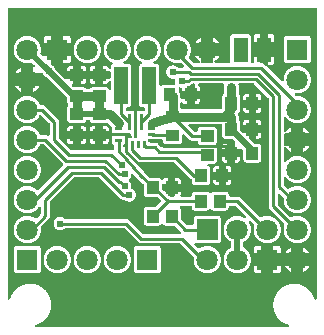
<source format=gbl>
G04 Layer: BottomLayer*
G04 EasyEDA v6.3.53, 2020-06-11T20:36:36+02:00*
G04 f86898c5f0de4d6e8d1821827ec38a2b,d798ca008b2c48fc9d28453cf4f639a5,10*
G04 Gerber Generator version 0.2*
G04 Scale: 100 percent, Rotated: No, Reflected: No *
G04 Dimensions in millimeters *
G04 leading zeros omitted , absolute positions ,3 integer and 3 decimal *
%FSLAX33Y33*%
%MOMM*%
G90*
G71D02*

%ADD10C,0.254000*%
%ADD11C,0.508000*%
%ADD12C,0.762000*%
%ADD13C,0.609600*%
%ADD14C,0.610006*%
%ADD20R,1.799996X1.799996*%
%ADD21C,1.799996*%
%ADD22R,1.198880X2.159000*%

%LPD*%
G36*
G01X26311Y27302D02*
G01X358Y27302D01*
G01X343Y27301D01*
G01X329Y27298D01*
G01X315Y27293D01*
G01X303Y27286D01*
G01X291Y27277D01*
G01X281Y27267D01*
G01X272Y27255D01*
G01X265Y27243D01*
G01X260Y27229D01*
G01X257Y27215D01*
G01X256Y27200D01*
G01X256Y2677D01*
G01X257Y2663D01*
G01X260Y2649D01*
G01X265Y2635D01*
G01X272Y2623D01*
G01X281Y2611D01*
G01X291Y2601D01*
G01X303Y2592D01*
G01X315Y2585D01*
G01X329Y2580D01*
G01X343Y2577D01*
G01X358Y2576D01*
G01X372Y2577D01*
G01X386Y2580D01*
G01X400Y2585D01*
G01X413Y2592D01*
G01X424Y2601D01*
G01X435Y2611D01*
G01X443Y2623D01*
G01X450Y2636D01*
G01X455Y2649D01*
G01X473Y2707D01*
G01X492Y2764D01*
G01X514Y2820D01*
G01X537Y2875D01*
G01X563Y2930D01*
G01X590Y2984D01*
G01X619Y3037D01*
G01X649Y3088D01*
G01X682Y3139D01*
G01X716Y3189D01*
G01X752Y3237D01*
G01X789Y3284D01*
G01X828Y3330D01*
G01X869Y3374D01*
G01X911Y3417D01*
G01X954Y3459D01*
G01X999Y3499D01*
G01X1045Y3538D01*
G01X1093Y3575D01*
G01X1141Y3610D01*
G01X1191Y3644D01*
G01X1242Y3676D01*
G01X1294Y3706D01*
G01X1347Y3735D01*
G01X1401Y3761D01*
G01X1456Y3786D01*
G01X1512Y3809D01*
G01X1568Y3830D01*
G01X1625Y3849D01*
G01X1683Y3866D01*
G01X1741Y3881D01*
G01X1800Y3894D01*
G01X1859Y3906D01*
G01X1918Y3915D01*
G01X1978Y3922D01*
G01X2038Y3927D01*
G01X2098Y3930D01*
G01X2159Y3931D01*
G01X2219Y3930D01*
G01X2279Y3927D01*
G01X2340Y3922D01*
G01X2400Y3915D01*
G01X2460Y3905D01*
G01X2519Y3894D01*
G01X2578Y3881D01*
G01X2637Y3865D01*
G01X2695Y3848D01*
G01X2752Y3829D01*
G01X2809Y3807D01*
G01X2865Y3784D01*
G01X2920Y3759D01*
G01X2974Y3732D01*
G01X3027Y3704D01*
G01X3079Y3673D01*
G01X3131Y3641D01*
G01X3181Y3607D01*
G01X3230Y3571D01*
G01X3277Y3533D01*
G01X3323Y3494D01*
G01X3368Y3454D01*
G01X3412Y3412D01*
G01X3454Y3368D01*
G01X3494Y3323D01*
G01X3533Y3277D01*
G01X3571Y3230D01*
G01X3607Y3181D01*
G01X3641Y3131D01*
G01X3673Y3079D01*
G01X3704Y3027D01*
G01X3732Y2974D01*
G01X3759Y2920D01*
G01X3784Y2865D01*
G01X3807Y2809D01*
G01X3829Y2752D01*
G01X3848Y2695D01*
G01X3865Y2637D01*
G01X3881Y2578D01*
G01X3894Y2519D01*
G01X3905Y2460D01*
G01X3915Y2400D01*
G01X3922Y2340D01*
G01X3927Y2279D01*
G01X3930Y2219D01*
G01X3931Y2159D01*
G01X3930Y2098D01*
G01X3927Y2038D01*
G01X3922Y1978D01*
G01X3915Y1918D01*
G01X3906Y1859D01*
G01X3894Y1800D01*
G01X3881Y1741D01*
G01X3866Y1683D01*
G01X3849Y1625D01*
G01X3830Y1568D01*
G01X3809Y1512D01*
G01X3786Y1456D01*
G01X3761Y1401D01*
G01X3735Y1347D01*
G01X3706Y1294D01*
G01X3676Y1242D01*
G01X3644Y1191D01*
G01X3610Y1141D01*
G01X3575Y1093D01*
G01X3538Y1045D01*
G01X3499Y999D01*
G01X3459Y954D01*
G01X3417Y911D01*
G01X3374Y869D01*
G01X3330Y828D01*
G01X3284Y789D01*
G01X3237Y752D01*
G01X3189Y716D01*
G01X3139Y682D01*
G01X3088Y649D01*
G01X3037Y619D01*
G01X2984Y590D01*
G01X2930Y563D01*
G01X2875Y537D01*
G01X2820Y514D01*
G01X2764Y492D01*
G01X2707Y473D01*
G01X2649Y455D01*
G01X2636Y450D01*
G01X2623Y443D01*
G01X2611Y435D01*
G01X2601Y424D01*
G01X2592Y413D01*
G01X2585Y400D01*
G01X2580Y386D01*
G01X2577Y372D01*
G01X2576Y358D01*
G01X2577Y343D01*
G01X2580Y329D01*
G01X2585Y315D01*
G01X2592Y303D01*
G01X2601Y291D01*
G01X2611Y281D01*
G01X2623Y272D01*
G01X2635Y265D01*
G01X2649Y260D01*
G01X2663Y257D01*
G01X2677Y256D01*
G01X23992Y256D01*
G01X24006Y257D01*
G01X24020Y260D01*
G01X24034Y265D01*
G01X24046Y272D01*
G01X24058Y281D01*
G01X24068Y291D01*
G01X24077Y303D01*
G01X24084Y315D01*
G01X24089Y329D01*
G01X24092Y343D01*
G01X24093Y358D01*
G01X24092Y372D01*
G01X24089Y386D01*
G01X24084Y400D01*
G01X24077Y413D01*
G01X24068Y424D01*
G01X24058Y435D01*
G01X24046Y443D01*
G01X24033Y450D01*
G01X24020Y455D01*
G01X23962Y473D01*
G01X23905Y492D01*
G01X23849Y514D01*
G01X23794Y537D01*
G01X23739Y563D01*
G01X23685Y590D01*
G01X23632Y619D01*
G01X23581Y649D01*
G01X23530Y682D01*
G01X23480Y716D01*
G01X23432Y752D01*
G01X23385Y789D01*
G01X23339Y828D01*
G01X23295Y869D01*
G01X23252Y911D01*
G01X23210Y954D01*
G01X23170Y999D01*
G01X23131Y1045D01*
G01X23094Y1093D01*
G01X23059Y1141D01*
G01X23025Y1191D01*
G01X22993Y1242D01*
G01X22963Y1294D01*
G01X22934Y1347D01*
G01X22908Y1401D01*
G01X22883Y1456D01*
G01X22860Y1512D01*
G01X22839Y1568D01*
G01X22820Y1625D01*
G01X22803Y1683D01*
G01X22788Y1741D01*
G01X22775Y1800D01*
G01X22763Y1859D01*
G01X22754Y1918D01*
G01X22747Y1978D01*
G01X22742Y2038D01*
G01X22739Y2098D01*
G01X22738Y2159D01*
G01X22739Y2219D01*
G01X22742Y2279D01*
G01X22747Y2340D01*
G01X22754Y2400D01*
G01X22764Y2460D01*
G01X22775Y2519D01*
G01X22788Y2578D01*
G01X22804Y2637D01*
G01X22821Y2695D01*
G01X22840Y2752D01*
G01X22862Y2809D01*
G01X22885Y2865D01*
G01X22910Y2920D01*
G01X22937Y2974D01*
G01X22965Y3027D01*
G01X22996Y3079D01*
G01X23028Y3131D01*
G01X23062Y3181D01*
G01X23098Y3230D01*
G01X23136Y3277D01*
G01X23175Y3323D01*
G01X23215Y3368D01*
G01X23257Y3412D01*
G01X23301Y3454D01*
G01X23346Y3494D01*
G01X23392Y3533D01*
G01X23439Y3571D01*
G01X23488Y3607D01*
G01X23538Y3641D01*
G01X23590Y3673D01*
G01X23642Y3704D01*
G01X23695Y3732D01*
G01X23749Y3759D01*
G01X23804Y3784D01*
G01X23860Y3807D01*
G01X23917Y3829D01*
G01X23974Y3848D01*
G01X24032Y3865D01*
G01X24091Y3881D01*
G01X24150Y3894D01*
G01X24209Y3905D01*
G01X24269Y3915D01*
G01X24329Y3922D01*
G01X24390Y3927D01*
G01X24450Y3930D01*
G01X24511Y3931D01*
G01X24571Y3930D01*
G01X24631Y3927D01*
G01X24691Y3922D01*
G01X24751Y3915D01*
G01X24810Y3906D01*
G01X24869Y3894D01*
G01X24928Y3881D01*
G01X24986Y3866D01*
G01X25044Y3849D01*
G01X25101Y3830D01*
G01X25157Y3809D01*
G01X25213Y3786D01*
G01X25268Y3761D01*
G01X25322Y3735D01*
G01X25375Y3706D01*
G01X25427Y3676D01*
G01X25478Y3644D01*
G01X25528Y3610D01*
G01X25576Y3575D01*
G01X25624Y3538D01*
G01X25670Y3499D01*
G01X25715Y3459D01*
G01X25758Y3417D01*
G01X25800Y3374D01*
G01X25841Y3330D01*
G01X25880Y3284D01*
G01X25917Y3237D01*
G01X25953Y3189D01*
G01X25987Y3139D01*
G01X26020Y3088D01*
G01X26050Y3037D01*
G01X26079Y2984D01*
G01X26106Y2930D01*
G01X26132Y2875D01*
G01X26155Y2820D01*
G01X26177Y2764D01*
G01X26196Y2707D01*
G01X26214Y2649D01*
G01X26219Y2636D01*
G01X26226Y2623D01*
G01X26234Y2611D01*
G01X26245Y2601D01*
G01X26256Y2592D01*
G01X26269Y2585D01*
G01X26283Y2580D01*
G01X26297Y2577D01*
G01X26311Y2576D01*
G01X26326Y2577D01*
G01X26340Y2580D01*
G01X26354Y2585D01*
G01X26366Y2592D01*
G01X26378Y2601D01*
G01X26388Y2611D01*
G01X26397Y2623D01*
G01X26404Y2635D01*
G01X26409Y2649D01*
G01X26412Y2663D01*
G01X26413Y2677D01*
G01X26413Y27200D01*
G01X26412Y27215D01*
G01X26409Y27229D01*
G01X26404Y27243D01*
G01X26397Y27255D01*
G01X26388Y27267D01*
G01X26378Y27277D01*
G01X26366Y27286D01*
G01X26354Y27293D01*
G01X26340Y27298D01*
G01X26326Y27301D01*
G01X26311Y27302D01*
G37*

%LPC*%
G36*
G01X20563Y25085D02*
G01X19364Y25085D01*
G01X19341Y25083D01*
G01X19317Y25080D01*
G01X19294Y25075D01*
G01X19272Y25067D01*
G01X19250Y25058D01*
G01X19229Y25046D01*
G01X19210Y25033D01*
G01X19192Y25018D01*
G01X19175Y25001D01*
G01X19160Y24983D01*
G01X19146Y24963D01*
G01X19135Y24942D01*
G01X19125Y24921D01*
G01X19118Y24898D01*
G01X19112Y24875D01*
G01X19109Y24852D01*
G01X19108Y24828D01*
G01X19108Y22710D01*
G01X19107Y22695D01*
G01X19104Y22681D01*
G01X19099Y22667D01*
G01X19092Y22655D01*
G01X19083Y22643D01*
G01X19073Y22633D01*
G01X19061Y22624D01*
G01X19049Y22617D01*
G01X19035Y22612D01*
G01X19021Y22609D01*
G01X19006Y22608D01*
G01X17854Y22608D01*
G01X17840Y22609D01*
G01X17826Y22612D01*
G01X17812Y22617D01*
G01X17799Y22624D01*
G01X17788Y22633D01*
G01X17777Y22643D01*
G01X17769Y22655D01*
G01X17762Y22667D01*
G01X17757Y22681D01*
G01X17754Y22695D01*
G01X17753Y22710D01*
G01X17754Y22726D01*
G01X17758Y22742D01*
G01X17764Y22757D01*
G01X17773Y22771D01*
G01X17784Y22783D01*
G01X17797Y22794D01*
G01X17837Y22822D01*
G01X17876Y22853D01*
G01X17913Y22885D01*
G01X17949Y22918D01*
G01X17984Y22953D01*
G01X18017Y22990D01*
G01X18049Y23027D01*
G01X18079Y23067D01*
G01X18107Y23107D01*
G01X18133Y23149D01*
G01X18158Y23191D01*
G01X18181Y23235D01*
G01X17658Y23235D01*
G01X17658Y22710D01*
G01X17657Y22695D01*
G01X17654Y22681D01*
G01X17649Y22667D01*
G01X17642Y22655D01*
G01X17633Y22643D01*
G01X17623Y22633D01*
G01X17611Y22624D01*
G01X17599Y22617D01*
G01X17585Y22612D01*
G01X17571Y22609D01*
G01X17556Y22608D01*
G01X16733Y22608D01*
G01X16718Y22609D01*
G01X16704Y22612D01*
G01X16690Y22617D01*
G01X16678Y22624D01*
G01X16666Y22633D01*
G01X16656Y22643D01*
G01X16647Y22655D01*
G01X16640Y22667D01*
G01X16635Y22681D01*
G01X16632Y22695D01*
G01X16631Y22710D01*
G01X16631Y23235D01*
G01X16108Y23235D01*
G01X16131Y23191D01*
G01X16156Y23149D01*
G01X16182Y23107D01*
G01X16210Y23067D01*
G01X16240Y23027D01*
G01X16272Y22990D01*
G01X16305Y22953D01*
G01X16340Y22918D01*
G01X16376Y22885D01*
G01X16413Y22853D01*
G01X16452Y22822D01*
G01X16492Y22794D01*
G01X16505Y22783D01*
G01X16516Y22771D01*
G01X16525Y22757D01*
G01X16531Y22742D01*
G01X16535Y22726D01*
G01X16536Y22710D01*
G01X16535Y22695D01*
G01X16532Y22681D01*
G01X16527Y22667D01*
G01X16520Y22655D01*
G01X16512Y22643D01*
G01X16501Y22633D01*
G01X16490Y22624D01*
G01X16477Y22617D01*
G01X16463Y22612D01*
G01X16449Y22609D01*
G01X16435Y22608D01*
G01X16075Y22608D01*
G01X16060Y22609D01*
G01X16044Y22613D01*
G01X16029Y22619D01*
G01X16016Y22627D01*
G01X16004Y22638D01*
G01X15612Y23030D01*
G01X15601Y23042D01*
G01X15593Y23055D01*
G01X15587Y23070D01*
G01X15583Y23086D01*
G01X15582Y23102D01*
G01X15584Y23120D01*
G01X15588Y23137D01*
G01X15596Y23154D01*
G01X15622Y23199D01*
G01X15646Y23245D01*
G01X15667Y23293D01*
G01X15687Y23341D01*
G01X15704Y23390D01*
G01X15719Y23440D01*
G01X15732Y23490D01*
G01X15742Y23541D01*
G01X15751Y23593D01*
G01X15756Y23645D01*
G01X15760Y23696D01*
G01X15761Y23749D01*
G01X15760Y23798D01*
G01X15757Y23847D01*
G01X15752Y23895D01*
G01X15744Y23944D01*
G01X15735Y23992D01*
G01X15724Y24040D01*
G01X15710Y24087D01*
G01X15695Y24134D01*
G01X15678Y24180D01*
G01X15658Y24225D01*
G01X15637Y24269D01*
G01X15614Y24313D01*
G01X15589Y24355D01*
G01X15563Y24396D01*
G01X15534Y24436D01*
G01X15504Y24475D01*
G01X15473Y24513D01*
G01X15439Y24549D01*
G01X15405Y24583D01*
G01X15369Y24617D01*
G01X15331Y24648D01*
G01X15292Y24678D01*
G01X15252Y24707D01*
G01X15211Y24733D01*
G01X15169Y24758D01*
G01X15125Y24781D01*
G01X15081Y24802D01*
G01X15036Y24822D01*
G01X14990Y24839D01*
G01X14943Y24854D01*
G01X14896Y24868D01*
G01X14848Y24879D01*
G01X14800Y24888D01*
G01X14751Y24896D01*
G01X14703Y24901D01*
G01X14654Y24904D01*
G01X14605Y24905D01*
G01X14555Y24904D01*
G01X14506Y24901D01*
G01X14458Y24896D01*
G01X14409Y24888D01*
G01X14361Y24879D01*
G01X14313Y24868D01*
G01X14266Y24854D01*
G01X14219Y24839D01*
G01X14173Y24822D01*
G01X14128Y24802D01*
G01X14084Y24781D01*
G01X14040Y24758D01*
G01X13998Y24733D01*
G01X13957Y24707D01*
G01X13917Y24678D01*
G01X13878Y24648D01*
G01X13840Y24617D01*
G01X13804Y24583D01*
G01X13770Y24549D01*
G01X13736Y24513D01*
G01X13705Y24475D01*
G01X13675Y24436D01*
G01X13646Y24396D01*
G01X13620Y24355D01*
G01X13595Y24313D01*
G01X13572Y24269D01*
G01X13551Y24225D01*
G01X13531Y24180D01*
G01X13514Y24134D01*
G01X13499Y24087D01*
G01X13485Y24040D01*
G01X13474Y23992D01*
G01X13465Y23944D01*
G01X13457Y23895D01*
G01X13452Y23847D01*
G01X13449Y23798D01*
G01X13448Y23749D01*
G01X13449Y23699D01*
G01X13452Y23650D01*
G01X13457Y23602D01*
G01X13465Y23553D01*
G01X13474Y23505D01*
G01X13485Y23457D01*
G01X13499Y23410D01*
G01X13514Y23363D01*
G01X13531Y23317D01*
G01X13551Y23272D01*
G01X13572Y23228D01*
G01X13595Y23184D01*
G01X13620Y23142D01*
G01X13646Y23101D01*
G01X13675Y23061D01*
G01X13705Y23022D01*
G01X13736Y22984D01*
G01X13770Y22948D01*
G01X13804Y22914D01*
G01X13840Y22880D01*
G01X13878Y22849D01*
G01X13917Y22819D01*
G01X13957Y22790D01*
G01X13998Y22764D01*
G01X14040Y22739D01*
G01X14084Y22716D01*
G01X14128Y22695D01*
G01X14173Y22675D01*
G01X14219Y22658D01*
G01X14266Y22643D01*
G01X14313Y22629D01*
G01X14361Y22618D01*
G01X14409Y22609D01*
G01X14458Y22601D01*
G01X14506Y22596D01*
G01X14555Y22593D01*
G01X14605Y22592D01*
G01X14657Y22593D01*
G01X14710Y22597D01*
G01X14763Y22603D01*
G01X14815Y22611D01*
G01X14867Y22622D01*
G01X14890Y22625D01*
G01X14906Y22623D01*
G01X14921Y22620D01*
G01X14936Y22614D01*
G01X14950Y22605D01*
G01X14962Y22595D01*
G01X15156Y22400D01*
G01X15166Y22388D01*
G01X15175Y22375D01*
G01X15181Y22360D01*
G01X15185Y22345D01*
G01X15186Y22329D01*
G01X15185Y22314D01*
G01X15182Y22300D01*
G01X15177Y22286D01*
G01X15170Y22274D01*
G01X15161Y22262D01*
G01X15151Y22252D01*
G01X15139Y22243D01*
G01X15126Y22236D01*
G01X15113Y22231D01*
G01X15099Y22228D01*
G01X15084Y22227D01*
G01X14675Y22227D01*
G01X14660Y22228D01*
G01X14645Y22232D01*
G01X14631Y22237D01*
G01X14618Y22245D01*
G01X14606Y22254D01*
G01X14580Y22277D01*
G01X14552Y22299D01*
G01X14523Y22318D01*
G01X14493Y22336D01*
G01X14461Y22352D01*
G01X14429Y22366D01*
G01X14396Y22378D01*
G01X14362Y22387D01*
G01X14328Y22395D01*
G01X14293Y22400D01*
G01X14259Y22404D01*
G01X14224Y22405D01*
G01X14190Y22404D01*
G01X14156Y22401D01*
G01X14122Y22396D01*
G01X14089Y22389D01*
G01X14056Y22379D01*
G01X14024Y22368D01*
G01X13993Y22355D01*
G01X13963Y22341D01*
G01X13933Y22324D01*
G01X13905Y22305D01*
G01X13877Y22285D01*
G01X13851Y22264D01*
G01X13803Y22216D01*
G01X13782Y22190D01*
G01X13762Y22162D01*
G01X13743Y22134D01*
G01X13726Y22104D01*
G01X13712Y22074D01*
G01X13699Y22043D01*
G01X13688Y22011D01*
G01X13678Y21978D01*
G01X13671Y21945D01*
G01X13666Y21911D01*
G01X13663Y21877D01*
G01X13662Y21844D01*
G01X13663Y21810D01*
G01X13666Y21776D01*
G01X13671Y21742D01*
G01X13678Y21709D01*
G01X13688Y21676D01*
G01X13699Y21644D01*
G01X13712Y21613D01*
G01X13726Y21583D01*
G01X13743Y21553D01*
G01X13762Y21525D01*
G01X13782Y21497D01*
G01X13803Y21471D01*
G01X13851Y21423D01*
G01X13877Y21402D01*
G01X13905Y21382D01*
G01X13933Y21363D01*
G01X13963Y21346D01*
G01X13993Y21332D01*
G01X14024Y21319D01*
G01X14056Y21308D01*
G01X14089Y21298D01*
G01X14122Y21291D01*
G01X14156Y21286D01*
G01X14190Y21283D01*
G01X14224Y21282D01*
G01X14269Y21284D01*
G01X14315Y21290D01*
G01X14331Y21291D01*
G01X14346Y21290D01*
G01X14360Y21287D01*
G01X14373Y21282D01*
G01X14386Y21275D01*
G01X14398Y21266D01*
G01X14408Y21256D01*
G01X14417Y21244D01*
G01X14424Y21232D01*
G01X14429Y21218D01*
G01X14432Y21204D01*
G01X14433Y21189D01*
G01X14431Y21173D01*
G01X14426Y21127D01*
G01X14424Y21082D01*
G01X14425Y21048D01*
G01X14428Y21014D01*
G01X14433Y20980D01*
G01X14440Y20947D01*
G01X14449Y20915D01*
G01X14460Y20883D01*
G01X14465Y20865D01*
G01X14467Y20847D01*
G01X14466Y20832D01*
G01X14463Y20818D01*
G01X14458Y20804D01*
G01X14451Y20792D01*
G01X14442Y20780D01*
G01X14432Y20770D01*
G01X14420Y20761D01*
G01X14408Y20754D01*
G01X14394Y20749D01*
G01X14380Y20746D01*
G01X14365Y20745D01*
G01X13459Y20745D01*
G01X13434Y20744D01*
G01X13409Y20740D01*
G01X13385Y20734D01*
G01X13361Y20726D01*
G01X13338Y20715D01*
G01X13317Y20702D01*
G01X13297Y20687D01*
G01X13278Y20671D01*
G01X13266Y20661D01*
G01X13252Y20652D01*
G01X13238Y20646D01*
G01X13222Y20643D01*
G01X13207Y20641D01*
G01X13192Y20642D01*
G01X13178Y20645D01*
G01X13164Y20651D01*
G01X13152Y20657D01*
G01X13140Y20666D01*
G01X13130Y20676D01*
G01X13121Y20688D01*
G01X13114Y20701D01*
G01X13109Y20714D01*
G01X13106Y20728D01*
G01X13105Y20743D01*
G01X13105Y22300D01*
G01X13104Y22324D01*
G01X13101Y22348D01*
G01X13095Y22371D01*
G01X13088Y22393D01*
G01X13078Y22415D01*
G01X13067Y22436D01*
G01X13053Y22455D01*
G01X13038Y22473D01*
G01X13021Y22490D01*
G01X13003Y22505D01*
G01X12983Y22519D01*
G01X12963Y22530D01*
G01X12941Y22540D01*
G01X12919Y22547D01*
G01X12896Y22553D01*
G01X12872Y22556D01*
G01X12848Y22557D01*
G01X12693Y22557D01*
G01X12679Y22558D01*
G01X12664Y22561D01*
G01X12651Y22566D01*
G01X12638Y22573D01*
G01X12627Y22582D01*
G01X12616Y22592D01*
G01X12608Y22604D01*
G01X12601Y22616D01*
G01X12596Y22630D01*
G01X12593Y22644D01*
G01X12591Y22659D01*
G01X12593Y22674D01*
G01X12596Y22689D01*
G01X12602Y22703D01*
G01X12609Y22716D01*
G01X12619Y22728D01*
G01X12630Y22738D01*
G01X12642Y22747D01*
G01X12685Y22773D01*
G01X12727Y22801D01*
G01X12768Y22831D01*
G01X12808Y22862D01*
G01X12846Y22896D01*
G01X12882Y22930D01*
G01X12917Y22967D01*
G01X12950Y23005D01*
G01X12982Y23044D01*
G01X13012Y23085D01*
G01X13040Y23127D01*
G01X13066Y23170D01*
G01X13090Y23214D01*
G01X13113Y23260D01*
G01X13133Y23306D01*
G01X13151Y23353D01*
G01X13167Y23401D01*
G01X13182Y23449D01*
G01X13194Y23498D01*
G01X13203Y23548D01*
G01X13211Y23597D01*
G01X13217Y23648D01*
G01X13220Y23698D01*
G01X13221Y23749D01*
G01X13220Y23798D01*
G01X13217Y23847D01*
G01X13212Y23895D01*
G01X13204Y23944D01*
G01X13195Y23992D01*
G01X13184Y24040D01*
G01X13170Y24087D01*
G01X13155Y24134D01*
G01X13138Y24180D01*
G01X13118Y24225D01*
G01X13097Y24269D01*
G01X13074Y24313D01*
G01X13049Y24355D01*
G01X13023Y24396D01*
G01X12994Y24436D01*
G01X12964Y24475D01*
G01X12933Y24513D01*
G01X12899Y24549D01*
G01X12865Y24583D01*
G01X12829Y24617D01*
G01X12791Y24648D01*
G01X12752Y24678D01*
G01X12712Y24707D01*
G01X12671Y24733D01*
G01X12629Y24758D01*
G01X12585Y24781D01*
G01X12541Y24802D01*
G01X12496Y24822D01*
G01X12450Y24839D01*
G01X12403Y24854D01*
G01X12356Y24868D01*
G01X12308Y24879D01*
G01X12260Y24888D01*
G01X12211Y24896D01*
G01X12163Y24901D01*
G01X12114Y24904D01*
G01X12065Y24905D01*
G01X12015Y24904D01*
G01X11966Y24901D01*
G01X11918Y24896D01*
G01X11869Y24888D01*
G01X11821Y24879D01*
G01X11773Y24868D01*
G01X11726Y24854D01*
G01X11679Y24839D01*
G01X11633Y24822D01*
G01X11588Y24802D01*
G01X11544Y24781D01*
G01X11500Y24758D01*
G01X11458Y24733D01*
G01X11417Y24707D01*
G01X11377Y24678D01*
G01X11338Y24648D01*
G01X11300Y24617D01*
G01X11264Y24583D01*
G01X11230Y24549D01*
G01X11196Y24513D01*
G01X11165Y24475D01*
G01X11135Y24436D01*
G01X11106Y24396D01*
G01X11080Y24355D01*
G01X11055Y24313D01*
G01X11032Y24269D01*
G01X11011Y24225D01*
G01X10991Y24180D01*
G01X10974Y24134D01*
G01X10959Y24087D01*
G01X10945Y24040D01*
G01X10934Y23992D01*
G01X10925Y23944D01*
G01X10917Y23895D01*
G01X10912Y23847D01*
G01X10909Y23798D01*
G01X10908Y23749D01*
G01X10909Y23699D01*
G01X10912Y23650D01*
G01X10917Y23602D01*
G01X10925Y23553D01*
G01X10934Y23505D01*
G01X10945Y23457D01*
G01X10959Y23410D01*
G01X10974Y23363D01*
G01X10991Y23317D01*
G01X11011Y23272D01*
G01X11032Y23228D01*
G01X11055Y23185D01*
G01X11080Y23142D01*
G01X11106Y23101D01*
G01X11134Y23061D01*
G01X11164Y23022D01*
G01X11196Y22985D01*
G01X11229Y22949D01*
G01X11264Y22914D01*
G01X11300Y22881D01*
G01X11338Y22849D01*
G01X11376Y22819D01*
G01X11416Y22791D01*
G01X11458Y22764D01*
G01X11500Y22739D01*
G01X11543Y22716D01*
G01X11557Y22708D01*
G01X11569Y22697D01*
G01X11580Y22685D01*
G01X11588Y22672D01*
G01X11594Y22657D01*
G01X11598Y22641D01*
G01X11599Y22625D01*
G01X11598Y22611D01*
G01X11595Y22597D01*
G01X11590Y22583D01*
G01X11583Y22571D01*
G01X11575Y22559D01*
G01X11564Y22549D01*
G01X11553Y22540D01*
G01X11540Y22533D01*
G01X11519Y22522D01*
G01X11498Y22509D01*
G01X11479Y22494D01*
G01X11462Y22477D01*
G01X11446Y22458D01*
G01X11432Y22439D01*
G01X11420Y22417D01*
G01X11410Y22395D01*
G01X11402Y22372D01*
G01X11396Y22349D01*
G01X11393Y22325D01*
G01X11392Y22300D01*
G01X11392Y19101D01*
G01X11393Y19077D01*
G01X11396Y19053D01*
G01X11402Y19030D01*
G01X11409Y19008D01*
G01X11419Y18986D01*
G01X11430Y18965D01*
G01X11444Y18946D01*
G01X11459Y18928D01*
G01X11476Y18911D01*
G01X11494Y18896D01*
G01X11513Y18882D01*
G01X11534Y18871D01*
G01X11556Y18861D01*
G01X11578Y18854D01*
G01X11601Y18848D01*
G01X11625Y18845D01*
G01X11648Y18844D01*
G01X11763Y18844D01*
G01X11778Y18843D01*
G01X11792Y18840D01*
G01X11805Y18835D01*
G01X11818Y18828D01*
G01X11830Y18819D01*
G01X11840Y18809D01*
G01X11849Y18797D01*
G01X11856Y18785D01*
G01X11861Y18771D01*
G01X11864Y18757D01*
G01X11865Y18742D01*
G01X11865Y18621D01*
G01X11864Y18606D01*
G01X11861Y18592D01*
G01X11856Y18579D01*
G01X11849Y18566D01*
G01X11840Y18554D01*
G01X11830Y18544D01*
G01X11818Y18535D01*
G01X11805Y18528D01*
G01X11792Y18523D01*
G01X11778Y18520D01*
G01X11763Y18519D01*
G01X11738Y18522D01*
G01X11706Y18529D01*
G01X11673Y18531D01*
G01X11423Y18531D01*
G01X11401Y18530D01*
G01X11378Y18527D01*
G01X11356Y18521D01*
G01X11334Y18514D01*
G01X11316Y18510D01*
G01X11298Y18508D01*
G01X11280Y18510D01*
G01X11263Y18514D01*
G01X11234Y18523D01*
G01X11205Y18529D01*
G01X11175Y18531D01*
G01X11175Y18347D01*
G01X11172Y18326D01*
G01X11168Y18300D01*
G01X11167Y18274D01*
G01X11167Y17632D01*
G01X11165Y17599D01*
G01X11167Y17566D01*
G01X11167Y16924D01*
G01X11168Y16898D01*
G01X11172Y16872D01*
G01X11175Y16851D01*
G01X11175Y16318D01*
G01X11173Y16303D01*
G01X11170Y16289D01*
G01X11165Y16275D01*
G01X11158Y16263D01*
G01X11150Y16251D01*
G01X11139Y16241D01*
G01X11128Y16232D01*
G01X11115Y16225D01*
G01X11101Y16220D01*
G01X11084Y16214D01*
G01X11067Y16210D01*
G01X11049Y16208D01*
G01X11031Y16210D01*
G01X11013Y16214D01*
G01X10996Y16220D01*
G01X10982Y16225D01*
G01X10969Y16232D01*
G01X10958Y16241D01*
G01X10947Y16251D01*
G01X10939Y16263D01*
G01X10932Y16275D01*
G01X10927Y16289D01*
G01X10924Y16303D01*
G01X10923Y16318D01*
G01X10923Y16851D01*
G01X10925Y16872D01*
G01X10929Y16898D01*
G01X10930Y16924D01*
G01X10930Y17563D01*
G01X10932Y17599D01*
G01X10930Y17636D01*
G01X10930Y18274D01*
G01X10929Y18300D01*
G01X10925Y18326D01*
G01X10923Y18347D01*
G01X10923Y18531D01*
G01X10892Y18529D01*
G01X10863Y18523D01*
G01X10834Y18514D01*
G01X10817Y18510D01*
G01X10799Y18508D01*
G01X10781Y18510D01*
G01X10763Y18514D01*
G01X10741Y18521D01*
G01X10719Y18527D01*
G01X10696Y18530D01*
G01X10673Y18531D01*
G01X10423Y18531D01*
G01X10391Y18529D01*
G01X10359Y18522D01*
G01X10334Y18519D01*
G01X10319Y18520D01*
G01X10305Y18523D01*
G01X10292Y18528D01*
G01X10279Y18535D01*
G01X10267Y18544D01*
G01X10257Y18554D01*
G01X10248Y18566D01*
G01X10241Y18579D01*
G01X10236Y18592D01*
G01X10233Y18606D01*
G01X10232Y18621D01*
G01X10232Y18742D01*
G01X10233Y18757D01*
G01X10236Y18771D01*
G01X10241Y18785D01*
G01X10248Y18797D01*
G01X10257Y18809D01*
G01X10267Y18819D01*
G01X10279Y18828D01*
G01X10292Y18835D01*
G01X10305Y18840D01*
G01X10319Y18843D01*
G01X10334Y18844D01*
G01X10449Y18844D01*
G01X10472Y18845D01*
G01X10496Y18848D01*
G01X10519Y18854D01*
G01X10541Y18861D01*
G01X10563Y18871D01*
G01X10584Y18882D01*
G01X10603Y18896D01*
G01X10621Y18911D01*
G01X10638Y18928D01*
G01X10653Y18946D01*
G01X10667Y18965D01*
G01X10678Y18986D01*
G01X10688Y19008D01*
G01X10695Y19030D01*
G01X10701Y19053D01*
G01X10704Y19077D01*
G01X10705Y19101D01*
G01X10705Y22300D01*
G01X10704Y22324D01*
G01X10701Y22348D01*
G01X10695Y22371D01*
G01X10688Y22393D01*
G01X10678Y22415D01*
G01X10667Y22436D01*
G01X10653Y22455D01*
G01X10638Y22473D01*
G01X10621Y22490D01*
G01X10603Y22505D01*
G01X10584Y22519D01*
G01X10563Y22530D01*
G01X10541Y22540D01*
G01X10519Y22547D01*
G01X10496Y22553D01*
G01X10472Y22556D01*
G01X10449Y22557D01*
G01X10153Y22557D01*
G01X10139Y22558D01*
G01X10124Y22561D01*
G01X10111Y22566D01*
G01X10098Y22573D01*
G01X10087Y22582D01*
G01X10076Y22592D01*
G01X10068Y22604D01*
G01X10061Y22616D01*
G01X10056Y22630D01*
G01X10053Y22644D01*
G01X10051Y22659D01*
G01X10053Y22674D01*
G01X10056Y22689D01*
G01X10062Y22703D01*
G01X10069Y22716D01*
G01X10079Y22728D01*
G01X10090Y22738D01*
G01X10102Y22747D01*
G01X10145Y22773D01*
G01X10187Y22801D01*
G01X10228Y22831D01*
G01X10268Y22862D01*
G01X10306Y22896D01*
G01X10342Y22930D01*
G01X10377Y22967D01*
G01X10410Y23005D01*
G01X10442Y23044D01*
G01X10472Y23085D01*
G01X10500Y23127D01*
G01X10526Y23170D01*
G01X10550Y23214D01*
G01X10573Y23260D01*
G01X10593Y23306D01*
G01X10611Y23353D01*
G01X10627Y23401D01*
G01X10642Y23449D01*
G01X10654Y23498D01*
G01X10663Y23548D01*
G01X10671Y23597D01*
G01X10677Y23648D01*
G01X10680Y23698D01*
G01X10681Y23749D01*
G01X10680Y23798D01*
G01X10677Y23847D01*
G01X10672Y23895D01*
G01X10664Y23944D01*
G01X10655Y23992D01*
G01X10644Y24040D01*
G01X10630Y24087D01*
G01X10615Y24134D01*
G01X10598Y24180D01*
G01X10578Y24225D01*
G01X10557Y24269D01*
G01X10534Y24313D01*
G01X10509Y24355D01*
G01X10483Y24396D01*
G01X10454Y24436D01*
G01X10424Y24475D01*
G01X10393Y24513D01*
G01X10359Y24549D01*
G01X10325Y24583D01*
G01X10289Y24617D01*
G01X10251Y24648D01*
G01X10212Y24678D01*
G01X10172Y24707D01*
G01X10131Y24733D01*
G01X10089Y24758D01*
G01X10045Y24781D01*
G01X10001Y24802D01*
G01X9956Y24822D01*
G01X9910Y24839D01*
G01X9863Y24854D01*
G01X9816Y24868D01*
G01X9768Y24879D01*
G01X9720Y24888D01*
G01X9671Y24896D01*
G01X9623Y24901D01*
G01X9574Y24904D01*
G01X9525Y24905D01*
G01X9475Y24904D01*
G01X9426Y24901D01*
G01X9378Y24896D01*
G01X9329Y24888D01*
G01X9281Y24879D01*
G01X9233Y24868D01*
G01X9186Y24854D01*
G01X9139Y24839D01*
G01X9093Y24822D01*
G01X9048Y24802D01*
G01X9004Y24781D01*
G01X8960Y24758D01*
G01X8918Y24733D01*
G01X8877Y24707D01*
G01X8837Y24678D01*
G01X8798Y24648D01*
G01X8760Y24617D01*
G01X8724Y24583D01*
G01X8690Y24549D01*
G01X8656Y24513D01*
G01X8625Y24475D01*
G01X8595Y24436D01*
G01X8566Y24396D01*
G01X8540Y24355D01*
G01X8515Y24313D01*
G01X8492Y24269D01*
G01X8471Y24225D01*
G01X8451Y24180D01*
G01X8434Y24134D01*
G01X8419Y24087D01*
G01X8405Y24040D01*
G01X8394Y23992D01*
G01X8385Y23944D01*
G01X8377Y23895D01*
G01X8372Y23847D01*
G01X8369Y23798D01*
G01X8368Y23749D01*
G01X8369Y23698D01*
G01X8372Y23648D01*
G01X8378Y23598D01*
G01X8385Y23549D01*
G01X8395Y23499D01*
G01X8407Y23451D01*
G01X8421Y23402D01*
G01X8437Y23355D01*
G01X8455Y23308D01*
G01X8475Y23262D01*
G01X8497Y23217D01*
G01X8521Y23173D01*
G01X8547Y23130D01*
G01X8575Y23088D01*
G01X8605Y23047D01*
G01X8636Y23008D01*
G01X8669Y22970D01*
G01X8704Y22934D01*
G01X8740Y22899D01*
G01X8777Y22866D01*
G01X8816Y22834D01*
G01X8857Y22804D01*
G01X8898Y22776D01*
G01X8941Y22750D01*
G01X8985Y22726D01*
G01X9030Y22703D01*
G01X9076Y22683D01*
G01X9089Y22676D01*
G01X9101Y22667D01*
G01X9112Y22657D01*
G01X9121Y22645D01*
G01X9128Y22632D01*
G01X9134Y22618D01*
G01X9137Y22604D01*
G01X9138Y22589D01*
G01X9137Y22573D01*
G01X9133Y22558D01*
G01X9127Y22543D01*
G01X9119Y22530D01*
G01X9109Y22517D01*
G01X9097Y22507D01*
G01X9078Y22492D01*
G01X9061Y22475D01*
G01X9045Y22457D01*
G01X9031Y22437D01*
G01X9020Y22416D01*
G01X9010Y22394D01*
G01X9002Y22372D01*
G01X8997Y22348D01*
G01X8993Y22324D01*
G01X8992Y22300D01*
G01X8992Y22214D01*
G01X8991Y22199D01*
G01X8988Y22185D01*
G01X8983Y22171D01*
G01X8976Y22159D01*
G01X8967Y22147D01*
G01X8957Y22137D01*
G01X8945Y22128D01*
G01X8933Y22121D01*
G01X8919Y22116D01*
G01X8905Y22113D01*
G01X8890Y22112D01*
G01X8875Y22113D01*
G01X8859Y22117D01*
G01X8845Y22123D01*
G01X8831Y22131D01*
G01X8819Y22141D01*
G01X8809Y22153D01*
G01X8800Y22167D01*
G01X8794Y22181D01*
G01X8786Y22203D01*
G01X8776Y22223D01*
G01X8764Y22243D01*
G01X8750Y22261D01*
G01X8735Y22279D01*
G01X8719Y22294D01*
G01X8701Y22309D01*
G01X8682Y22321D01*
G01X8661Y22332D01*
G01X8640Y22341D01*
G01X8619Y22348D01*
G01X8596Y22353D01*
G01X8573Y22356D01*
G01X8551Y22357D01*
G01X8339Y22357D01*
G01X8339Y21914D01*
G01X8890Y21914D01*
G01X8905Y21913D01*
G01X8919Y21910D01*
G01X8933Y21905D01*
G01X8945Y21898D01*
G01X8957Y21889D01*
G01X8967Y21879D01*
G01X8976Y21867D01*
G01X8983Y21855D01*
G01X8988Y21841D01*
G01X8991Y21827D01*
G01X8992Y21812D01*
G01X8992Y21389D01*
G01X8991Y21374D01*
G01X8988Y21360D01*
G01X8983Y21346D01*
G01X8976Y21334D01*
G01X8967Y21322D01*
G01X8957Y21312D01*
G01X8945Y21303D01*
G01X8933Y21296D01*
G01X8919Y21291D01*
G01X8905Y21288D01*
G01X8890Y21287D01*
G01X8339Y21287D01*
G01X8339Y20844D01*
G01X8551Y20844D01*
G01X8573Y20845D01*
G01X8596Y20848D01*
G01X8619Y20853D01*
G01X8640Y20860D01*
G01X8661Y20869D01*
G01X8682Y20880D01*
G01X8701Y20892D01*
G01X8719Y20907D01*
G01X8735Y20922D01*
G01X8750Y20940D01*
G01X8764Y20958D01*
G01X8776Y20978D01*
G01X8786Y20998D01*
G01X8794Y21020D01*
G01X8800Y21034D01*
G01X8809Y21048D01*
G01X8819Y21060D01*
G01X8831Y21070D01*
G01X8845Y21078D01*
G01X8859Y21084D01*
G01X8875Y21088D01*
G01X8890Y21089D01*
G01X8905Y21088D01*
G01X8919Y21085D01*
G01X8933Y21080D01*
G01X8945Y21073D01*
G01X8957Y21064D01*
G01X8967Y21054D01*
G01X8976Y21042D01*
G01X8983Y21030D01*
G01X8988Y21016D01*
G01X8991Y21002D01*
G01X8992Y20988D01*
G01X8992Y20413D01*
G01X8991Y20399D01*
G01X8988Y20385D01*
G01X8983Y20371D01*
G01X8976Y20358D01*
G01X8967Y20347D01*
G01X8957Y20336D01*
G01X8945Y20328D01*
G01X8933Y20321D01*
G01X8919Y20316D01*
G01X8905Y20313D01*
G01X8890Y20312D01*
G01X8875Y20313D01*
G01X8859Y20317D01*
G01X8845Y20323D01*
G01X8831Y20331D01*
G01X8819Y20341D01*
G01X8809Y20353D01*
G01X8800Y20367D01*
G01X8794Y20381D01*
G01X8786Y20403D01*
G01X8776Y20423D01*
G01X8764Y20443D01*
G01X8750Y20461D01*
G01X8735Y20479D01*
G01X8719Y20494D01*
G01X8701Y20509D01*
G01X8682Y20521D01*
G01X8661Y20532D01*
G01X8640Y20541D01*
G01X8618Y20548D01*
G01X8596Y20553D01*
G01X8573Y20556D01*
G01X8551Y20557D01*
G01X7450Y20557D01*
G01X7427Y20556D01*
G01X7403Y20553D01*
G01X7380Y20547D01*
G01X7357Y20539D01*
G01X7335Y20530D01*
G01X7314Y20518D01*
G01X7295Y20504D01*
G01X7276Y20489D01*
G01X7260Y20472D01*
G01X7247Y20460D01*
G01X7233Y20451D01*
G01X7217Y20444D01*
G01X7201Y20440D01*
G01X7184Y20438D01*
G01X6912Y20438D01*
G01X6895Y20440D01*
G01X6879Y20444D01*
G01X6863Y20451D01*
G01X6849Y20460D01*
G01X6836Y20472D01*
G01X6820Y20489D01*
G01X6801Y20504D01*
G01X6782Y20518D01*
G01X6761Y20530D01*
G01X6739Y20539D01*
G01X6716Y20547D01*
G01X6693Y20553D01*
G01X6669Y20556D01*
G01X6646Y20557D01*
G01X5860Y20557D01*
G01X5844Y20558D01*
G01X5829Y20562D01*
G01X5814Y20568D01*
G01X5800Y20576D01*
G01X5788Y20587D01*
G01X5704Y20671D01*
G01X5694Y20683D01*
G01X5686Y20696D01*
G01X5680Y20711D01*
G01X5676Y20726D01*
G01X5675Y20742D01*
G01X5676Y20758D01*
G01X5679Y20773D01*
G01X5685Y20787D01*
G01X5693Y20801D01*
G01X5703Y20813D01*
G01X5715Y20823D01*
G01X5728Y20832D01*
G01X5742Y20838D01*
G01X5757Y20842D01*
G01X5757Y21287D01*
G01X5279Y21287D01*
G01X5271Y21273D01*
G01X5260Y21260D01*
G01X5248Y21250D01*
G01X5234Y21241D01*
G01X5219Y21235D01*
G01X5204Y21231D01*
G01X5187Y21230D01*
G01X5172Y21231D01*
G01X5156Y21235D01*
G01X5141Y21241D01*
G01X5128Y21249D01*
G01X5116Y21259D01*
G01X4271Y22104D01*
G01X4258Y22120D01*
G01X4248Y22138D01*
G01X4234Y22170D01*
G01X4217Y22202D01*
G01X4199Y22232D01*
G01X4178Y22261D01*
G01X4156Y22289D01*
G01X4132Y22315D01*
G01X4106Y22340D01*
G01X4079Y22363D01*
G01X4051Y22384D01*
G01X4021Y22404D01*
G01X3986Y22423D01*
G01X3973Y22431D01*
G01X3961Y22442D01*
G01X3950Y22454D01*
G01X3942Y22467D01*
G01X3936Y22482D01*
G01X3932Y22498D01*
G01X3931Y22513D01*
G01X3931Y23235D01*
G01X3215Y23235D01*
G01X3201Y23232D01*
G01X3186Y23231D01*
G01X3170Y23232D01*
G01X3155Y23236D01*
G01X3140Y23242D01*
G01X3127Y23250D01*
G01X3115Y23260D01*
G01X3043Y23332D01*
G01X3032Y23344D01*
G01X3024Y23358D01*
G01X3018Y23373D01*
G01X3014Y23388D01*
G01X3013Y23404D01*
G01X3017Y23432D01*
G01X3030Y23484D01*
G01X3041Y23536D01*
G01X3050Y23589D01*
G01X3056Y23642D01*
G01X3060Y23695D01*
G01X3061Y23749D01*
G01X3060Y23798D01*
G01X3057Y23847D01*
G01X3052Y23895D01*
G01X3044Y23944D01*
G01X3035Y23992D01*
G01X3024Y24040D01*
G01X3010Y24087D01*
G01X2995Y24134D01*
G01X2978Y24180D01*
G01X2958Y24225D01*
G01X2937Y24269D01*
G01X2914Y24313D01*
G01X2889Y24355D01*
G01X2863Y24396D01*
G01X2834Y24436D01*
G01X2804Y24475D01*
G01X2773Y24513D01*
G01X2739Y24549D01*
G01X2705Y24583D01*
G01X2669Y24617D01*
G01X2631Y24648D01*
G01X2592Y24678D01*
G01X2552Y24707D01*
G01X2511Y24733D01*
G01X2469Y24758D01*
G01X2425Y24781D01*
G01X2381Y24802D01*
G01X2336Y24822D01*
G01X2290Y24839D01*
G01X2243Y24854D01*
G01X2196Y24868D01*
G01X2148Y24879D01*
G01X2100Y24888D01*
G01X2051Y24896D01*
G01X2003Y24901D01*
G01X1954Y24904D01*
G01X1905Y24905D01*
G01X1855Y24904D01*
G01X1806Y24901D01*
G01X1758Y24896D01*
G01X1709Y24888D01*
G01X1661Y24879D01*
G01X1613Y24868D01*
G01X1566Y24854D01*
G01X1519Y24839D01*
G01X1473Y24822D01*
G01X1428Y24802D01*
G01X1384Y24781D01*
G01X1340Y24758D01*
G01X1298Y24733D01*
G01X1257Y24707D01*
G01X1217Y24678D01*
G01X1178Y24648D01*
G01X1140Y24617D01*
G01X1104Y24583D01*
G01X1070Y24549D01*
G01X1036Y24513D01*
G01X1005Y24475D01*
G01X975Y24436D01*
G01X946Y24396D01*
G01X920Y24355D01*
G01X895Y24313D01*
G01X872Y24269D01*
G01X851Y24225D01*
G01X831Y24180D01*
G01X814Y24134D01*
G01X799Y24087D01*
G01X785Y24040D01*
G01X774Y23992D01*
G01X765Y23944D01*
G01X757Y23895D01*
G01X752Y23847D01*
G01X749Y23798D01*
G01X748Y23749D01*
G01X749Y23699D01*
G01X752Y23650D01*
G01X757Y23602D01*
G01X765Y23553D01*
G01X774Y23505D01*
G01X785Y23457D01*
G01X799Y23410D01*
G01X814Y23363D01*
G01X831Y23317D01*
G01X851Y23272D01*
G01X872Y23228D01*
G01X895Y23184D01*
G01X920Y23142D01*
G01X946Y23101D01*
G01X975Y23061D01*
G01X1005Y23022D01*
G01X1036Y22984D01*
G01X1070Y22948D01*
G01X1104Y22914D01*
G01X1140Y22880D01*
G01X1178Y22849D01*
G01X1217Y22819D01*
G01X1257Y22790D01*
G01X1298Y22764D01*
G01X1340Y22739D01*
G01X1384Y22716D01*
G01X1428Y22695D01*
G01X1473Y22675D01*
G01X1519Y22658D01*
G01X1566Y22643D01*
G01X1613Y22629D01*
G01X1661Y22618D01*
G01X1709Y22609D01*
G01X1758Y22601D01*
G01X1806Y22596D01*
G01X1855Y22593D01*
G01X1905Y22592D01*
G01X1958Y22593D01*
G01X2011Y22597D01*
G01X2064Y22603D01*
G01X2117Y22612D01*
G01X2169Y22623D01*
G01X2221Y22636D01*
G01X2249Y22640D01*
G01X2265Y22639D01*
G01X2280Y22635D01*
G01X2295Y22629D01*
G01X2309Y22621D01*
G01X2321Y22610D01*
G01X2512Y22419D01*
G01X2523Y22406D01*
G01X2531Y22393D01*
G01X2537Y22378D01*
G01X2541Y22363D01*
G01X2542Y22347D01*
G01X2541Y22332D01*
G01X2538Y22318D01*
G01X2533Y22305D01*
G01X2526Y22292D01*
G01X2517Y22280D01*
G01X2507Y22270D01*
G01X2496Y22261D01*
G01X2483Y22254D01*
G01X2469Y22249D01*
G01X2455Y22246D01*
G01X2441Y22245D01*
G01X2418Y22248D01*
G01X2418Y21722D01*
G01X2944Y21722D01*
G01X2941Y21745D01*
G01X2942Y21759D01*
G01X2945Y21773D01*
G01X2950Y21787D01*
G01X2957Y21800D01*
G01X2966Y21811D01*
G01X2976Y21821D01*
G01X2988Y21830D01*
G01X3001Y21837D01*
G01X3014Y21842D01*
G01X3028Y21845D01*
G01X3043Y21846D01*
G01X3059Y21845D01*
G01X3074Y21841D01*
G01X3089Y21835D01*
G01X3102Y21827D01*
G01X3115Y21816D01*
G01X3188Y21743D01*
G01X3201Y21728D01*
G01X3210Y21710D01*
G01X3224Y21679D01*
G01X3240Y21649D01*
G01X3257Y21619D01*
G01X3277Y21591D01*
G01X3298Y21564D01*
G01X3320Y21539D01*
G01X3344Y21515D01*
G01X3370Y21492D01*
G01X3397Y21471D01*
G01X3425Y21452D01*
G01X3454Y21434D01*
G01X3484Y21418D01*
G01X3515Y21405D01*
G01X3533Y21395D01*
G01X3549Y21382D01*
G01X5259Y19672D01*
G01X5270Y19660D01*
G01X5278Y19646D01*
G01X5284Y19631D01*
G01X5288Y19616D01*
G01X5289Y19600D01*
G01X5289Y19301D01*
G01X5290Y19276D01*
G01X5294Y19251D01*
G01X5300Y19227D01*
G01X5308Y19203D01*
G01X5319Y19181D01*
G01X5331Y19159D01*
G01X5346Y19139D01*
G01X5363Y19121D01*
G01X5373Y19109D01*
G01X5381Y19095D01*
G01X5387Y19081D01*
G01X5390Y19065D01*
G01X5392Y19050D01*
G01X5390Y19034D01*
G01X5387Y19018D01*
G01X5381Y19004D01*
G01X5373Y18990D01*
G01X5363Y18978D01*
G01X5346Y18960D01*
G01X5331Y18940D01*
G01X5319Y18918D01*
G01X5308Y18896D01*
G01X5300Y18872D01*
G01X5294Y18848D01*
G01X5290Y18823D01*
G01X5289Y18798D01*
G01X5289Y17798D01*
G01X5290Y17775D01*
G01X5293Y17751D01*
G01X5299Y17728D01*
G01X5306Y17706D01*
G01X5316Y17684D01*
G01X5327Y17663D01*
G01X5341Y17644D01*
G01X5356Y17626D01*
G01X5373Y17609D01*
G01X5391Y17594D01*
G01X5410Y17580D01*
G01X5431Y17569D01*
G01X5453Y17559D01*
G01X5475Y17552D01*
G01X5498Y17546D01*
G01X5522Y17543D01*
G01X5545Y17542D01*
G01X6646Y17542D01*
G01X6668Y17543D01*
G01X6691Y17546D01*
G01X6714Y17551D01*
G01X6735Y17558D01*
G01X6756Y17567D01*
G01X6777Y17578D01*
G01X6796Y17591D01*
G01X6814Y17605D01*
G01X6830Y17621D01*
G01X6846Y17638D01*
G01X6859Y17656D01*
G01X6871Y17676D01*
G01X6881Y17697D01*
G01X6889Y17718D01*
G01X6895Y17733D01*
G01X6904Y17746D01*
G01X6914Y17758D01*
G01X6926Y17769D01*
G01X6940Y17777D01*
G01X6954Y17783D01*
G01X6970Y17787D01*
G01X6986Y17788D01*
G01X7110Y17788D01*
G01X7126Y17787D01*
G01X7142Y17783D01*
G01X7156Y17777D01*
G01X7170Y17769D01*
G01X7182Y17758D01*
G01X7192Y17746D01*
G01X7201Y17733D01*
G01X7207Y17718D01*
G01X7215Y17697D01*
G01X7225Y17676D01*
G01X7237Y17656D01*
G01X7251Y17638D01*
G01X7266Y17621D01*
G01X7282Y17605D01*
G01X7300Y17591D01*
G01X7319Y17578D01*
G01X7340Y17567D01*
G01X7361Y17558D01*
G01X7383Y17551D01*
G01X7405Y17546D01*
G01X7428Y17543D01*
G01X7451Y17542D01*
G01X8551Y17542D01*
G01X8579Y17544D01*
G01X8607Y17548D01*
G01X8634Y17556D01*
G01X8650Y17560D01*
G01X8667Y17561D01*
G01X8683Y17560D01*
G01X8699Y17557D01*
G01X8713Y17550D01*
G01X8727Y17542D01*
G01X8739Y17532D01*
G01X9062Y17208D01*
G01X9073Y17196D01*
G01X9081Y17183D01*
G01X9087Y17168D01*
G01X9091Y17152D01*
G01X9092Y17137D01*
G01X9092Y16899D01*
G01X9094Y16869D01*
G01X9099Y16839D01*
G01X9108Y16810D01*
G01X9113Y16792D01*
G01X9115Y16774D01*
G01X9113Y16756D01*
G01X9108Y16739D01*
G01X9099Y16710D01*
G01X9094Y16680D01*
G01X9092Y16650D01*
G01X9275Y16650D01*
G01X9296Y16648D01*
G01X9322Y16644D01*
G01X9349Y16642D01*
G01X9949Y16642D01*
G01X9975Y16644D01*
G01X10001Y16648D01*
G01X10022Y16650D01*
G01X10228Y16650D01*
G01X10238Y16661D01*
G01X10250Y16670D01*
G01X10263Y16677D01*
G01X10277Y16683D01*
G01X10292Y16686D01*
G01X10307Y16687D01*
G01X10323Y16686D01*
G01X10340Y16682D01*
G01X10367Y16674D01*
G01X10395Y16669D01*
G01X10423Y16667D01*
G01X10565Y16667D01*
G01X10581Y16666D01*
G01X10596Y16663D01*
G01X10611Y16657D01*
G01X10624Y16649D01*
G01X10636Y16639D01*
G01X10647Y16627D01*
G01X10655Y16613D01*
G01X10662Y16599D01*
G01X10665Y16584D01*
G01X10667Y16568D01*
G01X10669Y16545D01*
G01X10672Y16522D01*
G01X10678Y16500D01*
G01X10686Y16478D01*
G01X10695Y16457D01*
G01X10706Y16437D01*
G01X10720Y16418D01*
G01X10734Y16401D01*
G01X10744Y16389D01*
G01X10751Y16376D01*
G01X10757Y16362D01*
G01X10760Y16347D01*
G01X10761Y16332D01*
G01X10760Y16316D01*
G01X10757Y16301D01*
G01X10751Y16287D01*
G01X10743Y16273D01*
G01X10733Y16261D01*
G01X10721Y16251D01*
G01X10708Y16243D01*
G01X10694Y16236D01*
G01X10679Y16232D01*
G01X10664Y16230D01*
G01X10637Y16228D01*
G01X10610Y16222D01*
G01X10584Y16214D01*
G01X10567Y16210D01*
G01X10549Y16208D01*
G01X10530Y16210D01*
G01X10513Y16214D01*
G01X10484Y16223D01*
G01X10455Y16229D01*
G01X10424Y16231D01*
G01X10424Y16046D01*
G01X10422Y16026D01*
G01X10418Y16000D01*
G01X10417Y15974D01*
G01X10417Y15699D01*
G01X10416Y15674D01*
G01X10416Y15234D01*
G01X10418Y15199D01*
G01X10423Y15163D01*
G01X10424Y15145D01*
G01X10424Y15106D01*
G01X10423Y15091D01*
G01X10420Y15077D01*
G01X10415Y15063D01*
G01X10408Y15051D01*
G01X10400Y15039D01*
G01X10389Y15029D01*
G01X10378Y15020D01*
G01X10365Y15013D01*
G01X10351Y15008D01*
G01X10337Y15005D01*
G01X10323Y15004D01*
G01X10306Y15005D01*
G01X10290Y15009D01*
G01X10275Y15016D01*
G01X10261Y15025D01*
G01X10249Y15036D01*
G01X10200Y15088D01*
G01X10190Y15100D01*
G01X10183Y15113D01*
G01X10177Y15127D01*
G01X10174Y15142D01*
G01X10172Y15158D01*
G01X10172Y15460D01*
G01X10134Y15460D01*
G01X10119Y15461D01*
G01X10105Y15465D01*
G01X10091Y15470D01*
G01X10079Y15477D01*
G01X10067Y15485D01*
G01X10057Y15496D01*
G01X10048Y15507D01*
G01X10041Y15520D01*
G01X10036Y15533D01*
G01X10033Y15548D01*
G01X10032Y15562D01*
G01X10032Y15592D01*
G01X10033Y15607D01*
G01X10036Y15622D01*
G01X10042Y15636D01*
G01X10049Y15649D01*
G01X10058Y15661D01*
G01X10069Y15671D01*
G01X10081Y15679D01*
G01X10101Y15693D01*
G01X10120Y15708D01*
G01X10137Y15725D01*
G01X10152Y15743D01*
G01X10166Y15763D01*
G01X10178Y15784D01*
G01X10187Y15805D01*
G01X10195Y15828D01*
G01X10201Y15851D01*
G01X10204Y15875D01*
G01X10205Y15899D01*
G01X10205Y16149D01*
G01X10204Y16172D01*
G01X10201Y16195D01*
G01X10196Y16217D01*
G01X10189Y16239D01*
G01X10182Y16256D01*
G01X10177Y16270D01*
G01X10173Y16284D01*
G01X10172Y16298D01*
G01X10172Y16332D01*
G01X10173Y16346D01*
G01X10176Y16360D01*
G01X10181Y16374D01*
G01X10188Y16387D01*
G01X10197Y16398D01*
G01X10022Y16398D01*
G01X10001Y16400D01*
G01X9975Y16404D01*
G01X9949Y16406D01*
G01X9681Y16406D01*
G01X9648Y16407D01*
G01X9616Y16406D01*
G01X9349Y16406D01*
G01X9322Y16404D01*
G01X9296Y16400D01*
G01X9275Y16398D01*
G01X9092Y16398D01*
G01X9094Y16368D01*
G01X9099Y16338D01*
G01X9108Y16310D01*
G01X9113Y16292D01*
G01X9114Y16274D01*
G01X9113Y16256D01*
G01X9108Y16239D01*
G01X9101Y16217D01*
G01X9096Y16195D01*
G01X9093Y16172D01*
G01X9092Y16149D01*
G01X9092Y15899D01*
G01X9093Y15875D01*
G01X9096Y15851D01*
G01X9102Y15828D01*
G01X9110Y15806D01*
G01X9119Y15784D01*
G01X9131Y15763D01*
G01X9145Y15743D01*
G01X9160Y15725D01*
G01X9177Y15708D01*
G01X9196Y15693D01*
G01X9216Y15680D01*
G01X9228Y15671D01*
G01X9239Y15661D01*
G01X9248Y15649D01*
G01X9255Y15636D01*
G01X9261Y15622D01*
G01X9264Y15607D01*
G01X9265Y15593D01*
G01X9265Y15321D01*
G01X9264Y15306D01*
G01X9261Y15292D01*
G01X9256Y15279D01*
G01X9249Y15266D01*
G01X9240Y15254D01*
G01X9230Y15244D01*
G01X9218Y15235D01*
G01X9192Y15223D01*
G01X9178Y15220D01*
G01X9163Y15219D01*
G01X9148Y15221D01*
G01X9133Y15224D01*
G01X9104Y15232D01*
G01X9075Y15238D01*
G01X9046Y15241D01*
G01X9017Y15242D01*
G01X5661Y15242D01*
G01X5646Y15243D01*
G01X5630Y15247D01*
G01X5615Y15253D01*
G01X5602Y15261D01*
G01X5590Y15272D01*
G01X4604Y16258D01*
G01X4593Y16270D01*
G01X4585Y16283D01*
G01X4579Y16298D01*
G01X4575Y16314D01*
G01X4574Y16329D01*
G01X4574Y17653D01*
G01X4573Y17683D01*
G01X4569Y17712D01*
G01X4563Y17742D01*
G01X4555Y17771D01*
G01X4545Y17799D01*
G01X4532Y17827D01*
G01X4518Y17853D01*
G01X4501Y17878D01*
G01X4482Y17902D01*
G01X4462Y17924D01*
G01X3446Y18940D01*
G01X3424Y18960D01*
G01X3400Y18979D01*
G01X3375Y18996D01*
G01X3349Y19010D01*
G01X3321Y19023D01*
G01X3293Y19033D01*
G01X3264Y19041D01*
G01X3234Y19047D01*
G01X3205Y19051D01*
G01X3175Y19052D01*
G01X3065Y19052D01*
G01X3050Y19053D01*
G01X3036Y19056D01*
G01X3022Y19062D01*
G01X3009Y19069D01*
G01X2997Y19078D01*
G01X2987Y19089D01*
G01X2978Y19101D01*
G01X2972Y19114D01*
G01X2952Y19159D01*
G01X2930Y19202D01*
G01X2907Y19245D01*
G01X2882Y19286D01*
G01X2855Y19327D01*
G01X2827Y19366D01*
G01X2797Y19404D01*
G01X2765Y19441D01*
G01X2732Y19477D01*
G01X2697Y19511D01*
G01X2661Y19543D01*
G01X2624Y19574D01*
G01X2585Y19603D01*
G01X2546Y19631D01*
G01X2505Y19657D01*
G01X2463Y19681D01*
G01X2420Y19704D01*
G01X2376Y19725D01*
G01X2331Y19744D01*
G01X2286Y19760D01*
G01X2239Y19776D01*
G01X2193Y19789D01*
G01X2145Y19800D01*
G01X2098Y19809D01*
G01X2050Y19816D01*
G01X2001Y19821D01*
G01X1953Y19824D01*
G01X1905Y19825D01*
G01X1855Y19824D01*
G01X1806Y19821D01*
G01X1758Y19816D01*
G01X1709Y19808D01*
G01X1661Y19799D01*
G01X1613Y19788D01*
G01X1566Y19774D01*
G01X1519Y19759D01*
G01X1473Y19742D01*
G01X1428Y19722D01*
G01X1384Y19701D01*
G01X1340Y19678D01*
G01X1298Y19653D01*
G01X1257Y19627D01*
G01X1217Y19598D01*
G01X1178Y19568D01*
G01X1140Y19537D01*
G01X1104Y19503D01*
G01X1070Y19469D01*
G01X1036Y19433D01*
G01X1005Y19395D01*
G01X975Y19356D01*
G01X946Y19316D01*
G01X920Y19275D01*
G01X895Y19233D01*
G01X872Y19189D01*
G01X851Y19145D01*
G01X831Y19100D01*
G01X814Y19054D01*
G01X799Y19007D01*
G01X785Y18960D01*
G01X774Y18912D01*
G01X765Y18864D01*
G01X757Y18815D01*
G01X752Y18767D01*
G01X749Y18718D01*
G01X748Y18669D01*
G01X749Y18619D01*
G01X752Y18570D01*
G01X757Y18522D01*
G01X765Y18473D01*
G01X774Y18425D01*
G01X785Y18377D01*
G01X799Y18330D01*
G01X814Y18283D01*
G01X831Y18237D01*
G01X851Y18192D01*
G01X872Y18148D01*
G01X895Y18104D01*
G01X920Y18062D01*
G01X946Y18021D01*
G01X975Y17981D01*
G01X1005Y17942D01*
G01X1036Y17904D01*
G01X1070Y17868D01*
G01X1104Y17834D01*
G01X1140Y17800D01*
G01X1178Y17769D01*
G01X1217Y17739D01*
G01X1257Y17710D01*
G01X1298Y17684D01*
G01X1340Y17659D01*
G01X1384Y17636D01*
G01X1428Y17615D01*
G01X1473Y17595D01*
G01X1519Y17578D01*
G01X1566Y17563D01*
G01X1613Y17549D01*
G01X1661Y17538D01*
G01X1709Y17529D01*
G01X1758Y17521D01*
G01X1806Y17516D01*
G01X1855Y17513D01*
G01X1905Y17512D01*
G01X1954Y17513D01*
G01X2004Y17516D01*
G01X2054Y17522D01*
G01X2103Y17529D01*
G01X2152Y17539D01*
G01X2200Y17550D01*
G01X2248Y17564D01*
G01X2295Y17580D01*
G01X2342Y17598D01*
G01X2387Y17618D01*
G01X2432Y17639D01*
G01X2476Y17663D01*
G01X2519Y17689D01*
G01X2560Y17716D01*
G01X2601Y17745D01*
G01X2640Y17776D01*
G01X2678Y17808D01*
G01X2714Y17842D01*
G01X2749Y17878D01*
G01X2782Y17915D01*
G01X2814Y17954D01*
G01X2844Y17993D01*
G01X2872Y18034D01*
G01X2898Y18077D01*
G01X2923Y18120D01*
G01X2945Y18164D01*
G01X2954Y18178D01*
G01X2964Y18191D01*
G01X2976Y18202D01*
G01X2990Y18210D01*
G01X3005Y18217D01*
G01X3021Y18220D01*
G01X3037Y18222D01*
G01X3053Y18220D01*
G01X3068Y18217D01*
G01X3083Y18211D01*
G01X3097Y18202D01*
G01X3109Y18192D01*
G01X3777Y17523D01*
G01X3788Y17511D01*
G01X3796Y17498D01*
G01X3802Y17483D01*
G01X3806Y17467D01*
G01X3807Y17452D01*
G01X3807Y16527D01*
G01X3806Y16512D01*
G01X3803Y16498D01*
G01X3798Y16485D01*
G01X3791Y16472D01*
G01X3782Y16460D01*
G01X3772Y16450D01*
G01X3760Y16441D01*
G01X3748Y16434D01*
G01X3734Y16429D01*
G01X3720Y16426D01*
G01X3705Y16425D01*
G01X3690Y16426D01*
G01X3675Y16430D01*
G01X3661Y16436D01*
G01X3647Y16443D01*
G01X3623Y16459D01*
G01X3597Y16473D01*
G01X3571Y16485D01*
G01X3543Y16494D01*
G01X3515Y16502D01*
G01X3487Y16508D01*
G01X3458Y16511D01*
G01X3429Y16512D01*
G01X3065Y16512D01*
G01X3050Y16513D01*
G01X3036Y16516D01*
G01X3022Y16522D01*
G01X3009Y16529D01*
G01X2997Y16538D01*
G01X2987Y16549D01*
G01X2978Y16561D01*
G01X2972Y16574D01*
G01X2952Y16619D01*
G01X2930Y16662D01*
G01X2907Y16705D01*
G01X2882Y16746D01*
G01X2855Y16787D01*
G01X2827Y16826D01*
G01X2797Y16864D01*
G01X2765Y16901D01*
G01X2732Y16937D01*
G01X2697Y16971D01*
G01X2661Y17003D01*
G01X2624Y17034D01*
G01X2585Y17063D01*
G01X2546Y17091D01*
G01X2505Y17117D01*
G01X2463Y17141D01*
G01X2420Y17164D01*
G01X2376Y17185D01*
G01X2331Y17204D01*
G01X2286Y17220D01*
G01X2239Y17236D01*
G01X2193Y17249D01*
G01X2145Y17260D01*
G01X2098Y17269D01*
G01X2050Y17276D01*
G01X2001Y17281D01*
G01X1953Y17284D01*
G01X1905Y17285D01*
G01X1855Y17284D01*
G01X1806Y17281D01*
G01X1758Y17276D01*
G01X1709Y17268D01*
G01X1661Y17259D01*
G01X1613Y17248D01*
G01X1566Y17234D01*
G01X1519Y17219D01*
G01X1473Y17202D01*
G01X1428Y17182D01*
G01X1384Y17161D01*
G01X1340Y17138D01*
G01X1298Y17113D01*
G01X1257Y17087D01*
G01X1217Y17058D01*
G01X1178Y17028D01*
G01X1140Y16997D01*
G01X1104Y16963D01*
G01X1070Y16929D01*
G01X1036Y16893D01*
G01X1005Y16855D01*
G01X975Y16816D01*
G01X946Y16776D01*
G01X920Y16735D01*
G01X895Y16693D01*
G01X872Y16649D01*
G01X851Y16605D01*
G01X831Y16560D01*
G01X814Y16514D01*
G01X799Y16467D01*
G01X785Y16420D01*
G01X774Y16372D01*
G01X765Y16324D01*
G01X757Y16275D01*
G01X752Y16227D01*
G01X749Y16178D01*
G01X748Y16129D01*
G01X749Y16079D01*
G01X752Y16030D01*
G01X757Y15982D01*
G01X765Y15933D01*
G01X774Y15885D01*
G01X785Y15837D01*
G01X799Y15790D01*
G01X814Y15743D01*
G01X831Y15697D01*
G01X851Y15652D01*
G01X872Y15608D01*
G01X895Y15564D01*
G01X920Y15522D01*
G01X946Y15481D01*
G01X975Y15441D01*
G01X1005Y15402D01*
G01X1036Y15364D01*
G01X1070Y15328D01*
G01X1104Y15294D01*
G01X1140Y15260D01*
G01X1178Y15229D01*
G01X1217Y15199D01*
G01X1257Y15170D01*
G01X1298Y15144D01*
G01X1340Y15119D01*
G01X1384Y15096D01*
G01X1428Y15075D01*
G01X1473Y15055D01*
G01X1519Y15038D01*
G01X1566Y15023D01*
G01X1613Y15009D01*
G01X1661Y14998D01*
G01X1709Y14989D01*
G01X1758Y14981D01*
G01X1806Y14976D01*
G01X1855Y14973D01*
G01X1905Y14972D01*
G01X1953Y14973D01*
G01X2001Y14976D01*
G01X2050Y14981D01*
G01X2098Y14988D01*
G01X2145Y14997D01*
G01X2193Y15008D01*
G01X2239Y15021D01*
G01X2286Y15037D01*
G01X2331Y15053D01*
G01X2376Y15072D01*
G01X2420Y15093D01*
G01X2463Y15116D01*
G01X2505Y15140D01*
G01X2546Y15166D01*
G01X2585Y15194D01*
G01X2624Y15223D01*
G01X2661Y15254D01*
G01X2697Y15286D01*
G01X2732Y15320D01*
G01X2765Y15356D01*
G01X2797Y15393D01*
G01X2827Y15431D01*
G01X2855Y15470D01*
G01X2882Y15511D01*
G01X2907Y15552D01*
G01X2930Y15595D01*
G01X2952Y15638D01*
G01X2972Y15683D01*
G01X2978Y15696D01*
G01X2987Y15708D01*
G01X2997Y15719D01*
G01X3009Y15728D01*
G01X3022Y15735D01*
G01X3036Y15741D01*
G01X3050Y15744D01*
G01X3065Y15745D01*
G01X3228Y15745D01*
G01X3243Y15744D01*
G01X3259Y15740D01*
G01X3274Y15734D01*
G01X3287Y15726D01*
G01X3299Y15715D01*
G01X4910Y14105D01*
G01X4920Y14093D01*
G01X4928Y14079D01*
G01X4935Y14064D01*
G01X4938Y14049D01*
G01X4940Y14033D01*
G01X4938Y14017D01*
G01X4935Y14002D01*
G01X4928Y13987D01*
G01X4920Y13973D01*
G01X4910Y13961D01*
G01X2840Y11891D01*
G01X2828Y11881D01*
G01X2814Y11873D01*
G01X2800Y11867D01*
G01X2784Y11863D01*
G01X2768Y11862D01*
G01X2753Y11863D01*
G01X2738Y11866D01*
G01X2724Y11872D01*
G01X2710Y11880D01*
G01X2698Y11889D01*
G01X2662Y11922D01*
G01X2625Y11953D01*
G01X2586Y11983D01*
G01X2547Y12010D01*
G01X2506Y12037D01*
G01X2463Y12061D01*
G01X2420Y12084D01*
G01X2376Y12104D01*
G01X2332Y12123D01*
G01X2286Y12140D01*
G01X2240Y12155D01*
G01X2193Y12168D01*
G01X2146Y12180D01*
G01X2098Y12189D01*
G01X2050Y12196D01*
G01X2002Y12201D01*
G01X1953Y12204D01*
G01X1905Y12205D01*
G01X1855Y12204D01*
G01X1806Y12201D01*
G01X1758Y12196D01*
G01X1709Y12188D01*
G01X1661Y12179D01*
G01X1613Y12168D01*
G01X1566Y12154D01*
G01X1519Y12139D01*
G01X1473Y12122D01*
G01X1428Y12102D01*
G01X1384Y12081D01*
G01X1340Y12058D01*
G01X1298Y12033D01*
G01X1257Y12007D01*
G01X1217Y11978D01*
G01X1178Y11948D01*
G01X1140Y11917D01*
G01X1104Y11883D01*
G01X1070Y11849D01*
G01X1036Y11813D01*
G01X1005Y11775D01*
G01X975Y11736D01*
G01X946Y11696D01*
G01X920Y11655D01*
G01X895Y11613D01*
G01X872Y11569D01*
G01X851Y11525D01*
G01X831Y11480D01*
G01X814Y11434D01*
G01X799Y11387D01*
G01X785Y11340D01*
G01X774Y11292D01*
G01X765Y11244D01*
G01X757Y11195D01*
G01X752Y11147D01*
G01X749Y11098D01*
G01X748Y11049D01*
G01X749Y10999D01*
G01X752Y10950D01*
G01X757Y10902D01*
G01X765Y10853D01*
G01X774Y10805D01*
G01X785Y10757D01*
G01X799Y10710D01*
G01X814Y10663D01*
G01X831Y10617D01*
G01X851Y10572D01*
G01X872Y10528D01*
G01X895Y10484D01*
G01X920Y10442D01*
G01X946Y10401D01*
G01X975Y10361D01*
G01X1005Y10322D01*
G01X1036Y10284D01*
G01X1070Y10248D01*
G01X1104Y10214D01*
G01X1140Y10180D01*
G01X1178Y10149D01*
G01X1217Y10119D01*
G01X1257Y10090D01*
G01X1298Y10064D01*
G01X1340Y10039D01*
G01X1384Y10016D01*
G01X1428Y9995D01*
G01X1473Y9975D01*
G01X1519Y9958D01*
G01X1566Y9943D01*
G01X1613Y9929D01*
G01X1661Y9918D01*
G01X1709Y9909D01*
G01X1758Y9901D01*
G01X1806Y9896D01*
G01X1855Y9893D01*
G01X1905Y9892D01*
G01X1953Y9893D01*
G01X2002Y9896D01*
G01X2051Y9901D01*
G01X2099Y9908D01*
G01X2147Y9918D01*
G01X2194Y9929D01*
G01X2241Y9942D01*
G01X2288Y9957D01*
G01X2334Y9975D01*
G01X2379Y9994D01*
G01X2423Y10015D01*
G01X2466Y10037D01*
G01X2508Y10062D01*
G01X2549Y10088D01*
G01X2589Y10116D01*
G01X2628Y10146D01*
G01X2702Y10210D01*
G01X2736Y10245D01*
G01X2769Y10281D01*
G01X2801Y10318D01*
G01X2831Y10356D01*
G01X2859Y10396D01*
G01X2870Y10409D01*
G01X2882Y10420D01*
G01X2896Y10429D01*
G01X2911Y10435D01*
G01X2927Y10439D01*
G01X2943Y10440D01*
G01X2958Y10439D01*
G01X2972Y10436D01*
G01X2986Y10431D01*
G01X2998Y10424D01*
G01X3010Y10416D01*
G01X3020Y10405D01*
G01X3029Y10394D01*
G01X3036Y10381D01*
G01X3041Y10367D01*
G01X3044Y10353D01*
G01X3045Y10339D01*
G01X3045Y9852D01*
G01X3044Y9837D01*
G01X3040Y9821D01*
G01X3034Y9806D01*
G01X3026Y9793D01*
G01X3015Y9781D01*
G01X2700Y9466D01*
G01X2688Y9455D01*
G01X2675Y9447D01*
G01X2660Y9441D01*
G01X2644Y9437D01*
G01X2628Y9436D01*
G01X2613Y9437D01*
G01X2598Y9441D01*
G01X2583Y9446D01*
G01X2570Y9454D01*
G01X2528Y9483D01*
G01X2485Y9509D01*
G01X2440Y9533D01*
G01X2395Y9556D01*
G01X2349Y9576D01*
G01X2301Y9595D01*
G01X2253Y9611D01*
G01X2205Y9625D01*
G01X2156Y9637D01*
G01X2106Y9647D01*
G01X2056Y9655D01*
G01X2006Y9661D01*
G01X1955Y9664D01*
G01X1905Y9665D01*
G01X1855Y9664D01*
G01X1806Y9661D01*
G01X1758Y9656D01*
G01X1709Y9648D01*
G01X1661Y9639D01*
G01X1613Y9628D01*
G01X1566Y9614D01*
G01X1519Y9599D01*
G01X1473Y9582D01*
G01X1428Y9562D01*
G01X1384Y9541D01*
G01X1340Y9518D01*
G01X1298Y9493D01*
G01X1257Y9467D01*
G01X1217Y9438D01*
G01X1178Y9408D01*
G01X1140Y9377D01*
G01X1104Y9343D01*
G01X1070Y9309D01*
G01X1036Y9273D01*
G01X1005Y9235D01*
G01X975Y9196D01*
G01X946Y9156D01*
G01X920Y9115D01*
G01X895Y9073D01*
G01X872Y9029D01*
G01X851Y8985D01*
G01X831Y8940D01*
G01X814Y8894D01*
G01X799Y8847D01*
G01X785Y8800D01*
G01X774Y8752D01*
G01X765Y8704D01*
G01X757Y8655D01*
G01X752Y8607D01*
G01X749Y8558D01*
G01X748Y8509D01*
G01X749Y8459D01*
G01X752Y8410D01*
G01X757Y8362D01*
G01X765Y8313D01*
G01X774Y8265D01*
G01X785Y8217D01*
G01X799Y8170D01*
G01X814Y8123D01*
G01X831Y8077D01*
G01X851Y8032D01*
G01X872Y7988D01*
G01X895Y7944D01*
G01X920Y7902D01*
G01X946Y7861D01*
G01X975Y7821D01*
G01X1005Y7782D01*
G01X1036Y7744D01*
G01X1070Y7708D01*
G01X1104Y7674D01*
G01X1140Y7640D01*
G01X1178Y7609D01*
G01X1217Y7579D01*
G01X1257Y7550D01*
G01X1298Y7524D01*
G01X1340Y7499D01*
G01X1384Y7476D01*
G01X1428Y7455D01*
G01X1473Y7435D01*
G01X1519Y7418D01*
G01X1566Y7403D01*
G01X1613Y7389D01*
G01X1661Y7378D01*
G01X1709Y7369D01*
G01X1758Y7361D01*
G01X1806Y7356D01*
G01X1855Y7353D01*
G01X1905Y7352D01*
G01X1954Y7353D01*
G01X2003Y7356D01*
G01X2051Y7361D01*
G01X2100Y7369D01*
G01X2148Y7378D01*
G01X2196Y7389D01*
G01X2243Y7403D01*
G01X2290Y7418D01*
G01X2336Y7435D01*
G01X2381Y7455D01*
G01X2425Y7476D01*
G01X2469Y7499D01*
G01X2511Y7524D01*
G01X2552Y7550D01*
G01X2592Y7579D01*
G01X2631Y7609D01*
G01X2669Y7640D01*
G01X2705Y7674D01*
G01X2739Y7708D01*
G01X2773Y7744D01*
G01X2804Y7782D01*
G01X2834Y7821D01*
G01X2863Y7861D01*
G01X2889Y7902D01*
G01X2914Y7944D01*
G01X2937Y7988D01*
G01X2958Y8032D01*
G01X2978Y8077D01*
G01X2995Y8123D01*
G01X3010Y8170D01*
G01X3024Y8217D01*
G01X3035Y8265D01*
G01X3044Y8313D01*
G01X3052Y8362D01*
G01X3057Y8410D01*
G01X3060Y8459D01*
G01X3061Y8509D01*
G01X3060Y8563D01*
G01X3056Y8618D01*
G01X3049Y8672D01*
G01X3048Y8687D01*
G01X3050Y8703D01*
G01X3053Y8718D01*
G01X3059Y8733D01*
G01X3068Y8747D01*
G01X3078Y8759D01*
G01X3700Y9380D01*
G01X3720Y9402D01*
G01X3739Y9426D01*
G01X3756Y9451D01*
G01X3770Y9477D01*
G01X3783Y9505D01*
G01X3793Y9533D01*
G01X3801Y9562D01*
G01X3807Y9592D01*
G01X3811Y9621D01*
G01X3812Y9652D01*
G01X3812Y10848D01*
G01X3813Y10863D01*
G01X3817Y10879D01*
G01X3823Y10894D01*
G01X3831Y10907D01*
G01X3842Y10919D01*
G01X5844Y12921D01*
G01X5856Y12932D01*
G01X5869Y12940D01*
G01X5884Y12946D01*
G01X5900Y12950D01*
G01X5915Y12951D01*
G01X7927Y12951D01*
G01X7942Y12950D01*
G01X7958Y12946D01*
G01X7973Y12940D01*
G01X7986Y12932D01*
G01X7998Y12921D01*
G01X9761Y11158D01*
G01X9783Y11138D01*
G01X9807Y11119D01*
G01X9832Y11102D01*
G01X9858Y11088D01*
G01X9886Y11075D01*
G01X9914Y11065D01*
G01X9943Y11057D01*
G01X9973Y11051D01*
G01X10002Y11047D01*
G01X10033Y11046D01*
G01X10089Y11046D01*
G01X10104Y11045D01*
G01X10119Y11041D01*
G01X10133Y11036D01*
G01X10146Y11028D01*
G01X10158Y11019D01*
G01X10184Y10996D01*
G01X10212Y10974D01*
G01X10241Y10955D01*
G01X10271Y10937D01*
G01X10303Y10921D01*
G01X10335Y10907D01*
G01X10368Y10895D01*
G01X10402Y10886D01*
G01X10436Y10878D01*
G01X10471Y10873D01*
G01X10505Y10869D01*
G01X10541Y10868D01*
G01X10574Y10869D01*
G01X10608Y10872D01*
G01X10642Y10877D01*
G01X10675Y10884D01*
G01X10708Y10894D01*
G01X10740Y10905D01*
G01X10771Y10918D01*
G01X10801Y10932D01*
G01X10831Y10949D01*
G01X10859Y10968D01*
G01X10887Y10988D01*
G01X10913Y11009D01*
G01X10961Y11057D01*
G01X10982Y11083D01*
G01X11002Y11111D01*
G01X11021Y11139D01*
G01X11038Y11169D01*
G01X11052Y11199D01*
G01X11065Y11230D01*
G01X11076Y11262D01*
G01X11086Y11295D01*
G01X11093Y11328D01*
G01X11098Y11362D01*
G01X11101Y11396D01*
G01X11102Y11430D01*
G01X11101Y11464D01*
G01X11098Y11498D01*
G01X11092Y11532D01*
G01X11085Y11565D01*
G01X11076Y11598D01*
G01X11065Y11631D01*
G01X11051Y11662D01*
G01X11036Y11693D01*
G01X11019Y11723D01*
G01X11000Y11752D01*
G01X10980Y11779D01*
G01X10957Y11805D01*
G01X10934Y11830D01*
G01X10909Y11853D01*
G01X10882Y11875D01*
G01X10854Y11895D01*
G01X10825Y11913D01*
G01X10795Y11930D01*
G01X10764Y11944D01*
G01X10751Y11951D01*
G01X10739Y11960D01*
G01X10728Y11970D01*
G01X10719Y11982D01*
G01X10712Y11995D01*
G01X10707Y12009D01*
G01X10704Y12023D01*
G01X10703Y12038D01*
G01X10706Y12061D01*
G01X10714Y12104D01*
G01X10719Y12148D01*
G01X10721Y12192D01*
G01X10720Y12226D01*
G01X10716Y12261D01*
G01X10711Y12296D01*
G01X10703Y12330D01*
G01X10694Y12364D01*
G01X10682Y12397D01*
G01X10668Y12429D01*
G01X10652Y12460D01*
G01X10635Y12490D01*
G01X10615Y12519D01*
G01X10594Y12547D01*
G01X10571Y12573D01*
G01X10546Y12598D01*
G01X10520Y12622D01*
G01X10510Y12632D01*
G01X10501Y12644D01*
G01X10493Y12657D01*
G01X10488Y12670D01*
G01X10485Y12685D01*
G01X10484Y12700D01*
G01X10485Y12714D01*
G01X10488Y12729D01*
G01X10493Y12742D01*
G01X10501Y12755D01*
G01X10510Y12767D01*
G01X10520Y12777D01*
G01X10546Y12800D01*
G01X10570Y12825D01*
G01X10593Y12850D01*
G01X10614Y12878D01*
G01X10633Y12906D01*
G01X10651Y12936D01*
G01X10666Y12966D01*
G01X10680Y12998D01*
G01X10692Y13030D01*
G01X10702Y13063D01*
G01X10710Y13096D01*
G01X10715Y13130D01*
G01X10719Y13164D01*
G01X10721Y13179D01*
G01X10726Y13194D01*
G01X10733Y13207D01*
G01X10741Y13220D01*
G01X10751Y13231D01*
G01X10763Y13240D01*
G01X10776Y13248D01*
G01X10791Y13253D01*
G01X10805Y13257D01*
G01X10820Y13258D01*
G01X10837Y13256D01*
G01X10853Y13252D01*
G01X10868Y13246D01*
G01X10882Y13237D01*
G01X10895Y13226D01*
G01X11277Y12818D01*
G01X11285Y12809D01*
G01X11748Y12346D01*
G01X11759Y12334D01*
G01X11767Y12321D01*
G01X11773Y12306D01*
G01X11777Y12290D01*
G01X11778Y12274D01*
G01X11778Y11514D01*
G01X11779Y11491D01*
G01X11782Y11467D01*
G01X11788Y11444D01*
G01X11795Y11422D01*
G01X11805Y11400D01*
G01X11817Y11379D01*
G01X11830Y11360D01*
G01X11845Y11342D01*
G01X11862Y11325D01*
G01X11880Y11310D01*
G01X11900Y11296D01*
G01X11920Y11285D01*
G01X11942Y11275D01*
G01X11964Y11268D01*
G01X11987Y11262D01*
G01X12011Y11259D01*
G01X12035Y11258D01*
G01X12884Y11258D01*
G01X12900Y11257D01*
G01X12915Y11253D01*
G01X12930Y11247D01*
G01X12943Y11239D01*
G01X12956Y11228D01*
G01X13190Y10993D01*
G01X13201Y10981D01*
G01X13209Y10968D01*
G01X13215Y10953D01*
G01X13219Y10937D01*
G01X13220Y10922D01*
G01X13219Y10906D01*
G01X13215Y10890D01*
G01X13209Y10875D01*
G01X13201Y10862D01*
G01X13190Y10850D01*
G01X12829Y10488D01*
G01X12816Y10477D01*
G01X12803Y10469D01*
G01X12788Y10463D01*
G01X12773Y10459D01*
G01X12757Y10458D01*
G01X12035Y10458D01*
G01X12011Y10457D01*
G01X11987Y10454D01*
G01X11964Y10448D01*
G01X11942Y10441D01*
G01X11920Y10431D01*
G01X11900Y10420D01*
G01X11880Y10406D01*
G01X11862Y10391D01*
G01X11845Y10374D01*
G01X11830Y10356D01*
G01X11816Y10337D01*
G01X11805Y10316D01*
G01X11795Y10294D01*
G01X11788Y10272D01*
G01X11782Y10249D01*
G01X11779Y10225D01*
G01X11778Y10202D01*
G01X11778Y9101D01*
G01X11779Y9078D01*
G01X11782Y9054D01*
G01X11788Y9031D01*
G01X11795Y9009D01*
G01X11805Y8987D01*
G01X11816Y8966D01*
G01X11830Y8947D01*
G01X11845Y8929D01*
G01X11862Y8912D01*
G01X11880Y8897D01*
G01X11900Y8883D01*
G01X11920Y8872D01*
G01X11942Y8862D01*
G01X11964Y8855D01*
G01X11987Y8849D01*
G01X12011Y8846D01*
G01X12035Y8845D01*
G01X13035Y8845D01*
G01X13058Y8846D01*
G01X13081Y8849D01*
G01X13103Y8854D01*
G01X13125Y8861D01*
G01X13146Y8871D01*
G01X13167Y8882D01*
G01X13186Y8894D01*
G01X13204Y8909D01*
G01X13221Y8925D01*
G01X13236Y8943D01*
G01X13249Y8961D01*
G01X13258Y8973D01*
G01X13268Y8983D01*
G01X13280Y8992D01*
G01X13293Y8998D01*
G01X13306Y9003D01*
G01X13320Y9006D01*
G01X13335Y9007D01*
G01X13349Y9006D01*
G01X13363Y9003D01*
G01X13377Y8998D01*
G01X13389Y8992D01*
G01X13401Y8983D01*
G01X13411Y8973D01*
G01X13420Y8961D01*
G01X13433Y8943D01*
G01X13448Y8925D01*
G01X13465Y8909D01*
G01X13483Y8894D01*
G01X13502Y8882D01*
G01X13523Y8871D01*
G01X13544Y8861D01*
G01X13566Y8854D01*
G01X13589Y8849D01*
G01X13611Y8846D01*
G01X13635Y8845D01*
G01X14357Y8845D01*
G01X14373Y8844D01*
G01X14388Y8840D01*
G01X14403Y8834D01*
G01X14416Y8826D01*
G01X14429Y8815D01*
G01X14940Y8303D01*
G01X14951Y8291D01*
G01X14959Y8278D01*
G01X14965Y8263D01*
G01X14969Y8248D01*
G01X14970Y8232D01*
G01X14969Y8217D01*
G01X14966Y8203D01*
G01X14961Y8189D01*
G01X14954Y8177D01*
G01X14945Y8165D01*
G01X14935Y8155D01*
G01X14923Y8146D01*
G01X14911Y8139D01*
G01X14897Y8134D01*
G01X14883Y8131D01*
G01X14868Y8130D01*
G01X11757Y8130D01*
G01X11742Y8131D01*
G01X11726Y8135D01*
G01X11711Y8141D01*
G01X11698Y8149D01*
G01X11686Y8160D01*
G01X10558Y9288D01*
G01X10536Y9308D01*
G01X10512Y9327D01*
G01X10487Y9344D01*
G01X10461Y9358D01*
G01X10433Y9371D01*
G01X10405Y9381D01*
G01X10376Y9389D01*
G01X10346Y9395D01*
G01X10317Y9399D01*
G01X10287Y9400D01*
G01X5150Y9400D01*
G01X5135Y9401D01*
G01X5120Y9405D01*
G01X5106Y9410D01*
G01X5093Y9418D01*
G01X5081Y9427D01*
G01X5055Y9450D01*
G01X5027Y9472D01*
G01X4998Y9491D01*
G01X4968Y9509D01*
G01X4936Y9525D01*
G01X4904Y9539D01*
G01X4871Y9551D01*
G01X4837Y9560D01*
G01X4803Y9568D01*
G01X4768Y9573D01*
G01X4734Y9577D01*
G01X4699Y9578D01*
G01X4665Y9577D01*
G01X4631Y9574D01*
G01X4597Y9569D01*
G01X4564Y9562D01*
G01X4531Y9552D01*
G01X4499Y9541D01*
G01X4468Y9528D01*
G01X4438Y9514D01*
G01X4408Y9497D01*
G01X4380Y9478D01*
G01X4352Y9458D01*
G01X4326Y9437D01*
G01X4278Y9389D01*
G01X4257Y9363D01*
G01X4237Y9335D01*
G01X4218Y9307D01*
G01X4201Y9277D01*
G01X4187Y9247D01*
G01X4174Y9216D01*
G01X4163Y9184D01*
G01X4153Y9151D01*
G01X4146Y9118D01*
G01X4141Y9084D01*
G01X4138Y9050D01*
G01X4137Y9017D01*
G01X4138Y8983D01*
G01X4141Y8949D01*
G01X4146Y8915D01*
G01X4153Y8882D01*
G01X4163Y8849D01*
G01X4174Y8817D01*
G01X4187Y8786D01*
G01X4201Y8756D01*
G01X4218Y8726D01*
G01X4237Y8698D01*
G01X4257Y8670D01*
G01X4278Y8644D01*
G01X4326Y8596D01*
G01X4352Y8575D01*
G01X4380Y8555D01*
G01X4408Y8536D01*
G01X4438Y8519D01*
G01X4468Y8505D01*
G01X4499Y8492D01*
G01X4531Y8481D01*
G01X4564Y8471D01*
G01X4597Y8464D01*
G01X4631Y8459D01*
G01X4665Y8456D01*
G01X4699Y8455D01*
G01X4734Y8456D01*
G01X4768Y8460D01*
G01X4803Y8465D01*
G01X4837Y8473D01*
G01X4871Y8482D01*
G01X4904Y8494D01*
G01X4936Y8508D01*
G01X4968Y8524D01*
G01X4998Y8542D01*
G01X5027Y8561D01*
G01X5055Y8583D01*
G01X5081Y8606D01*
G01X5093Y8615D01*
G01X5106Y8623D01*
G01X5120Y8628D01*
G01X5135Y8632D01*
G01X5150Y8633D01*
G01X10086Y8633D01*
G01X10101Y8632D01*
G01X10117Y8628D01*
G01X10132Y8622D01*
G01X10145Y8614D01*
G01X10157Y8603D01*
G01X11285Y7475D01*
G01X11307Y7455D01*
G01X11331Y7436D01*
G01X11356Y7419D01*
G01X11382Y7405D01*
G01X11410Y7392D01*
G01X11438Y7382D01*
G01X11467Y7374D01*
G01X11497Y7368D01*
G01X11526Y7364D01*
G01X11557Y7363D01*
G01X14785Y7363D01*
G01X14800Y7362D01*
G01X14816Y7358D01*
G01X14831Y7352D01*
G01X14844Y7344D01*
G01X14856Y7333D01*
G01X15971Y6219D01*
G01X15981Y6207D01*
G01X15990Y6193D01*
G01X15996Y6178D01*
G01X15999Y6163D01*
G01X16001Y6147D01*
G01X16000Y6132D01*
G01X15993Y6078D01*
G01X15989Y6023D01*
G01X15988Y5969D01*
G01X15989Y5919D01*
G01X15992Y5870D01*
G01X15997Y5822D01*
G01X16005Y5773D01*
G01X16014Y5725D01*
G01X16025Y5677D01*
G01X16039Y5630D01*
G01X16054Y5583D01*
G01X16071Y5537D01*
G01X16091Y5492D01*
G01X16112Y5448D01*
G01X16135Y5404D01*
G01X16160Y5362D01*
G01X16186Y5321D01*
G01X16215Y5281D01*
G01X16245Y5242D01*
G01X16276Y5204D01*
G01X16310Y5168D01*
G01X16344Y5134D01*
G01X16380Y5100D01*
G01X16418Y5069D01*
G01X16457Y5039D01*
G01X16497Y5010D01*
G01X16538Y4984D01*
G01X16580Y4959D01*
G01X16624Y4936D01*
G01X16668Y4915D01*
G01X16713Y4895D01*
G01X16759Y4878D01*
G01X16806Y4863D01*
G01X16853Y4849D01*
G01X16901Y4838D01*
G01X16949Y4829D01*
G01X16998Y4821D01*
G01X17046Y4816D01*
G01X17095Y4813D01*
G01X17145Y4812D01*
G01X17194Y4813D01*
G01X17243Y4816D01*
G01X17291Y4821D01*
G01X17340Y4829D01*
G01X17388Y4838D01*
G01X17436Y4849D01*
G01X17483Y4863D01*
G01X17530Y4878D01*
G01X17576Y4895D01*
G01X17621Y4915D01*
G01X17665Y4936D01*
G01X17709Y4959D01*
G01X17751Y4984D01*
G01X17792Y5010D01*
G01X17832Y5039D01*
G01X17871Y5069D01*
G01X17909Y5100D01*
G01X17945Y5134D01*
G01X17979Y5168D01*
G01X18013Y5204D01*
G01X18044Y5242D01*
G01X18074Y5281D01*
G01X18103Y5321D01*
G01X18129Y5362D01*
G01X18154Y5404D01*
G01X18177Y5448D01*
G01X18198Y5492D01*
G01X18218Y5537D01*
G01X18235Y5583D01*
G01X18250Y5630D01*
G01X18264Y5677D01*
G01X18275Y5725D01*
G01X18284Y5773D01*
G01X18292Y5822D01*
G01X18297Y5870D01*
G01X18300Y5919D01*
G01X18301Y5969D01*
G01X18300Y6018D01*
G01X18297Y6067D01*
G01X18292Y6115D01*
G01X18284Y6164D01*
G01X18275Y6212D01*
G01X18264Y6260D01*
G01X18250Y6307D01*
G01X18235Y6354D01*
G01X18218Y6400D01*
G01X18198Y6445D01*
G01X18177Y6489D01*
G01X18154Y6533D01*
G01X18129Y6575D01*
G01X18103Y6616D01*
G01X18074Y6656D01*
G01X18044Y6695D01*
G01X18013Y6733D01*
G01X17979Y6769D01*
G01X17945Y6803D01*
G01X17909Y6837D01*
G01X17871Y6868D01*
G01X17832Y6898D01*
G01X17792Y6927D01*
G01X17751Y6953D01*
G01X17709Y6978D01*
G01X17665Y7001D01*
G01X17621Y7022D01*
G01X17576Y7042D01*
G01X17530Y7059D01*
G01X17483Y7074D01*
G01X17436Y7088D01*
G01X17388Y7099D01*
G01X17340Y7108D01*
G01X17291Y7116D01*
G01X17243Y7121D01*
G01X17194Y7124D01*
G01X17145Y7125D01*
G01X17094Y7124D01*
G01X17043Y7121D01*
G01X16993Y7115D01*
G01X16943Y7107D01*
G01X16893Y7097D01*
G01X16844Y7085D01*
G01X16796Y7071D01*
G01X16748Y7055D01*
G01X16700Y7036D01*
G01X16654Y7016D01*
G01X16609Y6993D01*
G01X16564Y6969D01*
G01X16521Y6943D01*
G01X16479Y6914D01*
G01X16466Y6906D01*
G01X16451Y6901D01*
G01X16436Y6897D01*
G01X16421Y6896D01*
G01X16405Y6897D01*
G01X16389Y6901D01*
G01X16374Y6907D01*
G01X16361Y6915D01*
G01X16349Y6926D01*
G01X16085Y7189D01*
G01X16075Y7202D01*
G01X16066Y7215D01*
G01X16060Y7230D01*
G01X16056Y7245D01*
G01X16055Y7261D01*
G01X16056Y7276D01*
G01X16059Y7290D01*
G01X16064Y7303D01*
G01X16071Y7316D01*
G01X16080Y7328D01*
G01X16090Y7338D01*
G01X16102Y7347D01*
G01X16115Y7354D01*
G01X16128Y7359D01*
G01X16142Y7362D01*
G01X16157Y7363D01*
G01X16182Y7360D01*
G01X16213Y7354D01*
G01X16245Y7352D01*
G01X18044Y7352D01*
G01X18068Y7353D01*
G01X18092Y7356D01*
G01X18115Y7362D01*
G01X18137Y7369D01*
G01X18159Y7379D01*
G01X18180Y7390D01*
G01X18199Y7404D01*
G01X18217Y7419D01*
G01X18234Y7436D01*
G01X18249Y7454D01*
G01X18263Y7473D01*
G01X18274Y7494D01*
G01X18284Y7516D01*
G01X18291Y7538D01*
G01X18297Y7561D01*
G01X18300Y7585D01*
G01X18301Y7609D01*
G01X18301Y9408D01*
G01X18300Y9432D01*
G01X18297Y9456D01*
G01X18291Y9479D01*
G01X18284Y9501D01*
G01X18274Y9523D01*
G01X18263Y9544D01*
G01X18249Y9563D01*
G01X18234Y9581D01*
G01X18217Y9598D01*
G01X18199Y9613D01*
G01X18180Y9627D01*
G01X18159Y9638D01*
G01X18137Y9648D01*
G01X18115Y9655D01*
G01X18092Y9661D01*
G01X18068Y9664D01*
G01X18044Y9665D01*
G01X16245Y9665D01*
G01X16221Y9664D01*
G01X16197Y9661D01*
G01X16174Y9655D01*
G01X16152Y9648D01*
G01X16130Y9638D01*
G01X16109Y9627D01*
G01X16090Y9613D01*
G01X16072Y9598D01*
G01X16055Y9581D01*
G01X16040Y9563D01*
G01X16026Y9544D01*
G01X16015Y9523D01*
G01X16005Y9501D01*
G01X15998Y9479D01*
G01X15992Y9456D01*
G01X15989Y9432D01*
G01X15988Y9408D01*
G01X15988Y8994D01*
G01X15987Y8979D01*
G01X15984Y8965D01*
G01X15979Y8951D01*
G01X15972Y8939D01*
G01X15963Y8927D01*
G01X15953Y8917D01*
G01X15941Y8908D01*
G01X15929Y8901D01*
G01X15915Y8896D01*
G01X15901Y8893D01*
G01X15886Y8892D01*
G01X15479Y8892D01*
G01X15463Y8893D01*
G01X15447Y8897D01*
G01X15432Y8903D01*
G01X15419Y8911D01*
G01X15407Y8922D01*
G01X14921Y9408D01*
G01X14911Y9420D01*
G01X14902Y9433D01*
G01X14896Y9448D01*
G01X14892Y9464D01*
G01X14891Y9479D01*
G01X14891Y10202D01*
G01X14890Y10224D01*
G01X14887Y10247D01*
G01X14882Y10269D01*
G01X14875Y10291D01*
G01X14866Y10312D01*
G01X14855Y10333D01*
G01X14842Y10352D01*
G01X14828Y10370D01*
G01X14820Y10381D01*
G01X14813Y10394D01*
G01X14807Y10408D01*
G01X14804Y10422D01*
G01X14803Y10436D01*
G01X14804Y10451D01*
G01X14807Y10465D01*
G01X14813Y10479D01*
G01X14819Y10491D01*
G01X14828Y10503D01*
G01X14838Y10513D01*
G01X14850Y10522D01*
G01X14863Y10529D01*
G01X14876Y10534D01*
G01X14891Y10537D01*
G01X14905Y10538D01*
G01X15740Y10538D01*
G01X15755Y10537D01*
G01X15769Y10534D01*
G01X15783Y10529D01*
G01X15795Y10522D01*
G01X15807Y10513D01*
G01X15817Y10503D01*
G01X15826Y10491D01*
G01X15833Y10479D01*
G01X15838Y10465D01*
G01X15841Y10451D01*
G01X15842Y10436D01*
G01X15842Y10371D01*
G01X15843Y10348D01*
G01X15846Y10324D01*
G01X15852Y10301D01*
G01X15859Y10279D01*
G01X15869Y10257D01*
G01X15880Y10236D01*
G01X15894Y10217D01*
G01X15909Y10199D01*
G01X15926Y10182D01*
G01X15944Y10167D01*
G01X15964Y10153D01*
G01X15984Y10142D01*
G01X16006Y10132D01*
G01X16028Y10125D01*
G01X16051Y10119D01*
G01X16075Y10116D01*
G01X16099Y10115D01*
G01X17099Y10115D01*
G01X17122Y10116D01*
G01X17145Y10119D01*
G01X17167Y10124D01*
G01X17189Y10131D01*
G01X17210Y10141D01*
G01X17231Y10152D01*
G01X17250Y10164D01*
G01X17268Y10179D01*
G01X17285Y10195D01*
G01X17300Y10213D01*
G01X17313Y10231D01*
G01X17322Y10243D01*
G01X17332Y10253D01*
G01X17344Y10262D01*
G01X17357Y10268D01*
G01X17370Y10273D01*
G01X17384Y10276D01*
G01X17399Y10277D01*
G01X17413Y10276D01*
G01X17427Y10273D01*
G01X17441Y10268D01*
G01X17453Y10262D01*
G01X17465Y10253D01*
G01X17475Y10243D01*
G01X17484Y10231D01*
G01X17497Y10213D01*
G01X17512Y10195D01*
G01X17529Y10179D01*
G01X17547Y10164D01*
G01X17566Y10152D01*
G01X17587Y10141D01*
G01X17608Y10131D01*
G01X17630Y10124D01*
G01X17653Y10119D01*
G01X17675Y10116D01*
G01X17699Y10115D01*
G01X18699Y10115D01*
G01X18722Y10116D01*
G01X18746Y10119D01*
G01X18769Y10125D01*
G01X18791Y10132D01*
G01X18813Y10142D01*
G01X18834Y10153D01*
G01X18853Y10167D01*
G01X18871Y10182D01*
G01X18888Y10199D01*
G01X18903Y10217D01*
G01X18917Y10236D01*
G01X18928Y10257D01*
G01X18938Y10279D01*
G01X18945Y10301D01*
G01X18951Y10324D01*
G01X18954Y10348D01*
G01X18955Y10371D01*
G01X18955Y10436D01*
G01X18956Y10451D01*
G01X18959Y10465D01*
G01X18964Y10479D01*
G01X18971Y10491D01*
G01X18980Y10503D01*
G01X18990Y10513D01*
G01X19002Y10522D01*
G01X19014Y10529D01*
G01X19028Y10534D01*
G01X19042Y10537D01*
G01X19057Y10538D01*
G01X19484Y10538D01*
G01X19499Y10537D01*
G01X19515Y10533D01*
G01X19530Y10527D01*
G01X19543Y10519D01*
G01X19555Y10508D01*
G01X20406Y9658D01*
G01X20416Y9646D01*
G01X20424Y9632D01*
G01X20430Y9618D01*
G01X20434Y9602D01*
G01X20435Y9586D01*
G01X20434Y9572D01*
G01X20431Y9558D01*
G01X20426Y9544D01*
G01X20419Y9531D01*
G01X20410Y9520D01*
G01X20400Y9509D01*
G01X20389Y9501D01*
G01X20376Y9494D01*
G01X20362Y9489D01*
G01X20348Y9486D01*
G01X20334Y9485D01*
G01X20315Y9486D01*
G01X20298Y9491D01*
G01X20281Y9499D01*
G01X20236Y9525D01*
G01X20189Y9549D01*
G01X20142Y9571D01*
G01X20093Y9590D01*
G01X20044Y9608D01*
G01X19994Y9623D01*
G01X19944Y9636D01*
G01X19892Y9646D01*
G01X19841Y9654D01*
G01X19789Y9660D01*
G01X19737Y9664D01*
G01X19685Y9665D01*
G01X19635Y9664D01*
G01X19586Y9661D01*
G01X19538Y9656D01*
G01X19489Y9648D01*
G01X19441Y9639D01*
G01X19393Y9628D01*
G01X19346Y9614D01*
G01X19299Y9599D01*
G01X19253Y9582D01*
G01X19208Y9562D01*
G01X19164Y9541D01*
G01X19120Y9518D01*
G01X19078Y9493D01*
G01X19037Y9467D01*
G01X18997Y9438D01*
G01X18958Y9408D01*
G01X18920Y9377D01*
G01X18884Y9343D01*
G01X18850Y9309D01*
G01X18816Y9273D01*
G01X18785Y9235D01*
G01X18755Y9196D01*
G01X18726Y9156D01*
G01X18700Y9115D01*
G01X18675Y9073D01*
G01X18652Y9029D01*
G01X18631Y8985D01*
G01X18611Y8940D01*
G01X18594Y8894D01*
G01X18579Y8847D01*
G01X18565Y8800D01*
G01X18554Y8752D01*
G01X18545Y8704D01*
G01X18537Y8655D01*
G01X18532Y8607D01*
G01X18529Y8558D01*
G01X18528Y8509D01*
G01X18529Y8459D01*
G01X18532Y8410D01*
G01X18537Y8361D01*
G01X18545Y8313D01*
G01X18554Y8265D01*
G01X18565Y8217D01*
G01X18579Y8169D01*
G01X18594Y8123D01*
G01X18612Y8077D01*
G01X18631Y8032D01*
G01X18652Y7987D01*
G01X18675Y7944D01*
G01X18700Y7901D01*
G01X18727Y7860D01*
G01X18755Y7820D01*
G01X18785Y7781D01*
G01X18817Y7744D01*
G01X18850Y7707D01*
G01X18885Y7673D01*
G01X18921Y7640D01*
G01X18959Y7608D01*
G01X18998Y7578D01*
G01X19038Y7550D01*
G01X19079Y7523D01*
G01X19122Y7498D01*
G01X19135Y7490D01*
G01X19146Y7479D01*
G01X19156Y7467D01*
G01X19164Y7454D01*
G01X19169Y7440D01*
G01X19173Y7425D01*
G01X19174Y7409D01*
G01X19174Y7068D01*
G01X19173Y7052D01*
G01X19169Y7037D01*
G01X19164Y7023D01*
G01X19156Y7010D01*
G01X19146Y6998D01*
G01X19135Y6987D01*
G01X19122Y6979D01*
G01X19079Y6954D01*
G01X19038Y6927D01*
G01X18998Y6899D01*
G01X18959Y6869D01*
G01X18921Y6837D01*
G01X18885Y6804D01*
G01X18850Y6770D01*
G01X18817Y6733D01*
G01X18785Y6696D01*
G01X18755Y6657D01*
G01X18727Y6617D01*
G01X18700Y6576D01*
G01X18675Y6533D01*
G01X18652Y6490D01*
G01X18631Y6445D01*
G01X18612Y6400D01*
G01X18594Y6354D01*
G01X18579Y6308D01*
G01X18565Y6260D01*
G01X18554Y6212D01*
G01X18545Y6164D01*
G01X18537Y6116D01*
G01X18532Y6067D01*
G01X18529Y6018D01*
G01X18528Y5969D01*
G01X18529Y5919D01*
G01X18532Y5870D01*
G01X18537Y5822D01*
G01X18545Y5773D01*
G01X18554Y5725D01*
G01X18565Y5677D01*
G01X18579Y5630D01*
G01X18594Y5583D01*
G01X18611Y5537D01*
G01X18631Y5492D01*
G01X18652Y5448D01*
G01X18675Y5404D01*
G01X18700Y5362D01*
G01X18726Y5321D01*
G01X18755Y5281D01*
G01X18785Y5242D01*
G01X18816Y5204D01*
G01X18850Y5168D01*
G01X18884Y5134D01*
G01X18920Y5100D01*
G01X18958Y5069D01*
G01X18997Y5039D01*
G01X19037Y5010D01*
G01X19078Y4984D01*
G01X19120Y4959D01*
G01X19164Y4936D01*
G01X19208Y4915D01*
G01X19253Y4895D01*
G01X19299Y4878D01*
G01X19346Y4863D01*
G01X19393Y4849D01*
G01X19441Y4838D01*
G01X19489Y4829D01*
G01X19538Y4821D01*
G01X19586Y4816D01*
G01X19635Y4813D01*
G01X19685Y4812D01*
G01X19734Y4813D01*
G01X19783Y4816D01*
G01X19831Y4821D01*
G01X19880Y4829D01*
G01X19928Y4838D01*
G01X19976Y4849D01*
G01X20023Y4863D01*
G01X20070Y4878D01*
G01X20116Y4895D01*
G01X20161Y4915D01*
G01X20205Y4936D01*
G01X20249Y4959D01*
G01X20291Y4984D01*
G01X20332Y5010D01*
G01X20372Y5039D01*
G01X20411Y5069D01*
G01X20449Y5100D01*
G01X20485Y5134D01*
G01X20519Y5168D01*
G01X20553Y5204D01*
G01X20584Y5242D01*
G01X20614Y5281D01*
G01X20643Y5321D01*
G01X20669Y5362D01*
G01X20694Y5404D01*
G01X20717Y5448D01*
G01X20738Y5492D01*
G01X20758Y5537D01*
G01X20775Y5583D01*
G01X20790Y5630D01*
G01X20804Y5677D01*
G01X20815Y5725D01*
G01X20824Y5773D01*
G01X20832Y5822D01*
G01X20837Y5870D01*
G01X20840Y5919D01*
G01X20841Y5969D01*
G01X20840Y6018D01*
G01X20837Y6067D01*
G01X20832Y6116D01*
G01X20824Y6164D01*
G01X20815Y6212D01*
G01X20804Y6260D01*
G01X20790Y6308D01*
G01X20775Y6354D01*
G01X20757Y6400D01*
G01X20738Y6445D01*
G01X20717Y6490D01*
G01X20694Y6533D01*
G01X20669Y6576D01*
G01X20642Y6617D01*
G01X20614Y6657D01*
G01X20584Y6696D01*
G01X20552Y6733D01*
G01X20519Y6770D01*
G01X20484Y6804D01*
G01X20448Y6837D01*
G01X20410Y6869D01*
G01X20371Y6899D01*
G01X20331Y6927D01*
G01X20290Y6954D01*
G01X20247Y6979D01*
G01X20234Y6987D01*
G01X20223Y6998D01*
G01X20213Y7010D01*
G01X20205Y7023D01*
G01X20200Y7037D01*
G01X20196Y7052D01*
G01X20195Y7068D01*
G01X20195Y7409D01*
G01X20196Y7425D01*
G01X20200Y7440D01*
G01X20205Y7454D01*
G01X20213Y7467D01*
G01X20223Y7479D01*
G01X20234Y7490D01*
G01X20247Y7498D01*
G01X20290Y7523D01*
G01X20331Y7550D01*
G01X20371Y7578D01*
G01X20410Y7608D01*
G01X20448Y7640D01*
G01X20484Y7673D01*
G01X20519Y7707D01*
G01X20552Y7744D01*
G01X20584Y7781D01*
G01X20614Y7820D01*
G01X20642Y7860D01*
G01X20669Y7901D01*
G01X20694Y7944D01*
G01X20717Y7987D01*
G01X20738Y8032D01*
G01X20757Y8077D01*
G01X20775Y8123D01*
G01X20790Y8169D01*
G01X20804Y8217D01*
G01X20815Y8265D01*
G01X20824Y8313D01*
G01X20832Y8361D01*
G01X20837Y8410D01*
G01X20840Y8459D01*
G01X20841Y8509D01*
G01X20840Y8561D01*
G01X20836Y8613D01*
G01X20830Y8665D01*
G01X20822Y8716D01*
G01X20812Y8768D01*
G01X20799Y8818D01*
G01X20784Y8868D01*
G01X20766Y8917D01*
G01X20747Y8966D01*
G01X20725Y9013D01*
G01X20701Y9060D01*
G01X20675Y9105D01*
G01X20667Y9122D01*
G01X20662Y9139D01*
G01X20661Y9158D01*
G01X20662Y9172D01*
G01X20665Y9186D01*
G01X20670Y9200D01*
G01X20677Y9213D01*
G01X20685Y9224D01*
G01X20696Y9234D01*
G01X20707Y9243D01*
G01X20720Y9250D01*
G01X20734Y9255D01*
G01X20748Y9258D01*
G01X20762Y9259D01*
G01X20778Y9258D01*
G01X20794Y9254D01*
G01X20808Y9248D01*
G01X20822Y9240D01*
G01X20834Y9230D01*
G01X21098Y8965D01*
G01X21109Y8953D01*
G01X21117Y8939D01*
G01X21123Y8925D01*
G01X21127Y8909D01*
G01X21128Y8893D01*
G01X21127Y8878D01*
G01X21123Y8862D01*
G01X21109Y8813D01*
G01X21096Y8763D01*
G01X21086Y8713D01*
G01X21078Y8662D01*
G01X21073Y8611D01*
G01X21069Y8560D01*
G01X21068Y8509D01*
G01X21069Y8459D01*
G01X21072Y8410D01*
G01X21077Y8362D01*
G01X21085Y8313D01*
G01X21094Y8265D01*
G01X21105Y8217D01*
G01X21119Y8170D01*
G01X21134Y8123D01*
G01X21151Y8077D01*
G01X21171Y8032D01*
G01X21192Y7988D01*
G01X21215Y7944D01*
G01X21240Y7902D01*
G01X21266Y7861D01*
G01X21295Y7821D01*
G01X21325Y7782D01*
G01X21356Y7744D01*
G01X21390Y7708D01*
G01X21424Y7674D01*
G01X21460Y7640D01*
G01X21498Y7609D01*
G01X21537Y7579D01*
G01X21577Y7550D01*
G01X21618Y7524D01*
G01X21660Y7499D01*
G01X21704Y7476D01*
G01X21748Y7455D01*
G01X21793Y7435D01*
G01X21839Y7418D01*
G01X21886Y7403D01*
G01X21933Y7389D01*
G01X21981Y7378D01*
G01X22029Y7369D01*
G01X22078Y7361D01*
G01X22126Y7356D01*
G01X22175Y7353D01*
G01X22225Y7352D01*
G01X22274Y7353D01*
G01X22323Y7356D01*
G01X22371Y7361D01*
G01X22420Y7369D01*
G01X22468Y7378D01*
G01X22516Y7389D01*
G01X22563Y7403D01*
G01X22610Y7418D01*
G01X22656Y7435D01*
G01X22701Y7455D01*
G01X22745Y7476D01*
G01X22789Y7499D01*
G01X22831Y7524D01*
G01X22872Y7550D01*
G01X22912Y7579D01*
G01X22951Y7609D01*
G01X22989Y7640D01*
G01X23025Y7674D01*
G01X23059Y7708D01*
G01X23093Y7744D01*
G01X23124Y7782D01*
G01X23154Y7821D01*
G01X23183Y7861D01*
G01X23209Y7902D01*
G01X23234Y7944D01*
G01X23257Y7988D01*
G01X23278Y8032D01*
G01X23298Y8077D01*
G01X23315Y8123D01*
G01X23330Y8170D01*
G01X23344Y8217D01*
G01X23355Y8265D01*
G01X23364Y8313D01*
G01X23372Y8362D01*
G01X23377Y8410D01*
G01X23380Y8459D01*
G01X23381Y8509D01*
G01X23380Y8558D01*
G01X23377Y8607D01*
G01X23372Y8655D01*
G01X23364Y8704D01*
G01X23355Y8752D01*
G01X23344Y8800D01*
G01X23330Y8847D01*
G01X23315Y8894D01*
G01X23298Y8940D01*
G01X23278Y8985D01*
G01X23257Y9029D01*
G01X23234Y9073D01*
G01X23209Y9115D01*
G01X23183Y9156D01*
G01X23154Y9196D01*
G01X23124Y9235D01*
G01X23093Y9273D01*
G01X23059Y9309D01*
G01X23025Y9343D01*
G01X22989Y9377D01*
G01X22951Y9408D01*
G01X22912Y9438D01*
G01X22872Y9467D01*
G01X22831Y9493D01*
G01X22789Y9518D01*
G01X22745Y9541D01*
G01X22701Y9562D01*
G01X22656Y9582D01*
G01X22610Y9599D01*
G01X22563Y9614D01*
G01X22516Y9628D01*
G01X22468Y9639D01*
G01X22420Y9648D01*
G01X22371Y9656D01*
G01X22323Y9661D01*
G01X22274Y9664D01*
G01X22225Y9665D01*
G01X22176Y9664D01*
G01X22127Y9661D01*
G01X22078Y9656D01*
G01X22030Y9649D01*
G01X21981Y9639D01*
G01X21934Y9628D01*
G01X21887Y9615D01*
G01X21840Y9599D01*
G01X21794Y9582D01*
G01X21749Y9563D01*
G01X21705Y9542D01*
G01X21691Y9536D01*
G01X21675Y9532D01*
G01X21659Y9531D01*
G01X21644Y9532D01*
G01X21628Y9536D01*
G01X21613Y9542D01*
G01X21600Y9550D01*
G01X21588Y9561D01*
G01X19956Y11193D01*
G01X19934Y11213D01*
G01X19910Y11232D01*
G01X19885Y11249D01*
G01X19859Y11263D01*
G01X19831Y11276D01*
G01X19803Y11286D01*
G01X19774Y11294D01*
G01X19744Y11300D01*
G01X19715Y11304D01*
G01X19685Y11305D01*
G01X19057Y11305D01*
G01X19042Y11306D01*
G01X19028Y11309D01*
G01X19014Y11314D01*
G01X19002Y11321D01*
G01X18990Y11330D01*
G01X18980Y11340D01*
G01X18971Y11352D01*
G01X18964Y11364D01*
G01X18959Y11378D01*
G01X18956Y11392D01*
G01X18955Y11407D01*
G01X18955Y11472D01*
G01X18954Y11495D01*
G01X18951Y11519D01*
G01X18945Y11542D01*
G01X18938Y11564D01*
G01X18928Y11586D01*
G01X18917Y11607D01*
G01X18903Y11626D01*
G01X18888Y11644D01*
G01X18871Y11661D01*
G01X18853Y11676D01*
G01X18834Y11690D01*
G01X18813Y11701D01*
G01X18791Y11711D01*
G01X18769Y11718D01*
G01X18746Y11724D01*
G01X18722Y11727D01*
G01X18699Y11728D01*
G01X17699Y11728D01*
G01X17675Y11727D01*
G01X17653Y11724D01*
G01X17630Y11719D01*
G01X17608Y11712D01*
G01X17587Y11702D01*
G01X17566Y11691D01*
G01X17547Y11679D01*
G01X17529Y11664D01*
G01X17512Y11648D01*
G01X17497Y11630D01*
G01X17484Y11612D01*
G01X17475Y11600D01*
G01X17465Y11590D01*
G01X17453Y11581D01*
G01X17441Y11575D01*
G01X17427Y11570D01*
G01X17413Y11567D01*
G01X17399Y11566D01*
G01X17384Y11567D01*
G01X17370Y11570D01*
G01X17357Y11575D01*
G01X17344Y11581D01*
G01X17332Y11590D01*
G01X17322Y11600D01*
G01X17313Y11612D01*
G01X17300Y11630D01*
G01X17285Y11648D01*
G01X17268Y11664D01*
G01X17250Y11679D01*
G01X17231Y11691D01*
G01X17210Y11702D01*
G01X17189Y11712D01*
G01X17167Y11719D01*
G01X17145Y11724D01*
G01X17122Y11727D01*
G01X17099Y11728D01*
G01X16099Y11728D01*
G01X16075Y11727D01*
G01X16051Y11724D01*
G01X16028Y11718D01*
G01X16006Y11711D01*
G01X15984Y11701D01*
G01X15964Y11690D01*
G01X15944Y11676D01*
G01X15926Y11661D01*
G01X15909Y11644D01*
G01X15894Y11626D01*
G01X15880Y11607D01*
G01X15869Y11586D01*
G01X15859Y11564D01*
G01X15852Y11542D01*
G01X15846Y11519D01*
G01X15843Y11495D01*
G01X15842Y11472D01*
G01X15842Y11407D01*
G01X15841Y11392D01*
G01X15838Y11378D01*
G01X15833Y11364D01*
G01X15826Y11352D01*
G01X15817Y11340D01*
G01X15807Y11330D01*
G01X15795Y11321D01*
G01X15783Y11314D01*
G01X15769Y11309D01*
G01X15755Y11306D01*
G01X15740Y11305D01*
G01X14976Y11305D01*
G01X14961Y11306D01*
G01X14947Y11309D01*
G01X14934Y11314D01*
G01X14921Y11321D01*
G01X14909Y11330D01*
G01X14899Y11340D01*
G01X14890Y11352D01*
G01X14884Y11364D01*
G01X14878Y11378D01*
G01X14875Y11392D01*
G01X14874Y11407D01*
G01X14876Y11422D01*
G01X14879Y11437D01*
G01X14886Y11463D01*
G01X14890Y11488D01*
G01X14891Y11514D01*
G01X14891Y11726D01*
G01X14448Y11726D01*
G01X14448Y11407D01*
G01X14447Y11392D01*
G01X14444Y11378D01*
G01X14439Y11364D01*
G01X14432Y11352D01*
G01X14423Y11340D01*
G01X14413Y11330D01*
G01X14401Y11321D01*
G01X14389Y11314D01*
G01X14375Y11309D01*
G01X14361Y11306D01*
G01X14346Y11305D01*
G01X14006Y11305D01*
G01X13990Y11306D01*
G01X13974Y11310D01*
G01X13959Y11316D01*
G01X13946Y11324D01*
G01X13934Y11335D01*
G01X13851Y11418D01*
G01X13840Y11430D01*
G01X13832Y11444D01*
G01X13826Y11458D01*
G01X13822Y11474D01*
G01X13821Y11490D01*
G01X13821Y11726D01*
G01X13585Y11726D01*
G01X13569Y11727D01*
G01X13553Y11731D01*
G01X13539Y11737D01*
G01X13525Y11745D01*
G01X13513Y11756D01*
G01X13321Y11948D01*
G01X13311Y11960D01*
G01X13302Y11973D01*
G01X13296Y11988D01*
G01X13292Y12004D01*
G01X13291Y12019D01*
G01X13291Y12301D01*
G01X13292Y12316D01*
G01X13295Y12330D01*
G01X13300Y12344D01*
G01X13307Y12356D01*
G01X13316Y12368D01*
G01X13326Y12378D01*
G01X13338Y12387D01*
G01X13351Y12394D01*
G01X13364Y12399D01*
G01X13378Y12402D01*
G01X13393Y12403D01*
G01X13821Y12403D01*
G01X13821Y12871D01*
G01X13634Y12871D01*
G01X13611Y12870D01*
G01X13588Y12867D01*
G01X13566Y12862D01*
G01X13544Y12855D01*
G01X13523Y12845D01*
G01X13502Y12834D01*
G01X13483Y12822D01*
G01X13465Y12807D01*
G01X13448Y12791D01*
G01X13433Y12774D01*
G01X13420Y12755D01*
G01X13411Y12743D01*
G01X13401Y12733D01*
G01X13389Y12725D01*
G01X13376Y12718D01*
G01X13363Y12713D01*
G01X13349Y12710D01*
G01X13335Y12709D01*
G01X13320Y12710D01*
G01X13306Y12713D01*
G01X13293Y12718D01*
G01X13280Y12725D01*
G01X13268Y12733D01*
G01X13258Y12743D01*
G01X13249Y12755D01*
G01X13236Y12774D01*
G01X13221Y12791D01*
G01X13204Y12807D01*
G01X13186Y12822D01*
G01X13167Y12834D01*
G01X13146Y12845D01*
G01X13125Y12855D01*
G01X13103Y12862D01*
G01X13081Y12867D01*
G01X13058Y12870D01*
G01X13035Y12871D01*
G01X12350Y12871D01*
G01X12335Y12872D01*
G01X12319Y12876D01*
G01X12304Y12882D01*
G01X12291Y12890D01*
G01X12279Y12901D01*
G01X11834Y13345D01*
G01X11831Y13349D01*
G01X11112Y14115D01*
G01X11102Y14127D01*
G01X11095Y14140D01*
G01X11089Y14155D01*
G01X11086Y14170D01*
G01X11085Y14185D01*
G01X11086Y14199D01*
G01X11089Y14213D01*
G01X11094Y14227D01*
G01X11101Y14240D01*
G01X11109Y14251D01*
G01X11120Y14262D01*
G01X11131Y14270D01*
G01X11144Y14277D01*
G01X11157Y14282D01*
G01X11172Y14285D01*
G01X11186Y14286D01*
G01X11204Y14285D01*
G01X11221Y14280D01*
G01X11237Y14273D01*
G01X11263Y14259D01*
G01X11289Y14248D01*
G01X11316Y14238D01*
G01X11344Y14231D01*
G01X11372Y14225D01*
G01X11401Y14222D01*
G01X11430Y14221D01*
G01X14277Y14221D01*
G01X14292Y14220D01*
G01X14308Y14216D01*
G01X14323Y14210D01*
G01X14336Y14202D01*
G01X14348Y14191D01*
G01X15730Y12809D01*
G01X15757Y12785D01*
G01X15786Y12763D01*
G01X15816Y12745D01*
G01X15829Y12736D01*
G01X15841Y12726D01*
G01X15851Y12714D01*
G01X15859Y12700D01*
G01X15864Y12686D01*
G01X15868Y12671D01*
G01X15869Y12656D01*
G01X15869Y12530D01*
G01X15870Y12507D01*
G01X15873Y12483D01*
G01X15879Y12460D01*
G01X15886Y12438D01*
G01X15896Y12416D01*
G01X15907Y12395D01*
G01X15921Y12376D01*
G01X15936Y12358D01*
G01X15953Y12341D01*
G01X15971Y12326D01*
G01X15991Y12312D01*
G01X16011Y12301D01*
G01X16033Y12291D01*
G01X16055Y12284D01*
G01X16078Y12278D01*
G01X16102Y12275D01*
G01X16126Y12274D01*
G01X17126Y12274D01*
G01X17149Y12275D01*
G01X17173Y12278D01*
G01X17196Y12284D01*
G01X17218Y12291D01*
G01X17240Y12301D01*
G01X17261Y12312D01*
G01X17280Y12326D01*
G01X17298Y12341D01*
G01X17315Y12358D01*
G01X17330Y12376D01*
G01X17344Y12395D01*
G01X17355Y12416D01*
G01X17365Y12438D01*
G01X17372Y12460D01*
G01X17378Y12483D01*
G01X17381Y12507D01*
G01X17382Y12530D01*
G01X17382Y13631D01*
G01X17381Y13654D01*
G01X17378Y13677D01*
G01X17373Y13700D01*
G01X17365Y13722D01*
G01X17356Y13743D01*
G01X17345Y13764D01*
G01X17332Y13783D01*
G01X17317Y13802D01*
G01X17300Y13818D01*
G01X17283Y13833D01*
G01X17264Y13847D01*
G01X17243Y13858D01*
G01X17222Y13868D01*
G01X17209Y13875D01*
G01X17196Y13883D01*
G01X17185Y13894D01*
G01X17176Y13906D01*
G01X17168Y13919D01*
G01X17163Y13933D01*
G01X17160Y13947D01*
G01X17159Y13962D01*
G01X17160Y13977D01*
G01X17163Y13991D01*
G01X17168Y14005D01*
G01X17175Y14017D01*
G01X17183Y14029D01*
G01X17194Y14039D01*
G01X17205Y14048D01*
G01X17218Y14055D01*
G01X17232Y14060D01*
G01X17246Y14063D01*
G01X17260Y14064D01*
G01X17695Y14064D01*
G01X17718Y14065D01*
G01X17742Y14068D01*
G01X17765Y14074D01*
G01X17787Y14081D01*
G01X17809Y14091D01*
G01X17830Y14102D01*
G01X17849Y14116D01*
G01X17867Y14131D01*
G01X17884Y14148D01*
G01X17899Y14166D01*
G01X17913Y14185D01*
G01X17924Y14206D01*
G01X17934Y14228D01*
G01X17941Y14250D01*
G01X17947Y14273D01*
G01X17950Y14297D01*
G01X17951Y14321D01*
G01X17951Y15321D01*
G01X17950Y15344D01*
G01X17947Y15367D01*
G01X17942Y15389D01*
G01X17935Y15411D01*
G01X17925Y15432D01*
G01X17914Y15453D01*
G01X17902Y15472D01*
G01X17887Y15490D01*
G01X17871Y15507D01*
G01X17854Y15522D01*
G01X17835Y15535D01*
G01X17823Y15544D01*
G01X17813Y15554D01*
G01X17805Y15566D01*
G01X17798Y15579D01*
G01X17793Y15592D01*
G01X17790Y15606D01*
G01X17789Y15621D01*
G01X17790Y15635D01*
G01X17793Y15649D01*
G01X17798Y15662D01*
G01X17805Y15675D01*
G01X17813Y15687D01*
G01X17823Y15697D01*
G01X17835Y15706D01*
G01X17854Y15719D01*
G01X17871Y15734D01*
G01X17887Y15751D01*
G01X17902Y15769D01*
G01X17914Y15788D01*
G01X17925Y15809D01*
G01X17935Y15830D01*
G01X17942Y15852D01*
G01X17947Y15874D01*
G01X17950Y15897D01*
G01X17951Y15920D01*
G01X17951Y16920D01*
G01X17950Y16944D01*
G01X17947Y16968D01*
G01X17941Y16991D01*
G01X17934Y17013D01*
G01X17924Y17035D01*
G01X17913Y17055D01*
G01X17899Y17075D01*
G01X17884Y17093D01*
G01X17867Y17110D01*
G01X17849Y17125D01*
G01X17830Y17139D01*
G01X17809Y17150D01*
G01X17787Y17160D01*
G01X17765Y17167D01*
G01X17742Y17173D01*
G01X17718Y17176D01*
G01X17695Y17177D01*
G01X16594Y17177D01*
G01X16571Y17176D01*
G01X16547Y17173D01*
G01X16524Y17167D01*
G01X16502Y17160D01*
G01X16480Y17150D01*
G01X16459Y17139D01*
G01X16440Y17125D01*
G01X16422Y17110D01*
G01X16405Y17093D01*
G01X16390Y17075D01*
G01X16376Y17055D01*
G01X16365Y17035D01*
G01X16355Y17013D01*
G01X16348Y16991D01*
G01X16342Y16968D01*
G01X16339Y16944D01*
G01X16338Y16920D01*
G01X16338Y16905D01*
G01X16337Y16891D01*
G01X16334Y16877D01*
G01X16329Y16863D01*
G01X16322Y16851D01*
G01X16313Y16839D01*
G01X16303Y16829D01*
G01X16291Y16820D01*
G01X16279Y16813D01*
G01X16265Y16808D01*
G01X16251Y16805D01*
G01X16236Y16804D01*
G01X16076Y16804D01*
G01X16060Y16805D01*
G01X16044Y16809D01*
G01X16030Y16815D01*
G01X16016Y16823D01*
G01X16004Y16834D01*
G01X15577Y17261D01*
G01X15567Y17273D01*
G01X15558Y17286D01*
G01X15552Y17301D01*
G01X15548Y17317D01*
G01X15547Y17332D01*
G01X15548Y17347D01*
G01X15551Y17361D01*
G01X15556Y17375D01*
G01X15563Y17387D01*
G01X15572Y17399D01*
G01X15582Y17409D01*
G01X15594Y17418D01*
G01X15607Y17425D01*
G01X15620Y17430D01*
G01X15634Y17433D01*
G01X15649Y17434D01*
G01X18307Y17434D01*
G01X18322Y17433D01*
G01X18336Y17430D01*
G01X18350Y17425D01*
G01X18362Y17418D01*
G01X18374Y17409D01*
G01X18384Y17399D01*
G01X18393Y17387D01*
G01X18400Y17375D01*
G01X18405Y17361D01*
G01X18408Y17347D01*
G01X18409Y17332D01*
G01X18409Y16467D01*
G01X18410Y16444D01*
G01X18413Y16420D01*
G01X18419Y16397D01*
G01X18426Y16375D01*
G01X18436Y16353D01*
G01X18447Y16332D01*
G01X18461Y16313D01*
G01X18476Y16295D01*
G01X18493Y16278D01*
G01X18511Y16263D01*
G01X18531Y16249D01*
G01X18551Y16238D01*
G01X18573Y16228D01*
G01X18595Y16221D01*
G01X18618Y16215D01*
G01X18642Y16212D01*
G01X18666Y16211D01*
G01X19208Y16211D01*
G01X19224Y16210D01*
G01X19239Y16206D01*
G01X19254Y16200D01*
G01X19268Y16192D01*
G01X19280Y16181D01*
G01X19495Y15965D01*
G01X19506Y15953D01*
G01X19514Y15940D01*
G01X19520Y15925D01*
G01X19524Y15910D01*
G01X19525Y15894D01*
G01X19524Y15879D01*
G01X19521Y15865D01*
G01X19516Y15852D01*
G01X19509Y15839D01*
G01X19501Y15828D01*
G01X19490Y15817D01*
G01X19479Y15809D01*
G01X19479Y15324D01*
G01X19927Y15324D01*
G01X19933Y15339D01*
G01X19941Y15353D01*
G01X19951Y15365D01*
G01X19964Y15375D01*
G01X19977Y15384D01*
G01X19992Y15390D01*
G01X20008Y15394D01*
G01X20024Y15395D01*
G01X20040Y15394D01*
G01X20055Y15390D01*
G01X20070Y15384D01*
G01X20083Y15376D01*
G01X20095Y15365D01*
G01X20179Y15281D01*
G01X20190Y15269D01*
G01X20198Y15256D01*
G01X20204Y15241D01*
G01X20208Y15226D01*
G01X20209Y15210D01*
G01X20209Y14435D01*
G01X20210Y14412D01*
G01X20213Y14388D01*
G01X20219Y14365D01*
G01X20226Y14343D01*
G01X20236Y14321D01*
G01X20248Y14300D01*
G01X20261Y14281D01*
G01X20276Y14263D01*
G01X20293Y14246D01*
G01X20311Y14231D01*
G01X20331Y14217D01*
G01X20351Y14206D01*
G01X20373Y14196D01*
G01X20395Y14189D01*
G01X20418Y14183D01*
G01X20442Y14180D01*
G01X20466Y14179D01*
G01X21466Y14179D01*
G01X21489Y14180D01*
G01X21513Y14183D01*
G01X21536Y14189D01*
G01X21558Y14196D01*
G01X21580Y14206D01*
G01X21601Y14217D01*
G01X21620Y14231D01*
G01X21638Y14246D01*
G01X21655Y14263D01*
G01X21670Y14281D01*
G01X21684Y14300D01*
G01X21695Y14321D01*
G01X21705Y14343D01*
G01X21712Y14365D01*
G01X21718Y14388D01*
G01X21721Y14412D01*
G01X21722Y14435D01*
G01X21722Y15536D01*
G01X21721Y15559D01*
G01X21718Y15583D01*
G01X21712Y15606D01*
G01X21705Y15628D01*
G01X21695Y15650D01*
G01X21684Y15671D01*
G01X21670Y15690D01*
G01X21655Y15708D01*
G01X21638Y15725D01*
G01X21620Y15740D01*
G01X21601Y15754D01*
G01X21580Y15765D01*
G01X21558Y15775D01*
G01X21536Y15782D01*
G01X21513Y15788D01*
G01X21489Y15791D01*
G01X21466Y15792D01*
G01X21155Y15792D01*
G01X21139Y15793D01*
G01X21123Y15797D01*
G01X21109Y15803D01*
G01X21095Y15811D01*
G01X21083Y15822D01*
G01X20682Y16223D01*
G01X20671Y16235D01*
G01X20663Y16249D01*
G01X20657Y16264D01*
G01X20653Y16279D01*
G01X20652Y16295D01*
G01X20652Y16679D01*
G01X20268Y16679D01*
G01X20252Y16680D01*
G01X20237Y16684D01*
G01X20222Y16690D01*
G01X20208Y16698D01*
G01X20196Y16709D01*
G01X19952Y16953D01*
G01X19942Y16965D01*
G01X19933Y16979D01*
G01X19927Y16993D01*
G01X19923Y17009D01*
G01X19922Y17025D01*
G01X19922Y17568D01*
G01X19921Y17591D01*
G01X19918Y17615D01*
G01X19912Y17638D01*
G01X19904Y17661D01*
G01X19895Y17683D01*
G01X19883Y17704D01*
G01X19869Y17724D01*
G01X19854Y17742D01*
G01X19825Y17771D01*
G01X19816Y17785D01*
G01X19809Y17801D01*
G01X19804Y17817D01*
G01X19803Y17834D01*
G01X19803Y18072D01*
G01X19802Y18109D01*
G01X19799Y18146D01*
G01X19793Y18183D01*
G01X19786Y18219D01*
G01X19776Y18255D01*
G01X19764Y18291D01*
G01X19759Y18308D01*
G01X19758Y18325D01*
G01X19759Y18340D01*
G01X19762Y18354D01*
G01X19767Y18368D01*
G01X19774Y18380D01*
G01X19783Y18392D01*
G01X19793Y18402D01*
G01X19804Y18411D01*
G01X19823Y18424D01*
G01X19841Y18439D01*
G01X19857Y18456D01*
G01X19872Y18474D01*
G01X19885Y18494D01*
G01X19896Y18514D01*
G01X19905Y18535D01*
G01X19913Y18557D01*
G01X19918Y18580D01*
G01X19921Y18603D01*
G01X19922Y18626D01*
G01X19922Y19727D01*
G01X19921Y19750D01*
G01X19918Y19774D01*
G01X19912Y19797D01*
G01X19904Y19820D01*
G01X19895Y19842D01*
G01X19883Y19863D01*
G01X19869Y19883D01*
G01X19854Y19901D01*
G01X19825Y19930D01*
G01X19816Y19944D01*
G01X19809Y19960D01*
G01X19804Y19976D01*
G01X19803Y19993D01*
G01X19803Y20446D01*
G01X19804Y20463D01*
G01X19810Y20500D01*
G01X19813Y20537D01*
G01X19814Y20574D01*
G01X19813Y20611D01*
G01X19810Y20648D01*
G01X19804Y20685D01*
G01X19797Y20721D01*
G01X19787Y20758D01*
G01X19784Y20772D01*
G01X19783Y20787D01*
G01X19784Y20801D01*
G01X19787Y20815D01*
G01X19792Y20829D01*
G01X19799Y20842D01*
G01X19807Y20853D01*
G01X19818Y20864D01*
G01X19829Y20872D01*
G01X19842Y20879D01*
G01X19856Y20884D01*
G01X19870Y20887D01*
G01X19884Y20888D01*
G01X21071Y20888D01*
G01X21087Y20887D01*
G01X21102Y20883D01*
G01X21117Y20877D01*
G01X21131Y20869D01*
G01X21143Y20859D01*
G01X22319Y19682D01*
G01X22330Y19670D01*
G01X22338Y19657D01*
G01X22344Y19642D01*
G01X22348Y19626D01*
G01X22349Y19611D01*
G01X22349Y10477D01*
G01X22350Y10447D01*
G01X22354Y10417D01*
G01X22360Y10387D01*
G01X22368Y10358D01*
G01X22378Y10330D01*
G01X22391Y10303D01*
G01X22405Y10277D01*
G01X22422Y10252D01*
G01X22441Y10228D01*
G01X22461Y10206D01*
G01X23655Y9012D01*
G01X23665Y9000D01*
G01X23673Y8987D01*
G01X23679Y8972D01*
G01X23683Y8956D01*
G01X23684Y8941D01*
G01X23683Y8923D01*
G01X23678Y8906D01*
G01X23662Y8858D01*
G01X23648Y8809D01*
G01X23636Y8760D01*
G01X23626Y8710D01*
G01X23618Y8660D01*
G01X23612Y8610D01*
G01X23609Y8559D01*
G01X23608Y8509D01*
G01X23609Y8459D01*
G01X23612Y8410D01*
G01X23617Y8362D01*
G01X23625Y8313D01*
G01X23634Y8265D01*
G01X23645Y8217D01*
G01X23659Y8170D01*
G01X23674Y8123D01*
G01X23691Y8077D01*
G01X23711Y8032D01*
G01X23732Y7988D01*
G01X23755Y7944D01*
G01X23780Y7902D01*
G01X23806Y7861D01*
G01X23835Y7821D01*
G01X23865Y7782D01*
G01X23896Y7744D01*
G01X23930Y7708D01*
G01X23964Y7674D01*
G01X24000Y7640D01*
G01X24038Y7609D01*
G01X24077Y7579D01*
G01X24117Y7550D01*
G01X24158Y7524D01*
G01X24200Y7499D01*
G01X24244Y7476D01*
G01X24288Y7455D01*
G01X24333Y7435D01*
G01X24379Y7418D01*
G01X24426Y7403D01*
G01X24473Y7389D01*
G01X24521Y7378D01*
G01X24569Y7369D01*
G01X24618Y7361D01*
G01X24666Y7356D01*
G01X24715Y7353D01*
G01X24765Y7352D01*
G01X24814Y7353D01*
G01X24863Y7356D01*
G01X24911Y7361D01*
G01X24960Y7369D01*
G01X25008Y7378D01*
G01X25056Y7389D01*
G01X25103Y7403D01*
G01X25150Y7418D01*
G01X25196Y7435D01*
G01X25241Y7455D01*
G01X25285Y7476D01*
G01X25329Y7499D01*
G01X25371Y7524D01*
G01X25412Y7550D01*
G01X25452Y7579D01*
G01X25491Y7609D01*
G01X25529Y7640D01*
G01X25565Y7674D01*
G01X25599Y7708D01*
G01X25633Y7744D01*
G01X25664Y7782D01*
G01X25694Y7821D01*
G01X25723Y7861D01*
G01X25749Y7902D01*
G01X25774Y7944D01*
G01X25797Y7988D01*
G01X25818Y8032D01*
G01X25838Y8077D01*
G01X25855Y8123D01*
G01X25870Y8170D01*
G01X25884Y8217D01*
G01X25895Y8265D01*
G01X25904Y8313D01*
G01X25912Y8362D01*
G01X25917Y8410D01*
G01X25920Y8459D01*
G01X25921Y8509D01*
G01X25920Y8558D01*
G01X25917Y8607D01*
G01X25912Y8655D01*
G01X25904Y8704D01*
G01X25895Y8752D01*
G01X25884Y8800D01*
G01X25870Y8847D01*
G01X25855Y8894D01*
G01X25838Y8940D01*
G01X25818Y8985D01*
G01X25797Y9029D01*
G01X25774Y9073D01*
G01X25749Y9115D01*
G01X25723Y9156D01*
G01X25694Y9196D01*
G01X25664Y9235D01*
G01X25633Y9273D01*
G01X25599Y9309D01*
G01X25565Y9343D01*
G01X25529Y9377D01*
G01X25491Y9408D01*
G01X25452Y9438D01*
G01X25412Y9467D01*
G01X25371Y9493D01*
G01X25329Y9518D01*
G01X25285Y9541D01*
G01X25241Y9562D01*
G01X25196Y9582D01*
G01X25150Y9599D01*
G01X25103Y9614D01*
G01X25056Y9628D01*
G01X25008Y9639D01*
G01X24960Y9648D01*
G01X24911Y9656D01*
G01X24863Y9661D01*
G01X24814Y9664D01*
G01X24765Y9665D01*
G01X24715Y9664D01*
G01X24666Y9661D01*
G01X24616Y9656D01*
G01X24567Y9648D01*
G01X24519Y9639D01*
G01X24471Y9627D01*
G01X24423Y9614D01*
G01X24376Y9598D01*
G01X24330Y9580D01*
G01X24285Y9561D01*
G01X24271Y9556D01*
G01X24257Y9553D01*
G01X24242Y9552D01*
G01X24227Y9553D01*
G01X24211Y9557D01*
G01X24196Y9563D01*
G01X24183Y9571D01*
G01X24171Y9581D01*
G01X23146Y10606D01*
G01X23135Y10618D01*
G01X23127Y10632D01*
G01X23121Y10647D01*
G01X23117Y10662D01*
G01X23116Y10678D01*
G01X23116Y11465D01*
G01X23117Y11479D01*
G01X23120Y11493D01*
G01X23125Y11507D01*
G01X23132Y11520D01*
G01X23141Y11531D01*
G01X23151Y11542D01*
G01X23163Y11550D01*
G01X23175Y11557D01*
G01X23189Y11562D01*
G01X23203Y11565D01*
G01X23218Y11566D01*
G01X23234Y11565D01*
G01X23249Y11561D01*
G01X23264Y11555D01*
G01X23277Y11547D01*
G01X23289Y11537D01*
G01X23584Y11242D01*
G01X23594Y11230D01*
G01X23603Y11216D01*
G01X23609Y11202D01*
G01X23613Y11186D01*
G01X23614Y11170D01*
G01X23613Y11160D01*
G01X23609Y11104D01*
G01X23608Y11049D01*
G01X23609Y10999D01*
G01X23612Y10950D01*
G01X23617Y10902D01*
G01X23625Y10853D01*
G01X23634Y10805D01*
G01X23645Y10757D01*
G01X23659Y10710D01*
G01X23674Y10663D01*
G01X23691Y10617D01*
G01X23711Y10572D01*
G01X23732Y10528D01*
G01X23755Y10484D01*
G01X23780Y10442D01*
G01X23806Y10401D01*
G01X23835Y10361D01*
G01X23865Y10322D01*
G01X23896Y10284D01*
G01X23930Y10248D01*
G01X23964Y10214D01*
G01X24000Y10180D01*
G01X24038Y10149D01*
G01X24077Y10119D01*
G01X24117Y10090D01*
G01X24158Y10064D01*
G01X24200Y10039D01*
G01X24244Y10016D01*
G01X24288Y9995D01*
G01X24333Y9975D01*
G01X24379Y9958D01*
G01X24426Y9943D01*
G01X24473Y9929D01*
G01X24521Y9918D01*
G01X24569Y9909D01*
G01X24618Y9901D01*
G01X24666Y9896D01*
G01X24715Y9893D01*
G01X24765Y9892D01*
G01X24814Y9893D01*
G01X24863Y9896D01*
G01X24911Y9901D01*
G01X24960Y9909D01*
G01X25008Y9918D01*
G01X25056Y9929D01*
G01X25103Y9943D01*
G01X25150Y9958D01*
G01X25196Y9975D01*
G01X25241Y9995D01*
G01X25285Y10016D01*
G01X25329Y10039D01*
G01X25371Y10064D01*
G01X25412Y10090D01*
G01X25452Y10119D01*
G01X25491Y10149D01*
G01X25529Y10180D01*
G01X25565Y10214D01*
G01X25599Y10248D01*
G01X25633Y10284D01*
G01X25664Y10322D01*
G01X25694Y10361D01*
G01X25723Y10401D01*
G01X25749Y10442D01*
G01X25774Y10484D01*
G01X25797Y10528D01*
G01X25818Y10572D01*
G01X25838Y10617D01*
G01X25855Y10663D01*
G01X25870Y10710D01*
G01X25884Y10757D01*
G01X25895Y10805D01*
G01X25904Y10853D01*
G01X25912Y10902D01*
G01X25917Y10950D01*
G01X25920Y10999D01*
G01X25921Y11049D01*
G01X25920Y11098D01*
G01X25917Y11147D01*
G01X25912Y11195D01*
G01X25904Y11244D01*
G01X25895Y11292D01*
G01X25884Y11340D01*
G01X25870Y11387D01*
G01X25855Y11434D01*
G01X25838Y11480D01*
G01X25818Y11525D01*
G01X25797Y11569D01*
G01X25774Y11613D01*
G01X25749Y11655D01*
G01X25723Y11696D01*
G01X25694Y11736D01*
G01X25664Y11775D01*
G01X25633Y11813D01*
G01X25599Y11849D01*
G01X25565Y11883D01*
G01X25529Y11917D01*
G01X25491Y11948D01*
G01X25452Y11978D01*
G01X25412Y12007D01*
G01X25371Y12033D01*
G01X25329Y12058D01*
G01X25285Y12081D01*
G01X25241Y12102D01*
G01X25196Y12122D01*
G01X25150Y12139D01*
G01X25103Y12154D01*
G01X25056Y12168D01*
G01X25008Y12179D01*
G01X24960Y12188D01*
G01X24911Y12196D01*
G01X24863Y12201D01*
G01X24814Y12204D01*
G01X24765Y12205D01*
G01X24714Y12204D01*
G01X24665Y12201D01*
G01X24615Y12195D01*
G01X24565Y12188D01*
G01X24516Y12178D01*
G01X24468Y12166D01*
G01X24419Y12152D01*
G01X24372Y12136D01*
G01X24325Y12118D01*
G01X24279Y12098D01*
G01X24234Y12076D01*
G01X24190Y12053D01*
G01X24148Y12027D01*
G01X24106Y11999D01*
G01X24065Y11970D01*
G01X24051Y11961D01*
G01X24036Y11954D01*
G01X24020Y11950D01*
G01X24004Y11949D01*
G01X23988Y11950D01*
G01X23973Y11954D01*
G01X23958Y11960D01*
G01X23944Y11968D01*
G01X23932Y11979D01*
G01X23654Y12257D01*
G01X23643Y12269D01*
G01X23635Y12283D01*
G01X23629Y12298D01*
G01X23625Y12313D01*
G01X23624Y12329D01*
G01X23624Y12879D01*
G01X23625Y12893D01*
G01X23628Y12907D01*
G01X23633Y12921D01*
G01X23640Y12934D01*
G01X23649Y12945D01*
G01X23659Y12956D01*
G01X23671Y12964D01*
G01X23683Y12971D01*
G01X23697Y12976D01*
G01X23711Y12979D01*
G01X23726Y12980D01*
G01X23742Y12979D01*
G01X23758Y12975D01*
G01X23773Y12969D01*
G01X23787Y12960D01*
G01X23799Y12949D01*
G01X23810Y12936D01*
G01X23838Y12896D01*
G01X23868Y12858D01*
G01X23900Y12821D01*
G01X23933Y12785D01*
G01X23967Y12750D01*
G01X24041Y12686D01*
G01X24080Y12656D01*
G01X24120Y12628D01*
G01X24161Y12602D01*
G01X24203Y12577D01*
G01X24246Y12555D01*
G01X24290Y12534D01*
G01X24335Y12515D01*
G01X24381Y12497D01*
G01X24428Y12482D01*
G01X24475Y12469D01*
G01X24522Y12458D01*
G01X24570Y12448D01*
G01X24618Y12441D01*
G01X24667Y12436D01*
G01X24716Y12433D01*
G01X24765Y12432D01*
G01X24814Y12433D01*
G01X24863Y12436D01*
G01X24911Y12441D01*
G01X24960Y12449D01*
G01X25008Y12458D01*
G01X25056Y12469D01*
G01X25103Y12483D01*
G01X25150Y12498D01*
G01X25196Y12515D01*
G01X25241Y12535D01*
G01X25285Y12556D01*
G01X25329Y12579D01*
G01X25371Y12604D01*
G01X25412Y12630D01*
G01X25452Y12659D01*
G01X25491Y12689D01*
G01X25529Y12720D01*
G01X25565Y12754D01*
G01X25599Y12788D01*
G01X25633Y12824D01*
G01X25664Y12862D01*
G01X25694Y12901D01*
G01X25723Y12941D01*
G01X25749Y12982D01*
G01X25774Y13024D01*
G01X25797Y13068D01*
G01X25818Y13112D01*
G01X25838Y13157D01*
G01X25855Y13203D01*
G01X25870Y13250D01*
G01X25884Y13297D01*
G01X25895Y13345D01*
G01X25904Y13393D01*
G01X25912Y13442D01*
G01X25917Y13490D01*
G01X25920Y13539D01*
G01X25921Y13589D01*
G01X25920Y13638D01*
G01X25917Y13687D01*
G01X25912Y13735D01*
G01X25904Y13784D01*
G01X25895Y13832D01*
G01X25884Y13880D01*
G01X25870Y13927D01*
G01X25855Y13974D01*
G01X25838Y14020D01*
G01X25818Y14065D01*
G01X25797Y14109D01*
G01X25774Y14153D01*
G01X25749Y14195D01*
G01X25723Y14236D01*
G01X25694Y14276D01*
G01X25664Y14315D01*
G01X25633Y14353D01*
G01X25599Y14389D01*
G01X25565Y14423D01*
G01X25529Y14457D01*
G01X25491Y14488D01*
G01X25452Y14518D01*
G01X25412Y14547D01*
G01X25371Y14573D01*
G01X25329Y14598D01*
G01X25285Y14621D01*
G01X25241Y14642D01*
G01X25196Y14662D01*
G01X25150Y14679D01*
G01X25103Y14694D01*
G01X25056Y14708D01*
G01X25008Y14719D01*
G01X24960Y14728D01*
G01X24911Y14736D01*
G01X24863Y14741D01*
G01X24814Y14744D01*
G01X24765Y14745D01*
G01X24716Y14744D01*
G01X24667Y14741D01*
G01X24618Y14736D01*
G01X24570Y14729D01*
G01X24522Y14719D01*
G01X24475Y14708D01*
G01X24428Y14695D01*
G01X24381Y14680D01*
G01X24335Y14662D01*
G01X24290Y14643D01*
G01X24246Y14622D01*
G01X24203Y14600D01*
G01X24161Y14575D01*
G01X24120Y14549D01*
G01X24080Y14521D01*
G01X24041Y14491D01*
G01X23967Y14427D01*
G01X23933Y14392D01*
G01X23900Y14356D01*
G01X23868Y14319D01*
G01X23838Y14281D01*
G01X23810Y14241D01*
G01X23799Y14228D01*
G01X23787Y14217D01*
G01X23773Y14208D01*
G01X23758Y14202D01*
G01X23742Y14198D01*
G01X23726Y14197D01*
G01X23711Y14198D01*
G01X23697Y14201D01*
G01X23683Y14206D01*
G01X23671Y14213D01*
G01X23659Y14221D01*
G01X23649Y14232D01*
G01X23640Y14243D01*
G01X23633Y14256D01*
G01X23628Y14270D01*
G01X23625Y14284D01*
G01X23624Y14298D01*
G01X23624Y15419D01*
G01X23625Y15433D01*
G01X23628Y15447D01*
G01X23633Y15461D01*
G01X23640Y15474D01*
G01X23649Y15485D01*
G01X23659Y15496D01*
G01X23671Y15504D01*
G01X23683Y15511D01*
G01X23697Y15516D01*
G01X23711Y15519D01*
G01X23726Y15520D01*
G01X23742Y15519D01*
G01X23758Y15515D01*
G01X23773Y15509D01*
G01X23787Y15500D01*
G01X23799Y15489D01*
G01X23810Y15476D01*
G01X23838Y15436D01*
G01X23869Y15397D01*
G01X23901Y15360D01*
G01X23934Y15324D01*
G01X23969Y15289D01*
G01X24006Y15256D01*
G01X24043Y15224D01*
G01X24083Y15194D01*
G01X24123Y15166D01*
G01X24165Y15140D01*
G01X24207Y15115D01*
G01X24251Y15092D01*
G01X24251Y15615D01*
G01X23726Y15615D01*
G01X23711Y15616D01*
G01X23697Y15619D01*
G01X23683Y15624D01*
G01X23671Y15631D01*
G01X23659Y15640D01*
G01X23649Y15650D01*
G01X23640Y15662D01*
G01X23633Y15674D01*
G01X23628Y15688D01*
G01X23625Y15702D01*
G01X23624Y15717D01*
G01X23624Y16540D01*
G01X23625Y16555D01*
G01X23628Y16569D01*
G01X23633Y16583D01*
G01X23640Y16595D01*
G01X23649Y16607D01*
G01X23659Y16617D01*
G01X23671Y16626D01*
G01X23683Y16633D01*
G01X23697Y16638D01*
G01X23711Y16641D01*
G01X23726Y16642D01*
G01X24251Y16642D01*
G01X24251Y17165D01*
G01X24207Y17142D01*
G01X24165Y17117D01*
G01X24123Y17091D01*
G01X24083Y17063D01*
G01X24043Y17033D01*
G01X24006Y17001D01*
G01X23969Y16968D01*
G01X23934Y16933D01*
G01X23901Y16897D01*
G01X23869Y16860D01*
G01X23838Y16821D01*
G01X23810Y16781D01*
G01X23799Y16768D01*
G01X23787Y16757D01*
G01X23773Y16748D01*
G01X23758Y16742D01*
G01X23742Y16738D01*
G01X23726Y16737D01*
G01X23711Y16738D01*
G01X23697Y16741D01*
G01X23683Y16746D01*
G01X23671Y16753D01*
G01X23659Y16761D01*
G01X23649Y16772D01*
G01X23640Y16783D01*
G01X23633Y16796D01*
G01X23628Y16810D01*
G01X23625Y16824D01*
G01X23624Y16838D01*
G01X23624Y17959D01*
G01X23625Y17973D01*
G01X23628Y17987D01*
G01X23633Y18001D01*
G01X23640Y18014D01*
G01X23649Y18025D01*
G01X23659Y18036D01*
G01X23671Y18044D01*
G01X23683Y18051D01*
G01X23697Y18056D01*
G01X23711Y18059D01*
G01X23726Y18060D01*
G01X23742Y18059D01*
G01X23758Y18055D01*
G01X23773Y18049D01*
G01X23787Y18040D01*
G01X23799Y18029D01*
G01X23810Y18016D01*
G01X23838Y17976D01*
G01X23868Y17938D01*
G01X23900Y17901D01*
G01X23933Y17865D01*
G01X23967Y17830D01*
G01X24041Y17766D01*
G01X24080Y17736D01*
G01X24120Y17708D01*
G01X24161Y17682D01*
G01X24203Y17657D01*
G01X24246Y17635D01*
G01X24290Y17614D01*
G01X24335Y17595D01*
G01X24381Y17577D01*
G01X24428Y17562D01*
G01X24475Y17549D01*
G01X24522Y17538D01*
G01X24570Y17528D01*
G01X24618Y17521D01*
G01X24667Y17516D01*
G01X24716Y17513D01*
G01X24765Y17512D01*
G01X24814Y17513D01*
G01X24863Y17516D01*
G01X24911Y17521D01*
G01X24960Y17529D01*
G01X25008Y17538D01*
G01X25056Y17549D01*
G01X25103Y17563D01*
G01X25150Y17578D01*
G01X25196Y17595D01*
G01X25241Y17615D01*
G01X25285Y17636D01*
G01X25329Y17659D01*
G01X25371Y17684D01*
G01X25412Y17710D01*
G01X25452Y17739D01*
G01X25491Y17769D01*
G01X25529Y17800D01*
G01X25565Y17834D01*
G01X25599Y17868D01*
G01X25633Y17904D01*
G01X25664Y17942D01*
G01X25694Y17981D01*
G01X25723Y18021D01*
G01X25749Y18062D01*
G01X25774Y18104D01*
G01X25797Y18148D01*
G01X25818Y18192D01*
G01X25838Y18237D01*
G01X25855Y18283D01*
G01X25870Y18330D01*
G01X25884Y18377D01*
G01X25895Y18425D01*
G01X25904Y18473D01*
G01X25912Y18522D01*
G01X25917Y18570D01*
G01X25920Y18619D01*
G01X25921Y18669D01*
G01X25920Y18718D01*
G01X25917Y18767D01*
G01X25912Y18815D01*
G01X25904Y18864D01*
G01X25895Y18912D01*
G01X25884Y18960D01*
G01X25870Y19007D01*
G01X25855Y19054D01*
G01X25838Y19100D01*
G01X25818Y19145D01*
G01X25797Y19189D01*
G01X25774Y19233D01*
G01X25749Y19275D01*
G01X25723Y19316D01*
G01X25694Y19356D01*
G01X25664Y19395D01*
G01X25633Y19433D01*
G01X25599Y19469D01*
G01X25565Y19503D01*
G01X25529Y19537D01*
G01X25491Y19568D01*
G01X25452Y19598D01*
G01X25412Y19627D01*
G01X25371Y19653D01*
G01X25329Y19678D01*
G01X25285Y19701D01*
G01X25241Y19722D01*
G01X25196Y19742D01*
G01X25150Y19759D01*
G01X25103Y19774D01*
G01X25056Y19788D01*
G01X25008Y19799D01*
G01X24960Y19808D01*
G01X24911Y19816D01*
G01X24863Y19821D01*
G01X24814Y19824D01*
G01X24765Y19825D01*
G01X24707Y19824D01*
G01X24702Y19823D01*
G01X24686Y19825D01*
G01X24671Y19828D01*
G01X24656Y19835D01*
G01X24642Y19843D01*
G01X24630Y19853D01*
G01X24602Y19882D01*
G01X24591Y19894D01*
G01X24583Y19908D01*
G01X24577Y19922D01*
G01X24573Y19938D01*
G01X24572Y19954D01*
G01X24573Y19968D01*
G01X24576Y19982D01*
G01X24581Y19996D01*
G01X24588Y20009D01*
G01X24597Y20020D01*
G01X24607Y20030D01*
G01X24619Y20039D01*
G01X24631Y20046D01*
G01X24645Y20051D01*
G01X24659Y20054D01*
G01X24673Y20055D01*
G01X24681Y20055D01*
G01X24765Y20052D01*
G01X24814Y20053D01*
G01X24863Y20056D01*
G01X24911Y20061D01*
G01X24960Y20069D01*
G01X25008Y20078D01*
G01X25056Y20089D01*
G01X25103Y20103D01*
G01X25150Y20118D01*
G01X25196Y20135D01*
G01X25241Y20155D01*
G01X25285Y20176D01*
G01X25329Y20199D01*
G01X25371Y20224D01*
G01X25412Y20250D01*
G01X25452Y20279D01*
G01X25491Y20309D01*
G01X25529Y20340D01*
G01X25565Y20374D01*
G01X25599Y20408D01*
G01X25633Y20444D01*
G01X25664Y20482D01*
G01X25694Y20521D01*
G01X25723Y20561D01*
G01X25749Y20602D01*
G01X25774Y20644D01*
G01X25797Y20688D01*
G01X25818Y20732D01*
G01X25838Y20777D01*
G01X25855Y20823D01*
G01X25870Y20870D01*
G01X25884Y20917D01*
G01X25895Y20965D01*
G01X25904Y21013D01*
G01X25912Y21062D01*
G01X25917Y21110D01*
G01X25920Y21159D01*
G01X25921Y21209D01*
G01X25920Y21258D01*
G01X25917Y21307D01*
G01X25912Y21355D01*
G01X25904Y21404D01*
G01X25895Y21452D01*
G01X25884Y21500D01*
G01X25870Y21547D01*
G01X25855Y21594D01*
G01X25838Y21640D01*
G01X25818Y21685D01*
G01X25797Y21729D01*
G01X25774Y21773D01*
G01X25749Y21815D01*
G01X25723Y21856D01*
G01X25694Y21896D01*
G01X25664Y21935D01*
G01X25633Y21973D01*
G01X25599Y22009D01*
G01X25565Y22043D01*
G01X25529Y22077D01*
G01X25491Y22108D01*
G01X25452Y22138D01*
G01X25412Y22167D01*
G01X25371Y22193D01*
G01X25329Y22218D01*
G01X25285Y22241D01*
G01X25241Y22262D01*
G01X25196Y22282D01*
G01X25150Y22299D01*
G01X25103Y22314D01*
G01X25056Y22328D01*
G01X25008Y22339D01*
G01X24960Y22348D01*
G01X24911Y22356D01*
G01X24863Y22361D01*
G01X24814Y22364D01*
G01X24765Y22365D01*
G01X24715Y22364D01*
G01X24666Y22361D01*
G01X24618Y22356D01*
G01X24569Y22348D01*
G01X24521Y22339D01*
G01X24473Y22328D01*
G01X24426Y22314D01*
G01X24379Y22299D01*
G01X24333Y22282D01*
G01X24288Y22262D01*
G01X24244Y22241D01*
G01X24200Y22218D01*
G01X24158Y22193D01*
G01X24117Y22167D01*
G01X24077Y22138D01*
G01X24038Y22108D01*
G01X24000Y22077D01*
G01X23964Y22043D01*
G01X23930Y22009D01*
G01X23896Y21973D01*
G01X23865Y21935D01*
G01X23835Y21896D01*
G01X23806Y21856D01*
G01X23780Y21815D01*
G01X23755Y21773D01*
G01X23732Y21729D01*
G01X23711Y21685D01*
G01X23691Y21640D01*
G01X23674Y21594D01*
G01X23659Y21547D01*
G01X23645Y21500D01*
G01X23634Y21452D01*
G01X23625Y21404D01*
G01X23617Y21355D01*
G01X23612Y21307D01*
G01X23609Y21258D01*
G01X23608Y21209D01*
G01X23611Y21125D01*
G01X23611Y21117D01*
G01X23610Y21103D01*
G01X23607Y21089D01*
G01X23602Y21075D01*
G01X23595Y21063D01*
G01X23586Y21051D01*
G01X23576Y21041D01*
G01X23565Y21032D01*
G01X23552Y21025D01*
G01X23538Y21020D01*
G01X23524Y21017D01*
G01X23510Y21016D01*
G01X23494Y21017D01*
G01X23478Y21021D01*
G01X23464Y21027D01*
G01X23450Y21035D01*
G01X23438Y21046D01*
G01X22244Y22239D01*
G01X22234Y22251D01*
G01X22226Y22265D01*
G01X22220Y22279D01*
G01X22216Y22295D01*
G01X22215Y22311D01*
G01X22215Y22319D01*
G01X22207Y22319D01*
G01X22191Y22320D01*
G01X22175Y22324D01*
G01X22161Y22330D01*
G01X22147Y22338D01*
G01X22135Y22349D01*
G01X21988Y22496D01*
G01X21966Y22516D01*
G01X21942Y22535D01*
G01X21917Y22552D01*
G01X21891Y22566D01*
G01X21863Y22579D01*
G01X21835Y22589D01*
G01X21806Y22597D01*
G01X21776Y22603D01*
G01X21747Y22607D01*
G01X21717Y22608D01*
G01X21683Y22608D01*
G01X21669Y22609D01*
G01X21655Y22612D01*
G01X21641Y22617D01*
G01X21629Y22624D01*
G01X21617Y22633D01*
G01X21607Y22643D01*
G01X21598Y22655D01*
G01X21591Y22667D01*
G01X21586Y22681D01*
G01X21583Y22695D01*
G01X21582Y22710D01*
G01X21582Y23145D01*
G01X21089Y23145D01*
G01X21089Y22710D01*
G01X21088Y22695D01*
G01X21085Y22681D01*
G01X21080Y22667D01*
G01X21073Y22655D01*
G01X21064Y22643D01*
G01X21054Y22633D01*
G01X21042Y22624D01*
G01X21030Y22617D01*
G01X21016Y22612D01*
G01X21002Y22609D01*
G01X20988Y22608D01*
G01X20921Y22608D01*
G01X20907Y22609D01*
G01X20893Y22612D01*
G01X20879Y22617D01*
G01X20867Y22624D01*
G01X20855Y22633D01*
G01X20845Y22643D01*
G01X20836Y22655D01*
G01X20829Y22667D01*
G01X20824Y22681D01*
G01X20821Y22695D01*
G01X20820Y22710D01*
G01X20820Y24828D01*
G01X20819Y24852D01*
G01X20816Y24875D01*
G01X20810Y24898D01*
G01X20803Y24921D01*
G01X20793Y24942D01*
G01X20781Y24963D01*
G01X20768Y24983D01*
G01X20753Y25001D01*
G01X20736Y25018D01*
G01X20718Y25033D01*
G01X20698Y25046D01*
G01X20678Y25058D01*
G01X20656Y25067D01*
G01X20634Y25075D01*
G01X20610Y25080D01*
G01X20587Y25083D01*
G01X20563Y25085D01*
G37*
G36*
G01X25664Y24905D02*
G01X23865Y24905D01*
G01X23841Y24904D01*
G01X23817Y24901D01*
G01X23794Y24895D01*
G01X23772Y24888D01*
G01X23750Y24878D01*
G01X23729Y24867D01*
G01X23710Y24853D01*
G01X23692Y24838D01*
G01X23675Y24821D01*
G01X23660Y24803D01*
G01X23646Y24784D01*
G01X23635Y24763D01*
G01X23625Y24741D01*
G01X23618Y24719D01*
G01X23612Y24696D01*
G01X23609Y24672D01*
G01X23608Y24648D01*
G01X23608Y22849D01*
G01X23609Y22825D01*
G01X23612Y22801D01*
G01X23618Y22778D01*
G01X23625Y22756D01*
G01X23635Y22734D01*
G01X23646Y22713D01*
G01X23660Y22694D01*
G01X23675Y22676D01*
G01X23692Y22659D01*
G01X23710Y22644D01*
G01X23729Y22630D01*
G01X23750Y22619D01*
G01X23772Y22609D01*
G01X23794Y22602D01*
G01X23817Y22596D01*
G01X23841Y22593D01*
G01X23865Y22592D01*
G01X25664Y22592D01*
G01X25688Y22593D01*
G01X25712Y22596D01*
G01X25735Y22602D01*
G01X25757Y22609D01*
G01X25779Y22619D01*
G01X25800Y22630D01*
G01X25819Y22644D01*
G01X25837Y22659D01*
G01X25854Y22676D01*
G01X25869Y22694D01*
G01X25883Y22713D01*
G01X25894Y22734D01*
G01X25904Y22756D01*
G01X25911Y22778D01*
G01X25917Y22801D01*
G01X25920Y22825D01*
G01X25921Y22849D01*
G01X25921Y24648D01*
G01X25920Y24672D01*
G01X25917Y24696D01*
G01X25911Y24719D01*
G01X25904Y24741D01*
G01X25894Y24763D01*
G01X25883Y24784D01*
G01X25869Y24803D01*
G01X25854Y24821D01*
G01X25837Y24838D01*
G01X25819Y24853D01*
G01X25800Y24867D01*
G01X25779Y24878D01*
G01X25757Y24888D01*
G01X25735Y24895D01*
G01X25712Y24901D01*
G01X25688Y24904D01*
G01X25664Y24905D01*
G37*
G36*
G01X7034Y7124D02*
G01X6985Y7125D01*
G01X6935Y7124D01*
G01X6886Y7121D01*
G01X6838Y7116D01*
G01X6789Y7108D01*
G01X6741Y7099D01*
G01X6693Y7088D01*
G01X6646Y7074D01*
G01X6599Y7059D01*
G01X6553Y7042D01*
G01X6508Y7022D01*
G01X6464Y7001D01*
G01X6420Y6978D01*
G01X6378Y6953D01*
G01X6337Y6927D01*
G01X6297Y6898D01*
G01X6258Y6868D01*
G01X6220Y6837D01*
G01X6184Y6803D01*
G01X6150Y6769D01*
G01X6116Y6733D01*
G01X6085Y6695D01*
G01X6055Y6656D01*
G01X6026Y6616D01*
G01X6000Y6575D01*
G01X5975Y6533D01*
G01X5952Y6489D01*
G01X5931Y6445D01*
G01X5911Y6400D01*
G01X5894Y6354D01*
G01X5879Y6307D01*
G01X5865Y6260D01*
G01X5854Y6212D01*
G01X5845Y6164D01*
G01X5837Y6115D01*
G01X5832Y6067D01*
G01X5829Y6018D01*
G01X5828Y5969D01*
G01X5829Y5919D01*
G01X5832Y5870D01*
G01X5837Y5822D01*
G01X5845Y5773D01*
G01X5854Y5725D01*
G01X5865Y5677D01*
G01X5879Y5630D01*
G01X5894Y5583D01*
G01X5911Y5537D01*
G01X5931Y5492D01*
G01X5952Y5448D01*
G01X5975Y5404D01*
G01X6000Y5362D01*
G01X6026Y5321D01*
G01X6055Y5281D01*
G01X6085Y5242D01*
G01X6116Y5204D01*
G01X6150Y5168D01*
G01X6184Y5134D01*
G01X6220Y5100D01*
G01X6258Y5069D01*
G01X6297Y5039D01*
G01X6337Y5010D01*
G01X6378Y4984D01*
G01X6420Y4959D01*
G01X6464Y4936D01*
G01X6508Y4915D01*
G01X6553Y4895D01*
G01X6599Y4878D01*
G01X6646Y4863D01*
G01X6693Y4849D01*
G01X6741Y4838D01*
G01X6789Y4829D01*
G01X6838Y4821D01*
G01X6886Y4816D01*
G01X6935Y4813D01*
G01X6985Y4812D01*
G01X7034Y4813D01*
G01X7083Y4816D01*
G01X7131Y4821D01*
G01X7180Y4829D01*
G01X7228Y4838D01*
G01X7276Y4849D01*
G01X7323Y4863D01*
G01X7370Y4878D01*
G01X7416Y4895D01*
G01X7461Y4915D01*
G01X7505Y4936D01*
G01X7549Y4959D01*
G01X7591Y4984D01*
G01X7632Y5010D01*
G01X7672Y5039D01*
G01X7711Y5069D01*
G01X7749Y5100D01*
G01X7785Y5134D01*
G01X7819Y5168D01*
G01X7853Y5204D01*
G01X7884Y5242D01*
G01X7914Y5281D01*
G01X7943Y5321D01*
G01X7969Y5362D01*
G01X7994Y5404D01*
G01X8017Y5448D01*
G01X8038Y5492D01*
G01X8058Y5537D01*
G01X8075Y5583D01*
G01X8090Y5630D01*
G01X8104Y5677D01*
G01X8115Y5725D01*
G01X8124Y5773D01*
G01X8132Y5822D01*
G01X8137Y5870D01*
G01X8140Y5919D01*
G01X8141Y5969D01*
G01X8140Y6018D01*
G01X8137Y6067D01*
G01X8132Y6115D01*
G01X8124Y6164D01*
G01X8115Y6212D01*
G01X8104Y6260D01*
G01X8090Y6307D01*
G01X8075Y6354D01*
G01X8058Y6400D01*
G01X8038Y6445D01*
G01X8017Y6489D01*
G01X7994Y6533D01*
G01X7969Y6575D01*
G01X7943Y6616D01*
G01X7914Y6656D01*
G01X7884Y6695D01*
G01X7853Y6733D01*
G01X7819Y6769D01*
G01X7785Y6803D01*
G01X7749Y6837D01*
G01X7711Y6868D01*
G01X7672Y6898D01*
G01X7632Y6927D01*
G01X7591Y6953D01*
G01X7549Y6978D01*
G01X7505Y7001D01*
G01X7461Y7022D01*
G01X7416Y7042D01*
G01X7370Y7059D01*
G01X7323Y7074D01*
G01X7276Y7088D01*
G01X7228Y7099D01*
G01X7180Y7108D01*
G01X7131Y7116D01*
G01X7083Y7121D01*
G01X7034Y7124D01*
G37*
G36*
G01X12964Y7125D02*
G01X11165Y7125D01*
G01X11141Y7124D01*
G01X11117Y7121D01*
G01X11094Y7115D01*
G01X11072Y7108D01*
G01X11050Y7098D01*
G01X11029Y7087D01*
G01X11010Y7073D01*
G01X10992Y7058D01*
G01X10975Y7041D01*
G01X10960Y7023D01*
G01X10946Y7004D01*
G01X10935Y6983D01*
G01X10925Y6961D01*
G01X10918Y6939D01*
G01X10912Y6916D01*
G01X10909Y6892D01*
G01X10908Y6868D01*
G01X10908Y5069D01*
G01X10909Y5045D01*
G01X10912Y5021D01*
G01X10918Y4998D01*
G01X10925Y4976D01*
G01X10935Y4954D01*
G01X10946Y4933D01*
G01X10960Y4914D01*
G01X10975Y4896D01*
G01X10992Y4879D01*
G01X11010Y4864D01*
G01X11029Y4850D01*
G01X11050Y4839D01*
G01X11072Y4829D01*
G01X11094Y4822D01*
G01X11117Y4816D01*
G01X11141Y4813D01*
G01X11165Y4812D01*
G01X12964Y4812D01*
G01X12988Y4813D01*
G01X13012Y4816D01*
G01X13035Y4822D01*
G01X13057Y4829D01*
G01X13079Y4839D01*
G01X13100Y4850D01*
G01X13119Y4864D01*
G01X13137Y4879D01*
G01X13154Y4896D01*
G01X13169Y4914D01*
G01X13183Y4933D01*
G01X13194Y4954D01*
G01X13204Y4976D01*
G01X13211Y4998D01*
G01X13217Y5021D01*
G01X13220Y5045D01*
G01X13221Y5069D01*
G01X13221Y6868D01*
G01X13220Y6892D01*
G01X13217Y6916D01*
G01X13211Y6939D01*
G01X13204Y6961D01*
G01X13194Y6983D01*
G01X13183Y7004D01*
G01X13169Y7023D01*
G01X13154Y7041D01*
G01X13137Y7058D01*
G01X13119Y7073D01*
G01X13100Y7087D01*
G01X13079Y7098D01*
G01X13057Y7108D01*
G01X13035Y7115D01*
G01X13012Y7121D01*
G01X12988Y7124D01*
G01X12964Y7125D01*
G37*
G36*
G01X9574Y7124D02*
G01X9525Y7125D01*
G01X9475Y7124D01*
G01X9426Y7121D01*
G01X9378Y7116D01*
G01X9329Y7108D01*
G01X9281Y7099D01*
G01X9233Y7088D01*
G01X9186Y7074D01*
G01X9139Y7059D01*
G01X9093Y7042D01*
G01X9048Y7022D01*
G01X9004Y7001D01*
G01X8960Y6978D01*
G01X8918Y6953D01*
G01X8877Y6927D01*
G01X8837Y6898D01*
G01X8798Y6868D01*
G01X8760Y6837D01*
G01X8724Y6803D01*
G01X8690Y6769D01*
G01X8656Y6733D01*
G01X8625Y6695D01*
G01X8595Y6656D01*
G01X8566Y6616D01*
G01X8540Y6575D01*
G01X8515Y6533D01*
G01X8492Y6489D01*
G01X8471Y6445D01*
G01X8451Y6400D01*
G01X8434Y6354D01*
G01X8419Y6307D01*
G01X8405Y6260D01*
G01X8394Y6212D01*
G01X8385Y6164D01*
G01X8377Y6115D01*
G01X8372Y6067D01*
G01X8369Y6018D01*
G01X8368Y5969D01*
G01X8369Y5919D01*
G01X8372Y5870D01*
G01X8377Y5822D01*
G01X8385Y5773D01*
G01X8394Y5725D01*
G01X8405Y5677D01*
G01X8419Y5630D01*
G01X8434Y5583D01*
G01X8451Y5537D01*
G01X8471Y5492D01*
G01X8492Y5448D01*
G01X8515Y5404D01*
G01X8540Y5362D01*
G01X8566Y5321D01*
G01X8595Y5281D01*
G01X8625Y5242D01*
G01X8656Y5204D01*
G01X8690Y5168D01*
G01X8724Y5134D01*
G01X8760Y5100D01*
G01X8798Y5069D01*
G01X8837Y5039D01*
G01X8877Y5010D01*
G01X8918Y4984D01*
G01X8960Y4959D01*
G01X9004Y4936D01*
G01X9048Y4915D01*
G01X9093Y4895D01*
G01X9139Y4878D01*
G01X9186Y4863D01*
G01X9233Y4849D01*
G01X9281Y4838D01*
G01X9329Y4829D01*
G01X9378Y4821D01*
G01X9426Y4816D01*
G01X9475Y4813D01*
G01X9525Y4812D01*
G01X9574Y4813D01*
G01X9623Y4816D01*
G01X9671Y4821D01*
G01X9720Y4829D01*
G01X9768Y4838D01*
G01X9816Y4849D01*
G01X9863Y4863D01*
G01X9910Y4878D01*
G01X9956Y4895D01*
G01X10001Y4915D01*
G01X10045Y4936D01*
G01X10089Y4959D01*
G01X10131Y4984D01*
G01X10172Y5010D01*
G01X10212Y5039D01*
G01X10251Y5069D01*
G01X10289Y5100D01*
G01X10325Y5134D01*
G01X10359Y5168D01*
G01X10393Y5204D01*
G01X10424Y5242D01*
G01X10454Y5281D01*
G01X10483Y5321D01*
G01X10509Y5362D01*
G01X10534Y5404D01*
G01X10557Y5448D01*
G01X10578Y5492D01*
G01X10598Y5537D01*
G01X10615Y5583D01*
G01X10630Y5630D01*
G01X10644Y5677D01*
G01X10655Y5725D01*
G01X10664Y5773D01*
G01X10672Y5822D01*
G01X10677Y5870D01*
G01X10680Y5919D01*
G01X10681Y5969D01*
G01X10680Y6018D01*
G01X10677Y6067D01*
G01X10672Y6115D01*
G01X10664Y6164D01*
G01X10655Y6212D01*
G01X10644Y6260D01*
G01X10630Y6307D01*
G01X10615Y6354D01*
G01X10598Y6400D01*
G01X10578Y6445D01*
G01X10557Y6489D01*
G01X10534Y6533D01*
G01X10509Y6575D01*
G01X10483Y6616D01*
G01X10454Y6656D01*
G01X10424Y6695D01*
G01X10393Y6733D01*
G01X10359Y6769D01*
G01X10325Y6803D01*
G01X10289Y6837D01*
G01X10251Y6868D01*
G01X10212Y6898D01*
G01X10172Y6927D01*
G01X10131Y6953D01*
G01X10089Y6978D01*
G01X10045Y7001D01*
G01X10001Y7022D01*
G01X9956Y7042D01*
G01X9910Y7059D01*
G01X9863Y7074D01*
G01X9816Y7088D01*
G01X9768Y7099D01*
G01X9720Y7108D01*
G01X9671Y7116D01*
G01X9623Y7121D01*
G01X9574Y7124D01*
G37*
G36*
G01X7034Y24904D02*
G01X6985Y24905D01*
G01X6935Y24904D01*
G01X6886Y24901D01*
G01X6838Y24896D01*
G01X6789Y24888D01*
G01X6741Y24879D01*
G01X6693Y24868D01*
G01X6646Y24854D01*
G01X6599Y24839D01*
G01X6553Y24822D01*
G01X6508Y24802D01*
G01X6464Y24781D01*
G01X6420Y24758D01*
G01X6378Y24733D01*
G01X6337Y24707D01*
G01X6297Y24678D01*
G01X6258Y24648D01*
G01X6220Y24617D01*
G01X6184Y24583D01*
G01X6150Y24549D01*
G01X6116Y24513D01*
G01X6085Y24475D01*
G01X6055Y24436D01*
G01X6026Y24396D01*
G01X6000Y24355D01*
G01X5975Y24313D01*
G01X5952Y24269D01*
G01X5931Y24225D01*
G01X5911Y24180D01*
G01X5894Y24134D01*
G01X5879Y24087D01*
G01X5865Y24040D01*
G01X5854Y23992D01*
G01X5845Y23944D01*
G01X5837Y23895D01*
G01X5832Y23847D01*
G01X5829Y23798D01*
G01X5828Y23749D01*
G01X5829Y23699D01*
G01X5832Y23650D01*
G01X5837Y23602D01*
G01X5845Y23553D01*
G01X5854Y23505D01*
G01X5865Y23457D01*
G01X5879Y23410D01*
G01X5894Y23363D01*
G01X5911Y23317D01*
G01X5931Y23272D01*
G01X5952Y23228D01*
G01X5975Y23184D01*
G01X6000Y23142D01*
G01X6026Y23101D01*
G01X6055Y23061D01*
G01X6085Y23022D01*
G01X6116Y22984D01*
G01X6150Y22948D01*
G01X6184Y22914D01*
G01X6220Y22880D01*
G01X6258Y22849D01*
G01X6297Y22819D01*
G01X6337Y22790D01*
G01X6378Y22764D01*
G01X6420Y22739D01*
G01X6464Y22716D01*
G01X6508Y22695D01*
G01X6553Y22675D01*
G01X6599Y22658D01*
G01X6646Y22643D01*
G01X6693Y22629D01*
G01X6741Y22618D01*
G01X6789Y22609D01*
G01X6838Y22601D01*
G01X6886Y22596D01*
G01X6935Y22593D01*
G01X6985Y22592D01*
G01X7034Y22593D01*
G01X7083Y22596D01*
G01X7131Y22601D01*
G01X7180Y22609D01*
G01X7228Y22618D01*
G01X7276Y22629D01*
G01X7323Y22643D01*
G01X7370Y22658D01*
G01X7416Y22675D01*
G01X7461Y22695D01*
G01X7505Y22716D01*
G01X7549Y22739D01*
G01X7591Y22764D01*
G01X7632Y22790D01*
G01X7672Y22819D01*
G01X7711Y22849D01*
G01X7749Y22880D01*
G01X7785Y22914D01*
G01X7819Y22948D01*
G01X7853Y22984D01*
G01X7884Y23022D01*
G01X7914Y23061D01*
G01X7943Y23101D01*
G01X7969Y23142D01*
G01X7994Y23184D01*
G01X8017Y23228D01*
G01X8038Y23272D01*
G01X8058Y23317D01*
G01X8075Y23363D01*
G01X8090Y23410D01*
G01X8104Y23457D01*
G01X8115Y23505D01*
G01X8124Y23553D01*
G01X8132Y23602D01*
G01X8137Y23650D01*
G01X8140Y23699D01*
G01X8141Y23749D01*
G01X8140Y23798D01*
G01X8137Y23847D01*
G01X8132Y23895D01*
G01X8124Y23944D01*
G01X8115Y23992D01*
G01X8104Y24040D01*
G01X8090Y24087D01*
G01X8075Y24134D01*
G01X8058Y24180D01*
G01X8038Y24225D01*
G01X8017Y24269D01*
G01X7994Y24313D01*
G01X7969Y24355D01*
G01X7943Y24396D01*
G01X7914Y24436D01*
G01X7884Y24475D01*
G01X7853Y24513D01*
G01X7819Y24549D01*
G01X7785Y24583D01*
G01X7749Y24617D01*
G01X7711Y24648D01*
G01X7672Y24678D01*
G01X7632Y24707D01*
G01X7591Y24733D01*
G01X7549Y24758D01*
G01X7505Y24781D01*
G01X7461Y24802D01*
G01X7416Y24822D01*
G01X7370Y24839D01*
G01X7323Y24854D01*
G01X7276Y24868D01*
G01X7228Y24879D01*
G01X7180Y24888D01*
G01X7131Y24896D01*
G01X7083Y24901D01*
G01X7034Y24904D01*
G37*
G36*
G01X1954Y14744D02*
G01X1905Y14745D01*
G01X1855Y14744D01*
G01X1806Y14741D01*
G01X1758Y14736D01*
G01X1709Y14728D01*
G01X1661Y14719D01*
G01X1613Y14708D01*
G01X1566Y14694D01*
G01X1519Y14679D01*
G01X1473Y14662D01*
G01X1428Y14642D01*
G01X1384Y14621D01*
G01X1340Y14598D01*
G01X1298Y14573D01*
G01X1257Y14547D01*
G01X1217Y14518D01*
G01X1178Y14488D01*
G01X1140Y14457D01*
G01X1104Y14423D01*
G01X1070Y14389D01*
G01X1036Y14353D01*
G01X1005Y14315D01*
G01X975Y14276D01*
G01X946Y14236D01*
G01X920Y14195D01*
G01X895Y14153D01*
G01X872Y14109D01*
G01X851Y14065D01*
G01X831Y14020D01*
G01X814Y13974D01*
G01X799Y13927D01*
G01X785Y13880D01*
G01X774Y13832D01*
G01X765Y13784D01*
G01X757Y13735D01*
G01X752Y13687D01*
G01X749Y13638D01*
G01X748Y13589D01*
G01X749Y13539D01*
G01X752Y13490D01*
G01X757Y13442D01*
G01X765Y13393D01*
G01X774Y13345D01*
G01X785Y13297D01*
G01X799Y13250D01*
G01X814Y13203D01*
G01X831Y13157D01*
G01X851Y13112D01*
G01X872Y13068D01*
G01X895Y13024D01*
G01X920Y12982D01*
G01X946Y12941D01*
G01X975Y12901D01*
G01X1005Y12862D01*
G01X1036Y12824D01*
G01X1070Y12788D01*
G01X1104Y12754D01*
G01X1140Y12720D01*
G01X1178Y12689D01*
G01X1217Y12659D01*
G01X1257Y12630D01*
G01X1298Y12604D01*
G01X1340Y12579D01*
G01X1384Y12556D01*
G01X1428Y12535D01*
G01X1473Y12515D01*
G01X1519Y12498D01*
G01X1566Y12483D01*
G01X1613Y12469D01*
G01X1661Y12458D01*
G01X1709Y12449D01*
G01X1758Y12441D01*
G01X1806Y12436D01*
G01X1855Y12433D01*
G01X1905Y12432D01*
G01X1954Y12433D01*
G01X2003Y12436D01*
G01X2051Y12441D01*
G01X2100Y12449D01*
G01X2148Y12458D01*
G01X2196Y12469D01*
G01X2243Y12483D01*
G01X2290Y12498D01*
G01X2336Y12515D01*
G01X2381Y12535D01*
G01X2425Y12556D01*
G01X2469Y12579D01*
G01X2511Y12604D01*
G01X2552Y12630D01*
G01X2592Y12659D01*
G01X2631Y12689D01*
G01X2669Y12720D01*
G01X2705Y12754D01*
G01X2739Y12788D01*
G01X2773Y12824D01*
G01X2804Y12862D01*
G01X2834Y12901D01*
G01X2863Y12941D01*
G01X2889Y12982D01*
G01X2914Y13024D01*
G01X2937Y13068D01*
G01X2958Y13112D01*
G01X2978Y13157D01*
G01X2995Y13203D01*
G01X3010Y13250D01*
G01X3024Y13297D01*
G01X3035Y13345D01*
G01X3044Y13393D01*
G01X3052Y13442D01*
G01X3057Y13490D01*
G01X3060Y13539D01*
G01X3061Y13589D01*
G01X3060Y13638D01*
G01X3057Y13687D01*
G01X3052Y13735D01*
G01X3044Y13784D01*
G01X3035Y13832D01*
G01X3024Y13880D01*
G01X3010Y13927D01*
G01X2995Y13974D01*
G01X2978Y14020D01*
G01X2958Y14065D01*
G01X2937Y14109D01*
G01X2914Y14153D01*
G01X2889Y14195D01*
G01X2863Y14236D01*
G01X2834Y14276D01*
G01X2804Y14315D01*
G01X2773Y14353D01*
G01X2739Y14389D01*
G01X2705Y14423D01*
G01X2669Y14457D01*
G01X2631Y14488D01*
G01X2592Y14518D01*
G01X2552Y14547D01*
G01X2511Y14573D01*
G01X2469Y14598D01*
G01X2425Y14621D01*
G01X2381Y14642D01*
G01X2336Y14662D01*
G01X2290Y14679D01*
G01X2243Y14694D01*
G01X2196Y14708D01*
G01X2148Y14719D01*
G01X2100Y14728D01*
G01X2051Y14736D01*
G01X2003Y14741D01*
G01X1954Y14744D01*
G37*
G36*
G01X4494Y7124D02*
G01X4445Y7125D01*
G01X4395Y7124D01*
G01X4346Y7121D01*
G01X4298Y7116D01*
G01X4249Y7108D01*
G01X4201Y7099D01*
G01X4153Y7088D01*
G01X4106Y7074D01*
G01X4059Y7059D01*
G01X4013Y7042D01*
G01X3968Y7022D01*
G01X3924Y7001D01*
G01X3880Y6978D01*
G01X3838Y6953D01*
G01X3797Y6927D01*
G01X3757Y6898D01*
G01X3718Y6868D01*
G01X3680Y6837D01*
G01X3644Y6803D01*
G01X3610Y6769D01*
G01X3576Y6733D01*
G01X3545Y6695D01*
G01X3515Y6656D01*
G01X3486Y6616D01*
G01X3460Y6575D01*
G01X3435Y6533D01*
G01X3412Y6489D01*
G01X3391Y6445D01*
G01X3371Y6400D01*
G01X3354Y6354D01*
G01X3339Y6307D01*
G01X3325Y6260D01*
G01X3314Y6212D01*
G01X3305Y6164D01*
G01X3297Y6115D01*
G01X3292Y6067D01*
G01X3289Y6018D01*
G01X3288Y5969D01*
G01X3289Y5919D01*
G01X3292Y5870D01*
G01X3297Y5822D01*
G01X3305Y5773D01*
G01X3314Y5725D01*
G01X3325Y5677D01*
G01X3339Y5630D01*
G01X3354Y5583D01*
G01X3371Y5537D01*
G01X3391Y5492D01*
G01X3412Y5448D01*
G01X3435Y5404D01*
G01X3460Y5362D01*
G01X3486Y5321D01*
G01X3515Y5281D01*
G01X3545Y5242D01*
G01X3576Y5204D01*
G01X3610Y5168D01*
G01X3644Y5134D01*
G01X3680Y5100D01*
G01X3718Y5069D01*
G01X3757Y5039D01*
G01X3797Y5010D01*
G01X3838Y4984D01*
G01X3880Y4959D01*
G01X3924Y4936D01*
G01X3968Y4915D01*
G01X4013Y4895D01*
G01X4059Y4878D01*
G01X4106Y4863D01*
G01X4153Y4849D01*
G01X4201Y4838D01*
G01X4249Y4829D01*
G01X4298Y4821D01*
G01X4346Y4816D01*
G01X4395Y4813D01*
G01X4445Y4812D01*
G01X4494Y4813D01*
G01X4543Y4816D01*
G01X4591Y4821D01*
G01X4640Y4829D01*
G01X4688Y4838D01*
G01X4736Y4849D01*
G01X4783Y4863D01*
G01X4830Y4878D01*
G01X4876Y4895D01*
G01X4921Y4915D01*
G01X4965Y4936D01*
G01X5009Y4959D01*
G01X5051Y4984D01*
G01X5092Y5010D01*
G01X5132Y5039D01*
G01X5171Y5069D01*
G01X5209Y5100D01*
G01X5245Y5134D01*
G01X5279Y5168D01*
G01X5313Y5204D01*
G01X5344Y5242D01*
G01X5374Y5281D01*
G01X5403Y5321D01*
G01X5429Y5362D01*
G01X5454Y5404D01*
G01X5477Y5448D01*
G01X5498Y5492D01*
G01X5518Y5537D01*
G01X5535Y5583D01*
G01X5550Y5630D01*
G01X5564Y5677D01*
G01X5575Y5725D01*
G01X5584Y5773D01*
G01X5592Y5822D01*
G01X5597Y5870D01*
G01X5600Y5919D01*
G01X5601Y5969D01*
G01X5600Y6018D01*
G01X5597Y6067D01*
G01X5592Y6115D01*
G01X5584Y6164D01*
G01X5575Y6212D01*
G01X5564Y6260D01*
G01X5550Y6307D01*
G01X5535Y6354D01*
G01X5518Y6400D01*
G01X5498Y6445D01*
G01X5477Y6489D01*
G01X5454Y6533D01*
G01X5429Y6575D01*
G01X5403Y6616D01*
G01X5374Y6656D01*
G01X5344Y6695D01*
G01X5313Y6733D01*
G01X5279Y6769D01*
G01X5245Y6803D01*
G01X5209Y6837D01*
G01X5171Y6868D01*
G01X5132Y6898D01*
G01X5092Y6927D01*
G01X5051Y6953D01*
G01X5009Y6978D01*
G01X4965Y7001D01*
G01X4921Y7022D01*
G01X4876Y7042D01*
G01X4830Y7059D01*
G01X4783Y7074D01*
G01X4736Y7088D01*
G01X4688Y7099D01*
G01X4640Y7108D01*
G01X4591Y7116D01*
G01X4543Y7121D01*
G01X4494Y7124D01*
G37*
G36*
G01X2804Y7125D02*
G01X1005Y7125D01*
G01X981Y7124D01*
G01X957Y7121D01*
G01X934Y7115D01*
G01X912Y7108D01*
G01X890Y7098D01*
G01X869Y7087D01*
G01X850Y7073D01*
G01X832Y7058D01*
G01X815Y7041D01*
G01X800Y7023D01*
G01X786Y7004D01*
G01X775Y6983D01*
G01X765Y6961D01*
G01X758Y6939D01*
G01X752Y6916D01*
G01X749Y6892D01*
G01X748Y6868D01*
G01X748Y5069D01*
G01X749Y5045D01*
G01X752Y5021D01*
G01X758Y4998D01*
G01X765Y4976D01*
G01X775Y4954D01*
G01X786Y4933D01*
G01X800Y4914D01*
G01X815Y4896D01*
G01X832Y4879D01*
G01X850Y4864D01*
G01X869Y4850D01*
G01X890Y4839D01*
G01X912Y4829D01*
G01X934Y4822D01*
G01X957Y4816D01*
G01X981Y4813D01*
G01X1005Y4812D01*
G01X2804Y4812D01*
G01X2828Y4813D01*
G01X2852Y4816D01*
G01X2875Y4822D01*
G01X2897Y4829D01*
G01X2919Y4839D01*
G01X2940Y4850D01*
G01X2959Y4864D01*
G01X2977Y4879D01*
G01X2994Y4896D01*
G01X3009Y4914D01*
G01X3023Y4933D01*
G01X3034Y4954D01*
G01X3044Y4976D01*
G01X3051Y4998D01*
G01X3057Y5021D01*
G01X3060Y5045D01*
G01X3061Y5069D01*
G01X3061Y6868D01*
G01X3060Y6892D01*
G01X3057Y6916D01*
G01X3051Y6939D01*
G01X3044Y6961D01*
G01X3034Y6983D01*
G01X3023Y7004D01*
G01X3009Y7023D01*
G01X2994Y7041D01*
G01X2977Y7058D01*
G01X2959Y7073D01*
G01X2940Y7087D01*
G01X2919Y7098D01*
G01X2897Y7108D01*
G01X2875Y7115D01*
G01X2852Y7121D01*
G01X2828Y7124D01*
G01X2804Y7125D01*
G37*
G36*
G01X3931Y24905D02*
G01X3545Y24905D01*
G01X3521Y24904D01*
G01X3497Y24901D01*
G01X3474Y24895D01*
G01X3452Y24888D01*
G01X3430Y24878D01*
G01X3409Y24867D01*
G01X3390Y24853D01*
G01X3372Y24838D01*
G01X3355Y24821D01*
G01X3340Y24803D01*
G01X3326Y24784D01*
G01X3315Y24763D01*
G01X3305Y24741D01*
G01X3298Y24719D01*
G01X3292Y24696D01*
G01X3289Y24672D01*
G01X3288Y24648D01*
G01X3288Y24262D01*
G01X3931Y24262D01*
G01X3931Y24905D01*
G37*
G36*
G01X21711Y7125D02*
G01X21325Y7125D01*
G01X21301Y7124D01*
G01X21277Y7121D01*
G01X21254Y7115D01*
G01X21232Y7108D01*
G01X21210Y7098D01*
G01X21189Y7087D01*
G01X21170Y7073D01*
G01X21152Y7058D01*
G01X21135Y7041D01*
G01X21120Y7023D01*
G01X21106Y7004D01*
G01X21095Y6983D01*
G01X21085Y6961D01*
G01X21078Y6939D01*
G01X21072Y6916D01*
G01X21069Y6892D01*
G01X21068Y6868D01*
G01X21068Y6482D01*
G01X21711Y6482D01*
G01X21711Y7125D01*
G37*
G36*
G01X23124Y7125D02*
G01X22738Y7125D01*
G01X22738Y6482D01*
G01X23381Y6482D01*
G01X23381Y6868D01*
G01X23380Y6892D01*
G01X23377Y6916D01*
G01X23371Y6939D01*
G01X23364Y6961D01*
G01X23354Y6983D01*
G01X23343Y7004D01*
G01X23329Y7023D01*
G01X23314Y7041D01*
G01X23297Y7058D01*
G01X23279Y7073D01*
G01X23260Y7087D01*
G01X23239Y7098D01*
G01X23217Y7108D01*
G01X23195Y7115D01*
G01X23172Y7121D01*
G01X23148Y7124D01*
G01X23124Y7125D01*
G37*
G36*
G01X5344Y24905D02*
G01X4958Y24905D01*
G01X4958Y24262D01*
G01X5601Y24262D01*
G01X5601Y24648D01*
G01X5600Y24672D01*
G01X5597Y24696D01*
G01X5591Y24719D01*
G01X5584Y24741D01*
G01X5574Y24763D01*
G01X5563Y24784D01*
G01X5549Y24803D01*
G01X5534Y24821D01*
G01X5517Y24838D01*
G01X5499Y24853D01*
G01X5480Y24867D01*
G01X5459Y24878D01*
G01X5437Y24888D01*
G01X5415Y24895D01*
G01X5392Y24901D01*
G01X5368Y24904D01*
G01X5344Y24905D01*
G37*
G36*
G01X21711Y5455D02*
G01X21068Y5455D01*
G01X21068Y5069D01*
G01X21069Y5045D01*
G01X21072Y5021D01*
G01X21078Y4998D01*
G01X21085Y4976D01*
G01X21095Y4954D01*
G01X21106Y4933D01*
G01X21120Y4914D01*
G01X21135Y4896D01*
G01X21152Y4879D01*
G01X21170Y4864D01*
G01X21189Y4850D01*
G01X21210Y4839D01*
G01X21232Y4829D01*
G01X21254Y4822D01*
G01X21277Y4816D01*
G01X21301Y4813D01*
G01X21325Y4812D01*
G01X21711Y4812D01*
G01X21711Y5455D01*
G37*
G36*
G01X23381Y5455D02*
G01X22738Y5455D01*
G01X22738Y4812D01*
G01X23124Y4812D01*
G01X23148Y4813D01*
G01X23172Y4816D01*
G01X23195Y4822D01*
G01X23217Y4829D01*
G01X23239Y4839D01*
G01X23260Y4850D01*
G01X23279Y4864D01*
G01X23297Y4879D01*
G01X23314Y4896D01*
G01X23329Y4914D01*
G01X23343Y4933D01*
G01X23354Y4954D01*
G01X23364Y4976D01*
G01X23371Y4998D01*
G01X23377Y5021D01*
G01X23380Y5045D01*
G01X23381Y5069D01*
G01X23381Y5455D01*
G37*
G36*
G01X5601Y23235D02*
G01X4958Y23235D01*
G01X4958Y22592D01*
G01X5344Y22592D01*
G01X5368Y22593D01*
G01X5392Y22596D01*
G01X5415Y22602D01*
G01X5437Y22609D01*
G01X5459Y22619D01*
G01X5480Y22630D01*
G01X5499Y22644D01*
G01X5517Y22659D01*
G01X5534Y22676D01*
G01X5549Y22694D01*
G01X5563Y22713D01*
G01X5574Y22734D01*
G01X5584Y22756D01*
G01X5591Y22778D01*
G01X5597Y22801D01*
G01X5600Y22825D01*
G01X5601Y22849D01*
G01X5601Y23235D01*
G37*
G36*
G01X22801Y23145D02*
G01X22308Y23145D01*
G01X22308Y22412D01*
G01X22545Y22412D01*
G01X22568Y22414D01*
G01X22592Y22417D01*
G01X22615Y22422D01*
G01X22637Y22430D01*
G01X22659Y22439D01*
G01X22680Y22451D01*
G01X22699Y22464D01*
G01X22717Y22479D01*
G01X22734Y22496D01*
G01X22749Y22514D01*
G01X22763Y22534D01*
G01X22774Y22555D01*
G01X22784Y22576D01*
G01X22791Y22599D01*
G01X22797Y22622D01*
G01X22800Y22645D01*
G01X22801Y22669D01*
G01X22801Y23145D01*
G37*
G36*
G01X22545Y25085D02*
G01X22308Y25085D01*
G01X22308Y24352D01*
G01X22801Y24352D01*
G01X22801Y24828D01*
G01X22800Y24852D01*
G01X22797Y24875D01*
G01X22791Y24898D01*
G01X22784Y24921D01*
G01X22774Y24942D01*
G01X22763Y24963D01*
G01X22749Y24983D01*
G01X22734Y25001D01*
G01X22717Y25018D01*
G01X22699Y25033D01*
G01X22680Y25046D01*
G01X22659Y25058D01*
G01X22637Y25067D01*
G01X22615Y25075D01*
G01X22592Y25080D01*
G01X22568Y25083D01*
G01X22545Y25085D01*
G37*
G36*
G01X21582Y25085D02*
G01X21346Y25085D01*
G01X21322Y25083D01*
G01X21299Y25080D01*
G01X21275Y25075D01*
G01X21253Y25067D01*
G01X21231Y25058D01*
G01X21211Y25046D01*
G01X21191Y25033D01*
G01X21173Y25018D01*
G01X21156Y25001D01*
G01X21141Y24983D01*
G01X21128Y24963D01*
G01X21116Y24942D01*
G01X21106Y24921D01*
G01X21099Y24898D01*
G01X21093Y24875D01*
G01X21090Y24852D01*
G01X21089Y24828D01*
G01X21089Y24352D01*
G01X21582Y24352D01*
G01X21582Y25085D01*
G37*
G36*
G01X1391Y21722D02*
G01X1391Y22245D01*
G01X1347Y22222D01*
G01X1303Y22196D01*
G01X1261Y22169D01*
G01X1220Y22141D01*
G01X1180Y22110D01*
G01X1142Y22078D01*
G01X1105Y22044D01*
G01X1069Y22008D01*
G01X1035Y21971D01*
G01X1003Y21933D01*
G01X972Y21893D01*
G01X944Y21852D01*
G01X917Y21810D01*
G01X891Y21766D01*
G01X868Y21722D01*
G01X1391Y21722D01*
G37*
G36*
G01X24251Y6482D02*
G01X24251Y7005D01*
G01X24207Y6982D01*
G01X24163Y6956D01*
G01X24121Y6929D01*
G01X24080Y6901D01*
G01X24040Y6870D01*
G01X24002Y6838D01*
G01X23965Y6804D01*
G01X23929Y6768D01*
G01X23895Y6731D01*
G01X23863Y6693D01*
G01X23832Y6653D01*
G01X23804Y6612D01*
G01X23777Y6570D01*
G01X23751Y6526D01*
G01X23728Y6482D01*
G01X24251Y6482D01*
G37*
G36*
G01X16631Y24262D02*
G01X16631Y24785D01*
G01X16587Y24762D01*
G01X16543Y24736D01*
G01X16501Y24709D01*
G01X16460Y24681D01*
G01X16420Y24650D01*
G01X16382Y24618D01*
G01X16345Y24584D01*
G01X16309Y24548D01*
G01X16275Y24511D01*
G01X16243Y24473D01*
G01X16212Y24433D01*
G01X16184Y24392D01*
G01X16157Y24350D01*
G01X16131Y24306D01*
G01X16108Y24262D01*
G01X16631Y24262D01*
G37*
G36*
G01X25801Y5455D02*
G01X25278Y5455D01*
G01X25278Y4932D01*
G01X25322Y4955D01*
G01X25366Y4981D01*
G01X25408Y5008D01*
G01X25449Y5036D01*
G01X25489Y5067D01*
G01X25527Y5099D01*
G01X25564Y5133D01*
G01X25600Y5169D01*
G01X25634Y5206D01*
G01X25666Y5244D01*
G01X25697Y5284D01*
G01X25725Y5325D01*
G01X25752Y5367D01*
G01X25778Y5411D01*
G01X25801Y5455D01*
G37*
G36*
G01X25801Y15615D02*
G01X25278Y15615D01*
G01X25278Y15092D01*
G01X25322Y15115D01*
G01X25366Y15141D01*
G01X25408Y15168D01*
G01X25449Y15196D01*
G01X25489Y15227D01*
G01X25527Y15259D01*
G01X25564Y15293D01*
G01X25600Y15329D01*
G01X25634Y15366D01*
G01X25666Y15404D01*
G01X25697Y15444D01*
G01X25725Y15485D01*
G01X25752Y15527D01*
G01X25778Y15571D01*
G01X25801Y15615D01*
G37*
G36*
G01X25322Y17142D02*
G01X25278Y17165D01*
G01X25278Y16642D01*
G01X25801Y16642D01*
G01X25778Y16686D01*
G01X25752Y16730D01*
G01X25725Y16772D01*
G01X25697Y16813D01*
G01X25666Y16853D01*
G01X25634Y16891D01*
G01X25600Y16928D01*
G01X25564Y16964D01*
G01X25527Y16998D01*
G01X25489Y17030D01*
G01X25449Y17061D01*
G01X25408Y17089D01*
G01X25366Y17116D01*
G01X25322Y17142D01*
G37*
G36*
G01X17702Y24762D02*
G01X17658Y24785D01*
G01X17658Y24262D01*
G01X18181Y24262D01*
G01X18158Y24306D01*
G01X18132Y24350D01*
G01X18105Y24392D01*
G01X18077Y24433D01*
G01X18046Y24473D01*
G01X18014Y24511D01*
G01X17980Y24548D01*
G01X17944Y24584D01*
G01X17907Y24618D01*
G01X17869Y24650D01*
G01X17829Y24681D01*
G01X17788Y24709D01*
G01X17746Y24736D01*
G01X17702Y24762D01*
G37*
G36*
G01X25322Y6982D02*
G01X25278Y7005D01*
G01X25278Y6482D01*
G01X25801Y6482D01*
G01X25778Y6526D01*
G01X25752Y6570D01*
G01X25725Y6612D01*
G01X25697Y6653D01*
G01X25666Y6693D01*
G01X25634Y6731D01*
G01X25600Y6768D01*
G01X25564Y6804D01*
G01X25527Y6838D01*
G01X25489Y6870D01*
G01X25449Y6901D01*
G01X25408Y6929D01*
G01X25366Y6956D01*
G01X25322Y6982D01*
G37*
G36*
G01X1391Y20695D02*
G01X868Y20695D01*
G01X891Y20651D01*
G01X917Y20607D01*
G01X944Y20565D01*
G01X972Y20524D01*
G01X1003Y20484D01*
G01X1035Y20446D01*
G01X1069Y20409D01*
G01X1105Y20373D01*
G01X1142Y20339D01*
G01X1180Y20307D01*
G01X1220Y20276D01*
G01X1261Y20248D01*
G01X1303Y20221D01*
G01X1347Y20195D01*
G01X1391Y20172D01*
G01X1391Y20695D01*
G37*
G36*
G01X24251Y5455D02*
G01X23728Y5455D01*
G01X23751Y5411D01*
G01X23777Y5367D01*
G01X23804Y5325D01*
G01X23832Y5284D01*
G01X23863Y5244D01*
G01X23895Y5206D01*
G01X23929Y5169D01*
G01X23965Y5133D01*
G01X24002Y5099D01*
G01X24040Y5067D01*
G01X24080Y5036D01*
G01X24121Y5008D01*
G01X24163Y4981D01*
G01X24207Y4955D01*
G01X24251Y4932D01*
G01X24251Y5455D01*
G37*
G36*
G01X2941Y20695D02*
G01X2418Y20695D01*
G01X2418Y20172D01*
G01X2462Y20195D01*
G01X2506Y20221D01*
G01X2548Y20248D01*
G01X2589Y20276D01*
G01X2629Y20307D01*
G01X2667Y20339D01*
G01X2704Y20373D01*
G01X2740Y20409D01*
G01X2774Y20446D01*
G01X2806Y20484D01*
G01X2837Y20524D01*
G01X2865Y20565D01*
G01X2892Y20607D01*
G01X2918Y20651D01*
G01X2941Y20695D01*
G37*
G36*
G01X18112Y12742D02*
G01X17669Y12742D01*
G01X17669Y12530D01*
G01X17670Y12507D01*
G01X17673Y12483D01*
G01X17679Y12460D01*
G01X17686Y12438D01*
G01X17696Y12416D01*
G01X17707Y12395D01*
G01X17721Y12376D01*
G01X17736Y12358D01*
G01X17753Y12341D01*
G01X17771Y12326D01*
G01X17790Y12312D01*
G01X17811Y12301D01*
G01X17833Y12291D01*
G01X17855Y12284D01*
G01X17878Y12278D01*
G01X17902Y12275D01*
G01X17925Y12274D01*
G01X18112Y12274D01*
G01X18112Y12742D01*
G37*
G36*
G01X20652Y18838D02*
G01X20209Y18838D01*
G01X20209Y18626D01*
G01X20210Y18603D01*
G01X20213Y18579D01*
G01X20219Y18556D01*
G01X20226Y18534D01*
G01X20236Y18512D01*
G01X20247Y18491D01*
G01X20261Y18472D01*
G01X20276Y18454D01*
G01X20293Y18437D01*
G01X20311Y18422D01*
G01X20330Y18408D01*
G01X20351Y18397D01*
G01X20373Y18387D01*
G01X20395Y18380D01*
G01X20418Y18374D01*
G01X20442Y18371D01*
G01X20465Y18370D01*
G01X20652Y18370D01*
G01X20652Y18838D01*
G37*
G36*
G01X19182Y12742D02*
G01X18739Y12742D01*
G01X18739Y12274D01*
G01X18925Y12274D01*
G01X18949Y12275D01*
G01X18973Y12278D01*
G01X18996Y12284D01*
G01X19018Y12291D01*
G01X19040Y12301D01*
G01X19061Y12312D01*
G01X19080Y12326D01*
G01X19098Y12341D01*
G01X19115Y12358D01*
G01X19130Y12376D01*
G01X19144Y12395D01*
G01X19155Y12416D01*
G01X19165Y12438D01*
G01X19172Y12460D01*
G01X19178Y12483D01*
G01X19181Y12507D01*
G01X19182Y12530D01*
G01X19182Y12742D01*
G37*
G36*
G01X21722Y18838D02*
G01X21279Y18838D01*
G01X21279Y18370D01*
G01X21465Y18370D01*
G01X21489Y18371D01*
G01X21513Y18374D01*
G01X21536Y18380D01*
G01X21558Y18387D01*
G01X21580Y18397D01*
G01X21601Y18408D01*
G01X21620Y18422D01*
G01X21638Y18437D01*
G01X21655Y18454D01*
G01X21670Y18472D01*
G01X21684Y18491D01*
G01X21695Y18512D01*
G01X21705Y18534D01*
G01X21712Y18556D01*
G01X21718Y18579D01*
G01X21721Y18603D01*
G01X21722Y18626D01*
G01X21722Y18838D01*
G37*
G36*
G01X21722Y16679D02*
G01X21279Y16679D01*
G01X21279Y16211D01*
G01X21465Y16211D01*
G01X21489Y16212D01*
G01X21513Y16215D01*
G01X21536Y16221D01*
G01X21558Y16228D01*
G01X21580Y16238D01*
G01X21601Y16249D01*
G01X21620Y16263D01*
G01X21638Y16278D01*
G01X21655Y16295D01*
G01X21670Y16313D01*
G01X21684Y16332D01*
G01X21695Y16353D01*
G01X21705Y16375D01*
G01X21712Y16397D01*
G01X21718Y16420D01*
G01X21721Y16444D01*
G01X21722Y16467D01*
G01X21722Y16679D01*
G37*
G36*
G01X18852Y14647D02*
G01X18409Y14647D01*
G01X18409Y14435D01*
G01X18410Y14412D01*
G01X18413Y14388D01*
G01X18419Y14365D01*
G01X18426Y14343D01*
G01X18436Y14321D01*
G01X18447Y14300D01*
G01X18461Y14281D01*
G01X18476Y14263D01*
G01X18493Y14246D01*
G01X18511Y14231D01*
G01X18530Y14217D01*
G01X18551Y14206D01*
G01X18573Y14196D01*
G01X18595Y14189D01*
G01X18618Y14183D01*
G01X18642Y14180D01*
G01X18666Y14179D01*
G01X18852Y14179D01*
G01X18852Y14647D01*
G37*
G36*
G01X18112Y13887D02*
G01X17925Y13887D01*
G01X17902Y13886D01*
G01X17878Y13883D01*
G01X17855Y13877D01*
G01X17833Y13870D01*
G01X17811Y13860D01*
G01X17790Y13849D01*
G01X17771Y13835D01*
G01X17753Y13820D01*
G01X17736Y13803D01*
G01X17721Y13785D01*
G01X17707Y13766D01*
G01X17696Y13745D01*
G01X17686Y13723D01*
G01X17679Y13701D01*
G01X17673Y13678D01*
G01X17670Y13654D01*
G01X17669Y13631D01*
G01X17669Y13419D01*
G01X18112Y13419D01*
G01X18112Y13887D01*
G37*
G36*
G01X21465Y19983D02*
G01X21279Y19983D01*
G01X21279Y19515D01*
G01X21722Y19515D01*
G01X21722Y19727D01*
G01X21721Y19750D01*
G01X21718Y19774D01*
G01X21712Y19797D01*
G01X21705Y19819D01*
G01X21695Y19841D01*
G01X21684Y19862D01*
G01X21670Y19881D01*
G01X21655Y19899D01*
G01X21638Y19916D01*
G01X21620Y19931D01*
G01X21601Y19945D01*
G01X21580Y19956D01*
G01X21558Y19966D01*
G01X21536Y19973D01*
G01X21513Y19979D01*
G01X21489Y19982D01*
G01X21465Y19983D01*
G37*
G36*
G01X18925Y13887D02*
G01X18739Y13887D01*
G01X18739Y13419D01*
G01X19182Y13419D01*
G01X19182Y13631D01*
G01X19181Y13654D01*
G01X19178Y13678D01*
G01X19172Y13701D01*
G01X19165Y13723D01*
G01X19155Y13745D01*
G01X19144Y13766D01*
G01X19130Y13785D01*
G01X19115Y13803D01*
G01X19098Y13820D01*
G01X19080Y13835D01*
G01X19061Y13849D01*
G01X19040Y13860D01*
G01X19018Y13870D01*
G01X18996Y13877D01*
G01X18973Y13883D01*
G01X18949Y13886D01*
G01X18925Y13887D01*
G37*
G36*
G01X20652Y17824D02*
G01X20465Y17824D01*
G01X20442Y17823D01*
G01X20418Y17820D01*
G01X20395Y17814D01*
G01X20373Y17807D01*
G01X20351Y17797D01*
G01X20330Y17786D01*
G01X20311Y17772D01*
G01X20293Y17757D01*
G01X20276Y17740D01*
G01X20261Y17722D01*
G01X20247Y17703D01*
G01X20236Y17682D01*
G01X20226Y17660D01*
G01X20219Y17638D01*
G01X20213Y17615D01*
G01X20210Y17591D01*
G01X20209Y17568D01*
G01X20209Y17356D01*
G01X20652Y17356D01*
G01X20652Y17824D01*
G37*
G36*
G01X14634Y12871D02*
G01X14448Y12871D01*
G01X14448Y12403D01*
G01X14891Y12403D01*
G01X14891Y12615D01*
G01X14890Y12638D01*
G01X14887Y12662D01*
G01X14881Y12685D01*
G01X14874Y12707D01*
G01X14864Y12729D01*
G01X14853Y12750D01*
G01X14839Y12769D01*
G01X14824Y12787D01*
G01X14807Y12804D01*
G01X14789Y12819D01*
G01X14769Y12833D01*
G01X14749Y12844D01*
G01X14727Y12854D01*
G01X14705Y12861D01*
G01X14682Y12867D01*
G01X14658Y12870D01*
G01X14634Y12871D01*
G37*
G36*
G01X20652Y19983D02*
G01X20465Y19983D01*
G01X20442Y19982D01*
G01X20418Y19979D01*
G01X20395Y19973D01*
G01X20373Y19966D01*
G01X20351Y19956D01*
G01X20330Y19945D01*
G01X20311Y19931D01*
G01X20293Y19916D01*
G01X20276Y19899D01*
G01X20261Y19881D01*
G01X20247Y19862D01*
G01X20236Y19841D01*
G01X20226Y19819D01*
G01X20219Y19797D01*
G01X20213Y19774D01*
G01X20210Y19750D01*
G01X20209Y19727D01*
G01X20209Y19515D01*
G01X20652Y19515D01*
G01X20652Y19983D01*
G37*
G36*
G01X18852Y15792D02*
G01X18666Y15792D01*
G01X18642Y15791D01*
G01X18618Y15788D01*
G01X18595Y15782D01*
G01X18573Y15775D01*
G01X18551Y15765D01*
G01X18530Y15754D01*
G01X18511Y15740D01*
G01X18493Y15725D01*
G01X18476Y15708D01*
G01X18461Y15690D01*
G01X18447Y15671D01*
G01X18436Y15650D01*
G01X18426Y15628D01*
G01X18419Y15606D01*
G01X18413Y15583D01*
G01X18410Y15559D01*
G01X18409Y15536D01*
G01X18409Y15324D01*
G01X18852Y15324D01*
G01X18852Y15792D01*
G37*
G36*
G01X21465Y17824D02*
G01X21279Y17824D01*
G01X21279Y17356D01*
G01X21722Y17356D01*
G01X21722Y17568D01*
G01X21721Y17591D01*
G01X21718Y17615D01*
G01X21712Y17638D01*
G01X21705Y17660D01*
G01X21695Y17682D01*
G01X21684Y17703D01*
G01X21670Y17722D01*
G01X21655Y17740D01*
G01X21638Y17757D01*
G01X21620Y17772D01*
G01X21601Y17786D01*
G01X21580Y17797D01*
G01X21558Y17807D01*
G01X21536Y17814D01*
G01X21513Y17820D01*
G01X21489Y17823D01*
G01X21465Y17824D01*
G37*
G36*
G01X5757Y22357D02*
G01X5546Y22357D01*
G01X5522Y22356D01*
G01X5498Y22353D01*
G01X5475Y22347D01*
G01X5453Y22340D01*
G01X5431Y22330D01*
G01X5411Y22319D01*
G01X5391Y22305D01*
G01X5373Y22290D01*
G01X5356Y22273D01*
G01X5341Y22255D01*
G01X5327Y22236D01*
G01X5316Y22215D01*
G01X5306Y22193D01*
G01X5299Y22171D01*
G01X5293Y22148D01*
G01X5290Y22124D01*
G01X5289Y22101D01*
G01X5289Y21914D01*
G01X5757Y21914D01*
G01X5757Y22357D01*
G37*
G36*
G01X7662Y22357D02*
G01X7451Y22357D01*
G01X7427Y22356D01*
G01X7403Y22353D01*
G01X7380Y22347D01*
G01X7358Y22340D01*
G01X7336Y22330D01*
G01X7316Y22319D01*
G01X7296Y22305D01*
G01X7278Y22290D01*
G01X7261Y22273D01*
G01X7246Y22255D01*
G01X7232Y22236D01*
G01X7221Y22215D01*
G01X7211Y22193D01*
G01X7204Y22171D01*
G01X7198Y22148D01*
G01X7195Y22124D01*
G01X7194Y22101D01*
G01X7194Y21914D01*
G01X7662Y21914D01*
G01X7662Y22357D01*
G37*
G36*
G01X8551Y17255D02*
G01X8339Y17255D01*
G01X8339Y16812D01*
G01X8807Y16812D01*
G01X8807Y16999D01*
G01X8806Y17022D01*
G01X8803Y17046D01*
G01X8797Y17069D01*
G01X8790Y17091D01*
G01X8780Y17113D01*
G01X8769Y17134D01*
G01X8755Y17153D01*
G01X8740Y17171D01*
G01X8723Y17188D01*
G01X8705Y17203D01*
G01X8686Y17217D01*
G01X8665Y17228D01*
G01X8643Y17238D01*
G01X8621Y17245D01*
G01X8598Y17251D01*
G01X8574Y17254D01*
G01X8551Y17255D01*
G37*
G36*
G01X5757Y17255D02*
G01X5546Y17255D01*
G01X5522Y17254D01*
G01X5498Y17251D01*
G01X5475Y17245D01*
G01X5453Y17238D01*
G01X5431Y17228D01*
G01X5411Y17217D01*
G01X5391Y17203D01*
G01X5373Y17188D01*
G01X5356Y17171D01*
G01X5341Y17153D01*
G01X5327Y17134D01*
G01X5316Y17113D01*
G01X5306Y17091D01*
G01X5299Y17069D01*
G01X5293Y17046D01*
G01X5290Y17022D01*
G01X5289Y16998D01*
G01X5289Y16812D01*
G01X5757Y16812D01*
G01X5757Y17255D01*
G37*
G36*
G01X6646Y22357D02*
G01X6434Y22357D01*
G01X6434Y21914D01*
G01X6902Y21914D01*
G01X6902Y22101D01*
G01X6901Y22124D01*
G01X6898Y22148D01*
G01X6892Y22171D01*
G01X6885Y22193D01*
G01X6875Y22215D01*
G01X6864Y22236D01*
G01X6850Y22255D01*
G01X6835Y22273D01*
G01X6818Y22290D01*
G01X6800Y22305D01*
G01X6781Y22319D01*
G01X6760Y22330D01*
G01X6738Y22340D01*
G01X6716Y22347D01*
G01X6693Y22353D01*
G01X6669Y22356D01*
G01X6646Y22357D01*
G37*
G36*
G01X7662Y17255D02*
G01X7450Y17255D01*
G01X7427Y17254D01*
G01X7403Y17251D01*
G01X7380Y17245D01*
G01X7358Y17238D01*
G01X7336Y17228D01*
G01X7315Y17217D01*
G01X7296Y17203D01*
G01X7278Y17188D01*
G01X7261Y17171D01*
G01X7246Y17153D01*
G01X7232Y17134D01*
G01X7221Y17113D01*
G01X7211Y17091D01*
G01X7204Y17069D01*
G01X7198Y17046D01*
G01X7195Y17022D01*
G01X7194Y16999D01*
G01X7194Y16812D01*
G01X7662Y16812D01*
G01X7662Y17255D01*
G37*
G36*
G01X6646Y17255D02*
G01X6434Y17255D01*
G01X6434Y16812D01*
G01X6902Y16812D01*
G01X6902Y16998D01*
G01X6901Y17022D01*
G01X6898Y17046D01*
G01X6892Y17069D01*
G01X6885Y17091D01*
G01X6875Y17113D01*
G01X6864Y17134D01*
G01X6850Y17153D01*
G01X6835Y17171D01*
G01X6818Y17188D01*
G01X6800Y17203D01*
G01X6781Y17217D01*
G01X6760Y17228D01*
G01X6738Y17238D01*
G01X6716Y17245D01*
G01X6693Y17251D01*
G01X6669Y17254D01*
G01X6646Y17255D01*
G37*
G36*
G01X5757Y16185D02*
G01X5289Y16185D01*
G01X5289Y15998D01*
G01X5290Y15975D01*
G01X5293Y15951D01*
G01X5299Y15928D01*
G01X5306Y15906D01*
G01X5316Y15884D01*
G01X5327Y15863D01*
G01X5341Y15844D01*
G01X5356Y15826D01*
G01X5373Y15809D01*
G01X5391Y15794D01*
G01X5411Y15780D01*
G01X5431Y15769D01*
G01X5453Y15759D01*
G01X5475Y15752D01*
G01X5498Y15746D01*
G01X5522Y15743D01*
G01X5546Y15742D01*
G01X5757Y15742D01*
G01X5757Y16185D01*
G37*
G36*
G01X7662Y21287D02*
G01X7194Y21287D01*
G01X7194Y21101D01*
G01X7195Y21077D01*
G01X7198Y21053D01*
G01X7204Y21030D01*
G01X7211Y21008D01*
G01X7221Y20986D01*
G01X7232Y20965D01*
G01X7246Y20946D01*
G01X7261Y20928D01*
G01X7278Y20911D01*
G01X7296Y20896D01*
G01X7316Y20882D01*
G01X7336Y20871D01*
G01X7358Y20861D01*
G01X7380Y20854D01*
G01X7403Y20848D01*
G01X7427Y20845D01*
G01X7451Y20844D01*
G01X7662Y20844D01*
G01X7662Y21287D01*
G37*
G36*
G01X8807Y16185D02*
G01X8339Y16185D01*
G01X8339Y15742D01*
G01X8551Y15742D01*
G01X8574Y15743D01*
G01X8598Y15746D01*
G01X8621Y15752D01*
G01X8643Y15759D01*
G01X8665Y15769D01*
G01X8686Y15780D01*
G01X8705Y15794D01*
G01X8723Y15809D01*
G01X8740Y15826D01*
G01X8755Y15844D01*
G01X8769Y15863D01*
G01X8780Y15884D01*
G01X8790Y15906D01*
G01X8797Y15928D01*
G01X8803Y15951D01*
G01X8806Y15975D01*
G01X8807Y15999D01*
G01X8807Y16185D01*
G37*
G36*
G01X19922Y14647D02*
G01X19479Y14647D01*
G01X19479Y14179D01*
G01X19666Y14179D01*
G01X19689Y14180D01*
G01X19713Y14183D01*
G01X19736Y14189D01*
G01X19758Y14196D01*
G01X19780Y14206D01*
G01X19801Y14217D01*
G01X19820Y14231D01*
G01X19838Y14246D01*
G01X19855Y14263D01*
G01X19870Y14281D01*
G01X19884Y14300D01*
G01X19895Y14321D01*
G01X19905Y14343D01*
G01X19912Y14365D01*
G01X19918Y14388D01*
G01X19921Y14412D01*
G01X19922Y14435D01*
G01X19922Y14647D01*
G37*
G36*
G01X7662Y16185D02*
G01X7194Y16185D01*
G01X7194Y15999D01*
G01X7195Y15975D01*
G01X7198Y15951D01*
G01X7204Y15928D01*
G01X7211Y15906D01*
G01X7221Y15884D01*
G01X7232Y15863D01*
G01X7246Y15844D01*
G01X7261Y15826D01*
G01X7278Y15809D01*
G01X7296Y15794D01*
G01X7315Y15780D01*
G01X7336Y15769D01*
G01X7358Y15759D01*
G01X7380Y15752D01*
G01X7403Y15746D01*
G01X7427Y15743D01*
G01X7450Y15742D01*
G01X7662Y15742D01*
G01X7662Y16185D01*
G37*
G36*
G01X6902Y16185D02*
G01X6434Y16185D01*
G01X6434Y15742D01*
G01X6646Y15742D01*
G01X6669Y15743D01*
G01X6693Y15746D01*
G01X6716Y15752D01*
G01X6738Y15759D01*
G01X6760Y15769D01*
G01X6781Y15780D01*
G01X6800Y15794D01*
G01X6818Y15809D01*
G01X6835Y15826D01*
G01X6850Y15844D01*
G01X6864Y15863D01*
G01X6875Y15884D01*
G01X6885Y15906D01*
G01X6892Y15928D01*
G01X6898Y15951D01*
G01X6901Y15975D01*
G01X6902Y15998D01*
G01X6902Y16185D01*
G37*
G36*
G01X6902Y21287D02*
G01X6434Y21287D01*
G01X6434Y20844D01*
G01X6646Y20844D01*
G01X6669Y20845D01*
G01X6693Y20848D01*
G01X6716Y20854D01*
G01X6738Y20861D01*
G01X6760Y20871D01*
G01X6781Y20882D01*
G01X6800Y20896D01*
G01X6818Y20911D01*
G01X6835Y20928D01*
G01X6850Y20946D01*
G01X6864Y20965D01*
G01X6875Y20986D01*
G01X6885Y21008D01*
G01X6892Y21030D01*
G01X6898Y21053D01*
G01X6901Y21077D01*
G01X6902Y21101D01*
G01X6902Y21287D01*
G37*

%LPD*%
G36*
G01X15970Y20888D02*
G01X15948Y20888D01*
G01X15933Y20887D01*
G01X15917Y20883D01*
G01X15902Y20877D01*
G01X15889Y20869D01*
G01X15877Y20859D01*
G01X15828Y20810D01*
G01X15806Y20790D01*
G01X15782Y20771D01*
G01X15757Y20754D01*
G01X15731Y20740D01*
G01X15704Y20727D01*
G01X15676Y20717D01*
G01X15647Y20709D01*
G01X15617Y20703D01*
G01X15587Y20699D01*
G01X15557Y20698D01*
G01X15547Y20698D01*
G01X15532Y20697D01*
G01X15518Y20694D01*
G01X15504Y20689D01*
G01X15492Y20682D01*
G01X15480Y20673D01*
G01X15470Y20663D01*
G01X15461Y20651D01*
G01X15454Y20639D01*
G01X15449Y20625D01*
G01X15446Y20611D01*
G01X15445Y20596D01*
G01X15445Y20277D01*
G01X15002Y20277D01*
G01X15002Y20424D01*
G01X15001Y20438D01*
G01X14998Y20453D01*
G01X14993Y20466D01*
G01X14986Y20479D01*
G01X14977Y20491D01*
G01X14966Y20501D01*
G01X14954Y20510D01*
G01X14942Y20517D01*
G01X14928Y20522D01*
G01X14913Y20525D01*
G01X14878Y20530D01*
G01X14843Y20538D01*
G01X14817Y20542D01*
G01X14802Y20541D01*
G01X14788Y20538D01*
G01X14775Y20533D01*
G01X14762Y20526D01*
G01X14750Y20517D01*
G01X14740Y20507D01*
G01X14731Y20495D01*
G01X14724Y20482D01*
G01X14719Y20469D01*
G01X14716Y20455D01*
G01X14715Y20440D01*
G01X14715Y20252D01*
G01X14716Y20236D01*
G01X14720Y20221D01*
G01X14727Y20206D01*
G01X14735Y20192D01*
G01X14762Y20152D01*
G01X14786Y20111D01*
G01X14807Y20068D01*
G01X14821Y20033D01*
G01X14833Y19997D01*
G01X14843Y19961D01*
G01X14851Y19924D01*
G01X14857Y19887D01*
G01X14860Y19849D01*
G01X14861Y19812D01*
G01X14861Y19702D01*
G01X14862Y19687D01*
G01X14865Y19673D01*
G01X14870Y19659D01*
G01X14877Y19647D01*
G01X14886Y19635D01*
G01X14896Y19625D01*
G01X14908Y19616D01*
G01X14920Y19609D01*
G01X14934Y19604D01*
G01X14948Y19601D01*
G01X14963Y19600D01*
G01X15445Y19600D01*
G01X15445Y19132D01*
G01X15258Y19132D01*
G01X15234Y19133D01*
G01X15209Y19137D01*
G01X15185Y19143D01*
G01X15161Y19151D01*
G01X15139Y19162D01*
G01X15117Y19174D01*
G01X15097Y19189D01*
G01X15078Y19206D01*
G01X15062Y19224D01*
G01X15047Y19244D01*
G01X15036Y19257D01*
G01X15024Y19268D01*
G01X15010Y19276D01*
G01X14995Y19283D01*
G01X14979Y19287D01*
G01X14963Y19288D01*
G01X14948Y19287D01*
G01X14934Y19284D01*
G01X14920Y19279D01*
G01X14908Y19272D01*
G01X14896Y19263D01*
G01X14886Y19253D01*
G01X14877Y19242D01*
G01X14870Y19229D01*
G01X14865Y19215D01*
G01X14862Y19201D01*
G01X14861Y19187D01*
G01X14861Y18876D01*
G01X14862Y18861D01*
G01X14865Y18847D01*
G01X14870Y18833D01*
G01X14878Y18820D01*
G01X14887Y18808D01*
G01X14897Y18798D01*
G01X14909Y18789D01*
G01X14929Y18776D01*
G01X14948Y18760D01*
G01X14977Y18731D01*
G01X14991Y18722D01*
G01X15007Y18715D01*
G01X15023Y18711D01*
G01X15040Y18709D01*
G01X18235Y18709D01*
G01X18251Y18710D01*
G01X18267Y18714D01*
G01X18281Y18720D01*
G01X18295Y18729D01*
G01X18307Y18739D01*
G01X18379Y18811D01*
G01X18390Y18823D01*
G01X18398Y18837D01*
G01X18404Y18851D01*
G01X18408Y18867D01*
G01X18409Y18883D01*
G01X18409Y19727D01*
G01X18410Y19750D01*
G01X18413Y19774D01*
G01X18419Y19797D01*
G01X18427Y19820D01*
G01X18436Y19842D01*
G01X18448Y19863D01*
G01X18462Y19882D01*
G01X18477Y19901D01*
G01X18494Y19917D01*
G01X18506Y19930D01*
G01X18515Y19944D01*
G01X18522Y19959D01*
G01X18526Y19976D01*
G01X18528Y19993D01*
G01X18528Y20562D01*
G01X18529Y20602D01*
G01X18533Y20641D01*
G01X18539Y20680D01*
G01X18547Y20718D01*
G01X18558Y20756D01*
G01X18562Y20771D01*
G01X18563Y20787D01*
G01X18562Y20801D01*
G01X18559Y20815D01*
G01X18554Y20829D01*
G01X18547Y20842D01*
G01X18538Y20853D01*
G01X18528Y20864D01*
G01X18516Y20872D01*
G01X18503Y20879D01*
G01X18490Y20884D01*
G01X18476Y20887D01*
G01X18461Y20888D01*
G01X16457Y20888D01*
G01X16442Y20887D01*
G01X16428Y20884D01*
G01X16414Y20879D01*
G01X16402Y20872D01*
G01X16390Y20864D01*
G01X16380Y20853D01*
G01X16371Y20842D01*
G01X16364Y20829D01*
G01X16359Y20815D01*
G01X16356Y20801D01*
G01X16355Y20787D01*
G01X16356Y20770D01*
G01X16360Y20754D01*
G01X16367Y20739D01*
G01X16376Y20725D01*
G01X16387Y20713D01*
G01X16400Y20702D01*
G01X16419Y20689D01*
G01X16436Y20674D01*
G01X16452Y20657D01*
G01X16466Y20639D01*
G01X16479Y20620D01*
G01X16490Y20600D01*
G01X16499Y20578D01*
G01X16506Y20557D01*
G01X16511Y20534D01*
G01X16514Y20511D01*
G01X16515Y20489D01*
G01X16515Y20277D01*
G01X16072Y20277D01*
G01X16072Y20787D01*
G01X16071Y20801D01*
G01X16068Y20815D01*
G01X16063Y20829D01*
G01X16056Y20842D01*
G01X16047Y20853D01*
G01X16037Y20864D01*
G01X16025Y20872D01*
G01X16013Y20879D01*
G01X15999Y20884D01*
G01X15985Y20887D01*
G01X15970Y20888D01*
G37*

%LPC*%
G36*
G01X16515Y19600D02*
G01X16072Y19600D01*
G01X16072Y19132D01*
G01X16258Y19132D01*
G01X16282Y19133D01*
G01X16306Y19136D01*
G01X16329Y19142D01*
G01X16351Y19149D01*
G01X16373Y19159D01*
G01X16394Y19170D01*
G01X16413Y19184D01*
G01X16431Y19199D01*
G01X16448Y19216D01*
G01X16463Y19234D01*
G01X16477Y19253D01*
G01X16488Y19274D01*
G01X16498Y19296D01*
G01X16505Y19318D01*
G01X16511Y19341D01*
G01X16514Y19365D01*
G01X16515Y19388D01*
G01X16515Y19600D01*
G37*

%LPD*%
G36*
G01X15148Y16578D02*
G01X15132Y16579D01*
G01X15117Y16578D01*
G01X15103Y16575D01*
G01X15089Y16570D01*
G01X15077Y16563D01*
G01X15065Y16554D01*
G01X15055Y16544D01*
G01X15046Y16532D01*
G01X15039Y16520D01*
G01X15034Y16506D01*
G01X15031Y16492D01*
G01X15030Y16477D01*
G01X15030Y15972D01*
G01X15029Y15948D01*
G01X15026Y15924D01*
G01X15020Y15901D01*
G01X15013Y15879D01*
G01X15003Y15857D01*
G01X14992Y15837D01*
G01X14978Y15817D01*
G01X14963Y15799D01*
G01X14946Y15782D01*
G01X14928Y15767D01*
G01X14909Y15753D01*
G01X14888Y15742D01*
G01X14866Y15732D01*
G01X14844Y15725D01*
G01X14821Y15719D01*
G01X14797Y15716D01*
G01X14774Y15715D01*
G01X13673Y15715D01*
G01X13650Y15716D01*
G01X13626Y15719D01*
G01X13603Y15725D01*
G01X13581Y15732D01*
G01X13559Y15742D01*
G01X13538Y15753D01*
G01X13519Y15767D01*
G01X13501Y15782D01*
G01X13484Y15799D01*
G01X13469Y15817D01*
G01X13455Y15837D01*
G01X13444Y15857D01*
G01X13434Y15879D01*
G01X13427Y15901D01*
G01X13421Y15924D01*
G01X13418Y15948D01*
G01X13417Y15972D01*
G01X13417Y16039D01*
G01X13416Y16053D01*
G01X13413Y16067D01*
G01X13408Y16081D01*
G01X13401Y16094D01*
G01X13392Y16105D01*
G01X13382Y16116D01*
G01X13370Y16124D01*
G01X13358Y16131D01*
G01X13344Y16136D01*
G01X13330Y16139D01*
G01X13315Y16140D01*
G01X12449Y16140D01*
G01X12413Y16142D01*
G01X12403Y16143D01*
G01X12276Y16143D01*
G01X12261Y16142D01*
G01X12247Y16138D01*
G01X12233Y16133D01*
G01X12221Y16126D01*
G01X12209Y16118D01*
G01X12199Y16107D01*
G01X12190Y16096D01*
G01X12183Y16083D01*
G01X12178Y16070D01*
G01X12175Y16055D01*
G01X12174Y16041D01*
G01X12176Y16022D01*
G01X12180Y15992D01*
G01X12182Y15978D01*
G01X12186Y15964D01*
G01X12192Y15951D01*
G01X12200Y15938D01*
G01X12209Y15928D01*
G01X12220Y15918D01*
G01X12233Y15910D01*
G01X12246Y15904D01*
G01X12260Y15900D01*
G01X12275Y15898D01*
G01X12289Y15889D01*
G01X12304Y15882D01*
G01X12320Y15878D01*
G01X12337Y15877D01*
G01X12560Y15877D01*
G01X12577Y15878D01*
G01X12593Y15882D01*
G01X12608Y15889D01*
G01X12622Y15898D01*
G01X13005Y15898D01*
G01X13004Y15872D01*
G01X12999Y15846D01*
G01X12993Y15821D01*
G01X12989Y15805D01*
G01X12988Y15790D01*
G01X12989Y15774D01*
G01X12993Y15758D01*
G01X12999Y15743D01*
G01X13007Y15730D01*
G01X13018Y15718D01*
G01X13210Y15526D01*
G01X13222Y15515D01*
G01X13235Y15507D01*
G01X13250Y15501D01*
G01X13266Y15497D01*
G01X13281Y15496D01*
G01X16368Y15496D01*
G01X16385Y15498D01*
G01X16402Y15502D01*
G01X16418Y15509D01*
G01X16432Y15519D01*
G01X16454Y15535D01*
G01X16466Y15544D01*
G01X16476Y15554D01*
G01X16485Y15566D01*
G01X16491Y15579D01*
G01X16496Y15592D01*
G01X16499Y15606D01*
G01X16500Y15620D01*
G01X16499Y15635D01*
G01X16496Y15649D01*
G01X16491Y15662D01*
G01X16485Y15675D01*
G01X16476Y15687D01*
G01X16466Y15697D01*
G01X16454Y15706D01*
G01X16436Y15719D01*
G01X16418Y15734D01*
G01X16402Y15751D01*
G01X16387Y15769D01*
G01X16375Y15788D01*
G01X16364Y15809D01*
G01X16354Y15830D01*
G01X16347Y15852D01*
G01X16342Y15874D01*
G01X16339Y15897D01*
G01X16338Y15920D01*
G01X16338Y15935D01*
G01X16337Y15950D01*
G01X16334Y15964D01*
G01X16329Y15977D01*
G01X16322Y15990D01*
G01X16313Y16002D01*
G01X16303Y16012D01*
G01X16291Y16021D01*
G01X16279Y16028D01*
G01X16265Y16033D01*
G01X16251Y16036D01*
G01X16236Y16037D01*
G01X15875Y16037D01*
G01X15845Y16038D01*
G01X15815Y16042D01*
G01X15785Y16047D01*
G01X15756Y16056D01*
G01X15728Y16066D01*
G01X15701Y16079D01*
G01X15674Y16093D01*
G01X15649Y16110D01*
G01X15626Y16129D01*
G01X15604Y16149D01*
G01X15203Y16549D01*
G01X15191Y16560D01*
G01X15178Y16568D01*
G01X15163Y16574D01*
G01X15148Y16578D01*
G37*

%LPD*%
G54D10*
G01X10541Y11430D02*
G01X10033Y11430D01*
G01X8128Y13335D01*
G01X5715Y13335D01*
G01X3429Y11049D01*
G01X3429Y9652D01*
G01X2286Y8509D01*
G01X1905Y8509D01*
G01X9906Y13970D02*
G01X9017Y14859D01*
G01X5461Y14859D01*
G01X4191Y16129D01*
G01X4191Y17653D01*
G01X3175Y18669D01*
G01X1905Y18669D01*
G01X10160Y12192D02*
G01X9779Y12573D01*
G01X9652Y12573D01*
G01X8382Y13843D01*
G01X5334Y13843D01*
G01X2540Y11049D01*
G01X1905Y11049D01*
G01X10160Y13208D02*
G01X9652Y13208D01*
G01X8509Y14351D01*
G01X5207Y14351D01*
G01X3429Y16129D01*
G01X1905Y16129D01*
G01X1905Y18161D02*
G01X1905Y18669D01*
G01X16625Y13081D02*
G01X16002Y13081D01*
G01X14859Y14224D01*
G01X10800Y15674D02*
G01X10800Y15234D01*
G01X11430Y14605D01*
G01X14478Y14605D01*
G01X14859Y14224D01*
G01X10299Y15674D02*
G01X10299Y15100D01*
G01X11430Y13970D01*
G01X13589Y13970D01*
G01X13589Y13970D02*
G01X14134Y13424D01*
G01X14134Y12065D01*
G01X11549Y17599D02*
G01X12248Y18299D01*
G01X12248Y20701D01*
G01X12449Y16524D02*
G01X14171Y16524D01*
G01X14224Y16472D01*
G01X10549Y17599D02*
G01X9849Y18299D01*
G01X9849Y20701D01*
G01X14135Y9652D02*
G01X15278Y8509D01*
G01X17018Y8509D01*
G01X9648Y16024D02*
G01X9648Y15116D01*
G01X11557Y13081D01*
G01X12534Y12103D01*
G01X12534Y12065D01*
G01X12535Y9652D02*
G01X13805Y10922D01*
G01X16599Y10922D01*
G01X13805Y10922D02*
G01X12662Y12065D01*
G01X12534Y12065D01*
G01X18199Y10922D02*
G01X19685Y10922D01*
G01X22098Y8509D01*
G54D12*
G01X19177Y20574D02*
G01X19165Y20562D01*
G01X19165Y19177D01*
G01X12449Y17524D02*
G01X13208Y17780D01*
G01X14224Y18072D01*
G01X14224Y18072D02*
G01X19165Y18072D01*
G01X19165Y17018D01*
G01X18542Y18072D02*
G01X19165Y18695D01*
G01X19165Y19177D01*
G54D11*
G01X8001Y18299D02*
G01X8000Y18298D01*
G01X6096Y18298D01*
G54D12*
G01X9648Y17524D02*
G01X8874Y18299D01*
G01X8001Y18299D01*
G01X8001Y18299D02*
G01X8001Y19801D01*
G01X8001Y19801D02*
G01X6096Y19801D01*
G01X6096Y18298D02*
G01X6096Y19801D01*
G54D10*
G01X14224Y18072D02*
G01X15875Y16420D01*
G01X17145Y16420D01*
G54D11*
G01X19165Y17018D02*
G01X20966Y15217D01*
G01X20966Y14986D01*
G54D10*
G01X17145Y14820D02*
G01X16852Y15113D01*
G01X13081Y15113D01*
G01X12700Y15494D01*
G01X11938Y15494D01*
G01X11798Y15633D01*
G01X11798Y15674D01*
G54D11*
G01X19685Y8509D02*
G01X19685Y5969D01*
G54D10*
G01X24765Y18669D02*
G01X24765Y19177D01*
G01X21717Y22225D01*
G01X15875Y22225D01*
G01X14605Y23495D01*
G01X14605Y23749D01*
G01X12448Y16024D02*
G01X13058Y16024D01*
G01X13462Y15621D01*
G01X19166Y15621D01*
G01X19166Y14986D01*
G54D12*
G01X14224Y19812D02*
G01X14224Y18083D01*
G01X14235Y18072D01*
G54D10*
G01X4699Y9017D02*
G01X10287Y9017D01*
G01X11557Y7747D01*
G01X14986Y7747D01*
G01X16764Y5969D01*
G01X17145Y5969D01*
G01X24765Y10985D02*
G01X24384Y10985D01*
G01X23241Y12128D01*
G01X23241Y19939D01*
G01X21463Y21717D01*
G01X15748Y21717D01*
G01X15621Y21844D01*
G01X14224Y21844D01*
G01X24765Y8445D02*
G01X22733Y10477D01*
G01X22733Y19812D01*
G01X21272Y21272D01*
G01X15748Y21272D01*
G01X15557Y21082D01*
G01X14986Y21082D01*
G54D11*
G01X3729Y21924D02*
G01X5852Y19801D01*
G01X6096Y19801D01*
G01X3729Y21924D02*
G01X1905Y23749D01*
G36*
G01X13635Y9101D02*
G01X14635Y9101D01*
G01X14635Y10202D01*
G01X13635Y10202D01*
G01X13635Y9101D01*
G37*
G36*
G01X12035Y9101D02*
G01X13035Y9101D01*
G01X13035Y10202D01*
G01X12035Y10202D01*
G01X12035Y9101D01*
G37*
G36*
G01X17699Y10371D02*
G01X18699Y10371D01*
G01X18699Y11472D01*
G01X17699Y11472D01*
G01X17699Y10371D01*
G37*
G36*
G01X16099Y10371D02*
G01X17099Y10371D01*
G01X17099Y11472D01*
G01X16099Y11472D01*
G01X16099Y10371D01*
G37*
G36*
G01X13034Y12615D02*
G01X12034Y12615D01*
G01X12034Y11514D01*
G01X13034Y11514D01*
G01X13034Y12615D01*
G37*
G36*
G01X14634Y12615D02*
G01X13634Y12615D01*
G01X13634Y11514D01*
G01X14634Y11514D01*
G01X14634Y12615D01*
G37*
G36*
G01X5545Y18798D02*
G01X5545Y17798D01*
G01X6646Y17798D01*
G01X6646Y18798D01*
G01X5545Y18798D01*
G37*
G36*
G01X5545Y16998D02*
G01X5545Y15998D01*
G01X6646Y15998D01*
G01X6646Y16998D01*
G01X5545Y16998D01*
G37*
G36*
G01X8551Y19301D02*
G01X8551Y20301D01*
G01X7450Y20301D01*
G01X7450Y19301D01*
G01X8551Y19301D01*
G37*
G36*
G01X8551Y21101D02*
G01X8551Y22101D01*
G01X7450Y22101D01*
G01X7450Y21101D01*
G01X8551Y21101D01*
G37*
G36*
G01X6646Y19301D02*
G01X6646Y20301D01*
G01X5545Y20301D01*
G01X5545Y19301D01*
G01X6646Y19301D01*
G37*
G36*
G01X6646Y21101D02*
G01X6646Y22101D01*
G01X5545Y22101D01*
G01X5545Y21101D01*
G01X6646Y21101D01*
G37*
G36*
G01X21465Y17568D02*
G01X20465Y17568D01*
G01X20465Y16467D01*
G01X21465Y16467D01*
G01X21465Y17568D01*
G37*
G36*
G01X19665Y17568D02*
G01X18665Y17568D01*
G01X18665Y16467D01*
G01X19665Y16467D01*
G01X19665Y17568D01*
G37*
G36*
G01X18925Y13631D02*
G01X17925Y13631D01*
G01X17925Y12530D01*
G01X18925Y12530D01*
G01X18925Y13631D01*
G37*
G36*
G01X17125Y13631D02*
G01X16125Y13631D01*
G01X16125Y12530D01*
G01X17125Y12530D01*
G01X17125Y13631D01*
G37*
G36*
G01X21465Y19727D02*
G01X20465Y19727D01*
G01X20465Y18626D01*
G01X21465Y18626D01*
G01X21465Y19727D01*
G37*
G36*
G01X19665Y19727D02*
G01X18665Y19727D01*
G01X18665Y18626D01*
G01X19665Y18626D01*
G01X19665Y19727D01*
G37*
G36*
G01X18666Y14435D02*
G01X19666Y14435D01*
G01X19666Y15536D01*
G01X18666Y15536D01*
G01X18666Y14435D01*
G37*
G36*
G01X20466Y14435D02*
G01X21466Y14435D01*
G01X21466Y15536D01*
G01X20466Y15536D01*
G01X20466Y14435D01*
G37*
G36*
G01X16258Y20489D02*
G01X15258Y20489D01*
G01X15258Y19388D01*
G01X16258Y19388D01*
G01X16258Y20489D01*
G37*
G36*
G01X14458Y20489D02*
G01X13458Y20489D01*
G01X13458Y19388D01*
G01X14458Y19388D01*
G01X14458Y20489D01*
G37*
G36*
G01X8551Y15999D02*
G01X8551Y16999D01*
G01X7450Y16999D01*
G01X7450Y15999D01*
G01X8551Y15999D01*
G37*
G36*
G01X8551Y17799D02*
G01X8551Y18799D01*
G01X7450Y18799D01*
G01X7450Y17799D01*
G01X8551Y17799D01*
G37*
G36*
G01X11674Y15374D02*
G01X11924Y15374D01*
G01X11924Y15974D01*
G01X11674Y15974D01*
G01X11674Y15374D01*
G37*
G36*
G01X11174Y15374D02*
G01X11424Y15374D01*
G01X11424Y15974D01*
G01X11174Y15974D01*
G01X11174Y15374D01*
G37*
G36*
G01X10674Y15374D02*
G01X10924Y15374D01*
G01X10924Y15974D01*
G01X10674Y15974D01*
G01X10674Y15374D01*
G37*
G36*
G01X10174Y15374D02*
G01X10424Y15374D01*
G01X10424Y15974D01*
G01X10174Y15974D01*
G01X10174Y15374D01*
G37*
G36*
G01X9349Y16149D02*
G01X9349Y15899D01*
G01X9949Y15899D01*
G01X9949Y16149D01*
G01X9349Y16149D01*
G37*
G36*
G01X9349Y16649D02*
G01X9349Y16399D01*
G01X9949Y16399D01*
G01X9949Y16649D01*
G01X9349Y16649D01*
G37*
G36*
G01X9349Y17149D02*
G01X9349Y16899D01*
G01X9949Y16899D01*
G01X9949Y17149D01*
G01X9349Y17149D01*
G37*
G36*
G01X9348Y17649D02*
G01X9348Y17399D01*
G01X9948Y17399D01*
G01X9948Y17649D01*
G01X9348Y17649D01*
G37*
G36*
G01X10674Y18274D02*
G01X10424Y18274D01*
G01X10424Y16924D01*
G01X10674Y16924D01*
G01X10674Y18274D01*
G37*
G36*
G01X11173Y18274D02*
G01X10924Y18274D01*
G01X10924Y16574D01*
G01X11173Y16574D01*
G01X11173Y18274D01*
G37*
G36*
G01X11674Y18274D02*
G01X11424Y18274D01*
G01X11424Y16924D01*
G01X11674Y16924D01*
G01X11674Y18274D01*
G37*
G36*
G01X12749Y17399D02*
G01X12749Y17649D01*
G01X12149Y17649D01*
G01X12149Y17399D01*
G01X12749Y17399D01*
G37*
G36*
G01X12749Y16899D02*
G01X12749Y17149D01*
G01X12149Y17149D01*
G01X12149Y16899D01*
G01X12749Y16899D01*
G37*
G36*
G01X12749Y16399D02*
G01X12749Y16649D01*
G01X12149Y16649D01*
G01X12149Y16399D01*
G01X12749Y16399D01*
G37*
G36*
G01X12749Y15899D02*
G01X12749Y16149D01*
G01X12149Y16149D01*
G01X12149Y15899D01*
G01X12749Y15899D01*
G37*
G36*
G01X12149Y16899D02*
G01X12399Y16899D01*
G01X12399Y17649D01*
G01X12149Y17649D01*
G01X12149Y16899D01*
G37*
G36*
G01X9948Y17649D02*
G01X9698Y17649D01*
G01X9698Y16899D01*
G01X9948Y16899D01*
G01X9948Y17649D01*
G37*
G36*
G01X14774Y17572D02*
G01X14774Y18572D01*
G01X13673Y18572D01*
G01X13673Y17572D01*
G01X14774Y17572D01*
G37*
G36*
G01X14774Y15972D02*
G01X14774Y16972D01*
G01X13673Y16972D01*
G01X13673Y15972D01*
G01X14774Y15972D01*
G37*
G36*
G01X16594Y15320D02*
G01X16594Y14320D01*
G01X17695Y14320D01*
G01X17695Y15320D01*
G01X16594Y15320D01*
G37*
G36*
G01X16594Y16920D02*
G01X16594Y15920D01*
G01X17695Y15920D01*
G01X17695Y16920D01*
G01X16594Y16920D01*
G37*
G36*
G01X11648Y19101D02*
G01X12848Y19101D01*
G01X12848Y22300D01*
G01X11648Y22300D01*
G01X11648Y19101D01*
G37*
G36*
G01X9249Y19101D02*
G01X10449Y19101D01*
G01X10449Y22300D01*
G01X9249Y22300D01*
G01X9249Y19101D01*
G37*
G36*
G01X16245Y7609D02*
G01X18044Y7609D01*
G01X18044Y9408D01*
G01X16245Y9408D01*
G01X16245Y7609D01*
G37*
G54D21*
G01X19685Y8509D03*
G01X22225Y8509D03*
G01X17145Y5969D03*
G01X19685Y5969D03*
G54D20*
G01X22225Y5969D03*
G01X24765Y23749D03*
G54D21*
G01X24765Y21209D03*
G01X24765Y18669D03*
G01X24765Y16129D03*
G01X24765Y13589D03*
G01X24765Y11049D03*
G01X24765Y8509D03*
G01X24765Y5969D03*
G54D20*
G01X1905Y5969D03*
G54D21*
G01X1905Y8509D03*
G01X1905Y11049D03*
G01X1905Y13589D03*
G01X1905Y16129D03*
G01X1905Y18669D03*
G01X1905Y21209D03*
G01X1905Y23749D03*
G01X4445Y5969D03*
G01X6985Y5969D03*
G01X9525Y5969D03*
G54D20*
G01X12065Y5969D03*
G54D22*
G01X21945Y23749D03*
G01X19964Y23749D03*
G54D21*
G01X17145Y23749D03*
G01X14605Y23749D03*
G01X12065Y23749D03*
G01X9525Y23749D03*
G01X6985Y23749D03*
G54D20*
G01X4445Y23749D03*
G54D13*
G01X19177Y20574D03*
G54D14*
G01X14986Y21082D03*
G54D13*
G01X14224Y21844D03*
G01X4699Y9017D03*
G01X10160Y12192D03*
G01X10541Y11430D03*
G01X10160Y13208D03*
G01X9906Y13970D03*
G01X13843Y13843D03*
G54D14*
G01X17399Y19558D03*
G01X3729Y21924D03*
M00*
M02*

</source>
